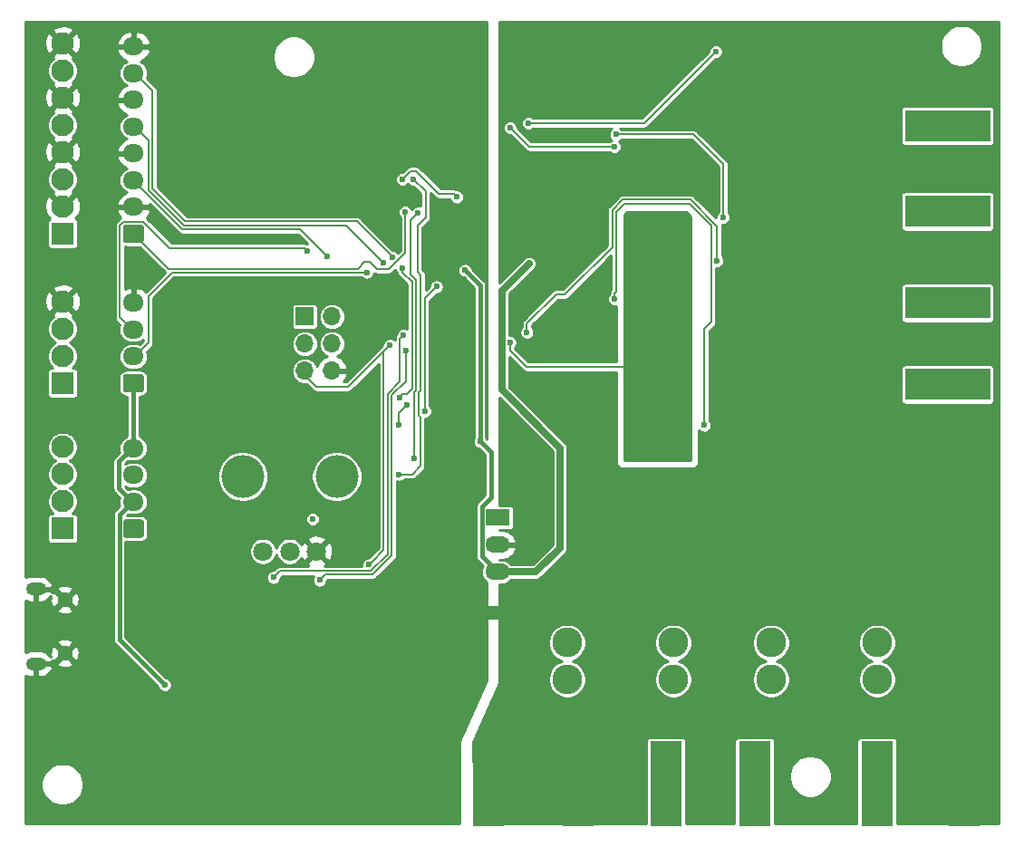
<source format=gbr>
G04 #@! TF.GenerationSoftware,KiCad,Pcbnew,(5.1.0)-1*
G04 #@! TF.CreationDate,2019-05-27T17:01:27-04:00*
G04 #@! TF.ProjectId,Bumblebee-dual-motor-driver,42756d62-6c65-4626-9565-2d6475616c2d,rev?*
G04 #@! TF.SameCoordinates,Original*
G04 #@! TF.FileFunction,Copper,L2,Bot*
G04 #@! TF.FilePolarity,Positive*
%FSLAX46Y46*%
G04 Gerber Fmt 4.6, Leading zero omitted, Abs format (unit mm)*
G04 Created by KiCad (PCBNEW (5.1.0)-1) date 2019-05-27 17:01:27*
%MOMM*%
%LPD*%
G04 APERTURE LIST*
%ADD10C,1.800000*%
%ADD11R,8.000000X3.000000*%
%ADD12O,1.950000X1.700000*%
%ADD13C,0.100000*%
%ADD14C,1.700000*%
%ADD15R,3.000000X8.000000*%
%ADD16O,2.300000X1.500000*%
%ADD17R,2.300000X1.500000*%
%ADD18O,1.700000X1.700000*%
%ADD19R,1.700000X1.700000*%
%ADD20C,2.780000*%
%ADD21R,2.100000X2.100000*%
%ADD22C,2.100000*%
%ADD23C,1.450000*%
%ADD24O,1.900000X1.200000*%
%ADD25C,4.000000*%
%ADD26C,0.600000*%
%ADD27C,0.635000*%
%ADD28C,0.381000*%
%ADD29C,1.270000*%
%ADD30C,0.203200*%
%ADD31C,0.254000*%
G04 APERTURE END LIST*
D10*
X163449000Y-88344000D03*
X168529000Y-88344000D03*
D11*
X165989000Y-88344000D03*
D10*
X163449000Y-104902000D03*
X168529000Y-104902000D03*
D11*
X165989000Y-104902000D03*
D10*
X163449000Y-112522000D03*
X168529000Y-112522000D03*
D11*
X165989000Y-112522000D03*
D12*
X89916000Y-104895000D03*
X89916000Y-107395000D03*
X89916000Y-109895000D03*
D13*
G36*
X90665504Y-111546204D02*
G01*
X90689773Y-111549804D01*
X90713571Y-111555765D01*
X90736671Y-111564030D01*
X90758849Y-111574520D01*
X90779893Y-111587133D01*
X90799598Y-111601747D01*
X90817777Y-111618223D01*
X90834253Y-111636402D01*
X90848867Y-111656107D01*
X90861480Y-111677151D01*
X90871970Y-111699329D01*
X90880235Y-111722429D01*
X90886196Y-111746227D01*
X90889796Y-111770496D01*
X90891000Y-111795000D01*
X90891000Y-112995000D01*
X90889796Y-113019504D01*
X90886196Y-113043773D01*
X90880235Y-113067571D01*
X90871970Y-113090671D01*
X90861480Y-113112849D01*
X90848867Y-113133893D01*
X90834253Y-113153598D01*
X90817777Y-113171777D01*
X90799598Y-113188253D01*
X90779893Y-113202867D01*
X90758849Y-113215480D01*
X90736671Y-113225970D01*
X90713571Y-113234235D01*
X90689773Y-113240196D01*
X90665504Y-113243796D01*
X90641000Y-113245000D01*
X89191000Y-113245000D01*
X89166496Y-113243796D01*
X89142227Y-113240196D01*
X89118429Y-113234235D01*
X89095329Y-113225970D01*
X89073151Y-113215480D01*
X89052107Y-113202867D01*
X89032402Y-113188253D01*
X89014223Y-113171777D01*
X88997747Y-113153598D01*
X88983133Y-113133893D01*
X88970520Y-113112849D01*
X88960030Y-113090671D01*
X88951765Y-113067571D01*
X88945804Y-113043773D01*
X88942204Y-113019504D01*
X88941000Y-112995000D01*
X88941000Y-111795000D01*
X88942204Y-111770496D01*
X88945804Y-111746227D01*
X88951765Y-111722429D01*
X88960030Y-111699329D01*
X88970520Y-111677151D01*
X88983133Y-111656107D01*
X88997747Y-111636402D01*
X89014223Y-111618223D01*
X89032402Y-111601747D01*
X89052107Y-111587133D01*
X89073151Y-111574520D01*
X89095329Y-111564030D01*
X89118429Y-111555765D01*
X89142227Y-111549804D01*
X89166496Y-111546204D01*
X89191000Y-111545000D01*
X90641000Y-111545000D01*
X90665504Y-111546204D01*
X90665504Y-111546204D01*
G37*
D14*
X89916000Y-112395000D03*
D12*
X89916000Y-80925000D03*
X89916000Y-83425000D03*
X89916000Y-85925000D03*
X89916000Y-88425000D03*
X89916000Y-90925000D03*
X89916000Y-93425000D03*
X89916000Y-95925000D03*
D13*
G36*
X90665504Y-97576204D02*
G01*
X90689773Y-97579804D01*
X90713571Y-97585765D01*
X90736671Y-97594030D01*
X90758849Y-97604520D01*
X90779893Y-97617133D01*
X90799598Y-97631747D01*
X90817777Y-97648223D01*
X90834253Y-97666402D01*
X90848867Y-97686107D01*
X90861480Y-97707151D01*
X90871970Y-97729329D01*
X90880235Y-97752429D01*
X90886196Y-97776227D01*
X90889796Y-97800496D01*
X90891000Y-97825000D01*
X90891000Y-99025000D01*
X90889796Y-99049504D01*
X90886196Y-99073773D01*
X90880235Y-99097571D01*
X90871970Y-99120671D01*
X90861480Y-99142849D01*
X90848867Y-99163893D01*
X90834253Y-99183598D01*
X90817777Y-99201777D01*
X90799598Y-99218253D01*
X90779893Y-99232867D01*
X90758849Y-99245480D01*
X90736671Y-99255970D01*
X90713571Y-99264235D01*
X90689773Y-99270196D01*
X90665504Y-99273796D01*
X90641000Y-99275000D01*
X89191000Y-99275000D01*
X89166496Y-99273796D01*
X89142227Y-99270196D01*
X89118429Y-99264235D01*
X89095329Y-99255970D01*
X89073151Y-99245480D01*
X89052107Y-99232867D01*
X89032402Y-99218253D01*
X89014223Y-99201777D01*
X88997747Y-99183598D01*
X88983133Y-99163893D01*
X88970520Y-99142849D01*
X88960030Y-99120671D01*
X88951765Y-99097571D01*
X88945804Y-99073773D01*
X88942204Y-99049504D01*
X88941000Y-99025000D01*
X88941000Y-97825000D01*
X88942204Y-97800496D01*
X88945804Y-97776227D01*
X88951765Y-97752429D01*
X88960030Y-97729329D01*
X88970520Y-97707151D01*
X88983133Y-97686107D01*
X88997747Y-97666402D01*
X89014223Y-97648223D01*
X89032402Y-97631747D01*
X89052107Y-97617133D01*
X89073151Y-97604520D01*
X89095329Y-97594030D01*
X89118429Y-97585765D01*
X89142227Y-97579804D01*
X89166496Y-97576204D01*
X89191000Y-97575000D01*
X90641000Y-97575000D01*
X90665504Y-97576204D01*
X90665504Y-97576204D01*
G37*
D14*
X89916000Y-98425000D03*
D10*
X147955000Y-152400000D03*
X147955000Y-147320000D03*
D15*
X147955000Y-149860000D03*
D10*
X139700000Y-152400000D03*
X139700000Y-147320000D03*
D15*
X139700000Y-149860000D03*
D10*
X123063000Y-152400000D03*
X123063000Y-147320000D03*
D15*
X123063000Y-149860000D03*
D10*
X131445000Y-152400000D03*
X131445000Y-147320000D03*
D15*
X131445000Y-149860000D03*
D10*
X163449000Y-96344000D03*
X168529000Y-96344000D03*
D11*
X165989000Y-96344000D03*
D10*
X159385000Y-147320000D03*
X159385000Y-152400000D03*
D15*
X159385000Y-149860000D03*
D10*
X167513000Y-147320000D03*
X167513000Y-152400000D03*
D15*
X167513000Y-149860000D03*
D16*
X123952000Y-130048000D03*
X123952000Y-127508000D03*
D17*
X123952000Y-124968000D03*
D12*
X89916000Y-118484000D03*
X89916000Y-120984000D03*
X89916000Y-123484000D03*
D13*
G36*
X90665504Y-125135204D02*
G01*
X90689773Y-125138804D01*
X90713571Y-125144765D01*
X90736671Y-125153030D01*
X90758849Y-125163520D01*
X90779893Y-125176133D01*
X90799598Y-125190747D01*
X90817777Y-125207223D01*
X90834253Y-125225402D01*
X90848867Y-125245107D01*
X90861480Y-125266151D01*
X90871970Y-125288329D01*
X90880235Y-125311429D01*
X90886196Y-125335227D01*
X90889796Y-125359496D01*
X90891000Y-125384000D01*
X90891000Y-126584000D01*
X90889796Y-126608504D01*
X90886196Y-126632773D01*
X90880235Y-126656571D01*
X90871970Y-126679671D01*
X90861480Y-126701849D01*
X90848867Y-126722893D01*
X90834253Y-126742598D01*
X90817777Y-126760777D01*
X90799598Y-126777253D01*
X90779893Y-126791867D01*
X90758849Y-126804480D01*
X90736671Y-126814970D01*
X90713571Y-126823235D01*
X90689773Y-126829196D01*
X90665504Y-126832796D01*
X90641000Y-126834000D01*
X89191000Y-126834000D01*
X89166496Y-126832796D01*
X89142227Y-126829196D01*
X89118429Y-126823235D01*
X89095329Y-126814970D01*
X89073151Y-126804480D01*
X89052107Y-126791867D01*
X89032402Y-126777253D01*
X89014223Y-126760777D01*
X88997747Y-126742598D01*
X88983133Y-126722893D01*
X88970520Y-126701849D01*
X88960030Y-126679671D01*
X88951765Y-126656571D01*
X88945804Y-126632773D01*
X88942204Y-126608504D01*
X88941000Y-126584000D01*
X88941000Y-125384000D01*
X88942204Y-125359496D01*
X88945804Y-125335227D01*
X88951765Y-125311429D01*
X88960030Y-125288329D01*
X88970520Y-125266151D01*
X88983133Y-125245107D01*
X88997747Y-125225402D01*
X89014223Y-125207223D01*
X89032402Y-125190747D01*
X89052107Y-125176133D01*
X89073151Y-125163520D01*
X89095329Y-125153030D01*
X89118429Y-125144765D01*
X89142227Y-125138804D01*
X89166496Y-125135204D01*
X89191000Y-125134000D01*
X90641000Y-125134000D01*
X90665504Y-125135204D01*
X90665504Y-125135204D01*
G37*
D14*
X89916000Y-125984000D03*
D18*
X108458000Y-111252000D03*
X105918000Y-111252000D03*
X108458000Y-108712000D03*
X105918000Y-108712000D03*
X108458000Y-106172000D03*
D19*
X105918000Y-106172000D03*
D20*
X130429000Y-136652000D03*
X130429000Y-140052000D03*
X140349000Y-136652000D03*
X140349000Y-140052000D03*
X149479000Y-136652000D03*
X149479000Y-140052000D03*
X159399000Y-136652000D03*
X159399000Y-140052000D03*
D21*
X83312000Y-98425000D03*
D22*
X83312000Y-95885000D03*
X83312000Y-93345000D03*
X83312000Y-90805000D03*
X83312000Y-88265000D03*
X83312000Y-85725000D03*
X83312000Y-83185000D03*
X83312000Y-80645000D03*
D21*
X83312000Y-112395000D03*
D22*
X83312000Y-109855000D03*
X83312000Y-107315000D03*
X83312000Y-104775000D03*
X83312000Y-118364000D03*
X83312000Y-120904000D03*
X83312000Y-123444000D03*
D21*
X83312000Y-125984000D03*
D23*
X83504500Y-132628000D03*
X83504500Y-137628000D03*
D24*
X80804500Y-131628000D03*
X80804500Y-138628000D03*
D10*
X102010200Y-128117600D03*
X104510200Y-128117600D03*
X107010200Y-128117600D03*
D25*
X100110200Y-121117600D03*
X108910200Y-121117600D03*
D26*
X106680000Y-125095000D03*
X126873000Y-101219000D03*
X129794000Y-120650000D03*
X122301000Y-117856000D03*
X120904000Y-101854000D03*
X92837000Y-140589000D03*
X132207000Y-113538000D03*
X130429000Y-112776000D03*
X160274000Y-107569000D03*
X160274000Y-99568000D03*
X158750000Y-108077000D03*
X158750000Y-101600000D03*
X125222000Y-112776000D03*
X160274000Y-101981000D03*
X158750000Y-100076000D03*
X132207000Y-112014000D03*
X160274000Y-109982000D03*
X127127000Y-117475000D03*
X158750000Y-109601000D03*
X131064000Y-117475000D03*
X160274000Y-108712000D03*
X160274000Y-100711000D03*
X128397000Y-112014000D03*
X128397000Y-113538000D03*
X133641113Y-108482883D03*
X130429000Y-93218000D03*
X128397000Y-92456000D03*
X128397000Y-93980000D03*
X132207000Y-92456000D03*
X132207000Y-93980000D03*
X158750000Y-80518000D03*
X160274000Y-80010000D03*
X160274000Y-82423000D03*
X160274000Y-81153000D03*
X160274000Y-88011000D03*
X160274000Y-90424000D03*
X158750000Y-88519000D03*
X158750000Y-90043000D03*
X160274000Y-89154000D03*
X158750000Y-82042000D03*
X125222000Y-93218000D03*
X133641113Y-88924883D03*
X127127000Y-97917000D03*
X131064000Y-97917000D03*
X163195000Y-126746000D03*
X163195000Y-128270000D03*
X163195000Y-129794000D03*
X163195000Y-131318000D03*
X159131000Y-131318000D03*
X159131000Y-129794000D03*
X159131000Y-128270000D03*
X159131000Y-126746000D03*
X149987000Y-126746000D03*
X149987000Y-128143000D03*
X149987000Y-129667000D03*
X149987000Y-131064000D03*
X146939000Y-126746000D03*
X146939000Y-128143000D03*
X146939000Y-131064000D03*
X146939000Y-129667000D03*
X138303000Y-128778000D03*
X138303000Y-130175000D03*
X138303000Y-131572000D03*
X138303000Y-133096000D03*
X135255000Y-128778000D03*
X135255000Y-130175000D03*
X135255000Y-131699000D03*
X135255000Y-133096000D03*
X124460000Y-133858000D03*
X125730000Y-121666000D03*
X112395000Y-114935000D03*
X157480000Y-81280000D03*
X156845000Y-89281000D03*
X157353000Y-100965000D03*
X156718000Y-108839000D03*
X105664000Y-99060000D03*
X93599000Y-136398000D03*
X96647000Y-139565090D03*
X93686655Y-139565090D03*
X120523000Y-120523000D03*
X113792000Y-107569000D03*
X120269000Y-104521000D03*
X120777000Y-109601000D03*
X110744000Y-82677000D03*
X116205000Y-82677000D03*
X122428000Y-79121000D03*
X122555000Y-87630000D03*
X122301000Y-95504000D03*
X122555000Y-101727000D03*
X122301000Y-122047000D03*
X122301000Y-131191000D03*
X122428000Y-139700000D03*
X119761000Y-145415000D03*
X119507000Y-152654000D03*
X112014000Y-152654000D03*
X104521000Y-152781000D03*
X96901000Y-152781000D03*
X89535000Y-152781000D03*
X82550000Y-152781000D03*
X80772000Y-147447000D03*
X80645000Y-140970000D03*
X94742000Y-114300000D03*
X102870000Y-108585000D03*
X96393000Y-105156000D03*
X100584000Y-99060000D03*
X93726000Y-98679000D03*
X93726000Y-92329000D03*
X103251000Y-89408000D03*
X97409000Y-83566000D03*
X99695000Y-123571000D03*
X94996000Y-118745000D03*
X87884000Y-129286000D03*
X80645000Y-127508000D03*
X102616000Y-140462000D03*
X114808000Y-135255000D03*
X96393000Y-118745000D03*
X170180000Y-144780000D03*
X170180000Y-139700000D03*
X170180000Y-134620000D03*
X170180000Y-129540000D03*
X170180000Y-124460000D03*
X170180000Y-119380000D03*
X170180000Y-115570000D03*
X167640000Y-121920000D03*
X167640000Y-116840000D03*
X167640000Y-127000000D03*
X167640000Y-132080000D03*
X167640000Y-137160000D03*
X167640000Y-142240000D03*
X165100000Y-144780000D03*
X165100000Y-139700000D03*
X165100000Y-134620000D03*
X165100000Y-129540000D03*
X165100000Y-124460000D03*
X165100000Y-119380000D03*
X130048000Y-104775000D03*
X130683000Y-84836000D03*
X113890564Y-108827564D03*
X111932194Y-129351408D03*
X125095000Y-108585000D03*
X134874000Y-90297000D03*
X125095000Y-88519000D03*
X136271000Y-99568000D03*
X138811000Y-99568000D03*
X141351000Y-99568000D03*
X138811000Y-97028000D03*
X140208000Y-98298000D03*
X137541000Y-98298000D03*
X141340255Y-97038745D03*
X136135801Y-97019801D03*
X136398000Y-108712000D03*
X137668000Y-108712000D03*
X138938000Y-108712000D03*
X140081000Y-108712000D03*
X141351000Y-108712000D03*
X136144000Y-116332000D03*
X138938000Y-116332000D03*
X141351000Y-116332000D03*
X136144000Y-118999000D03*
X138938000Y-118999000D03*
X141478000Y-118999000D03*
X140208000Y-117602000D03*
X137414000Y-117602000D03*
X120142000Y-94996000D03*
X115062000Y-93345000D03*
X111718149Y-102044340D03*
X106172000Y-100076000D03*
X115316000Y-96393000D03*
X108051800Y-100584000D03*
X113284000Y-101172990D03*
X114120131Y-100615380D03*
X115148001Y-107909001D03*
X102997000Y-130556000D03*
X115362010Y-109347000D03*
X107315000Y-130810000D03*
X114736601Y-120914875D03*
X116078000Y-93345000D03*
X114752000Y-113721000D03*
X115051999Y-101610001D03*
X116158990Y-119448355D03*
X116524030Y-96473990D03*
X117140010Y-115017432D03*
X118237006Y-103378000D03*
X115443000Y-114427000D03*
X114681000Y-116332000D03*
X145034000Y-96901000D03*
X135001000Y-89154000D03*
X144316200Y-81407000D03*
X126792010Y-88095726D03*
X126680284Y-107653726D03*
X144445010Y-100965000D03*
X134874000Y-104521000D03*
X143256000Y-116332000D03*
D27*
X124325099Y-113018553D02*
X124325099Y-103766901D01*
X129794000Y-127781000D02*
X129794000Y-120650000D01*
X129794000Y-118487454D02*
X124325099Y-113018553D01*
X124325099Y-103766901D02*
X126873000Y-101219000D01*
X129794000Y-120650000D02*
X129794000Y-118487454D01*
D28*
X123317000Y-118872000D02*
X122301000Y-117856000D01*
X122301000Y-117856000D02*
X122301000Y-103251000D01*
X122301000Y-103251000D02*
X120904000Y-101854000D01*
X89916000Y-118357000D02*
X90043000Y-118484000D01*
X89916000Y-112395000D02*
X89916000Y-118357000D01*
X89918000Y-123484000D02*
X90043000Y-123484000D01*
X90043000Y-118484000D02*
X89918000Y-118484000D01*
X88725090Y-136477090D02*
X92837000Y-140589000D01*
X88560000Y-122253000D02*
X89791000Y-123484000D01*
X88560000Y-119715000D02*
X88560000Y-122253000D01*
X89791000Y-118484000D02*
X88560000Y-119715000D01*
X89916000Y-118484000D02*
X89791000Y-118484000D01*
X88598090Y-136350090D02*
X88725090Y-136477090D01*
X88598090Y-124676910D02*
X88598090Y-136350090D01*
X89791000Y-123484000D02*
X88598090Y-124676910D01*
X89916000Y-123484000D02*
X89791000Y-123484000D01*
X122459099Y-128555099D02*
X123952000Y-130048000D01*
X122459099Y-123943679D02*
X122459099Y-128555099D01*
X123317000Y-123085778D02*
X122459099Y-123943679D01*
X123317000Y-118872000D02*
X123317000Y-123085778D01*
D27*
X127527000Y-130048000D02*
X123952000Y-130048000D01*
X129794000Y-127781000D02*
X127527000Y-130048000D01*
X124460000Y-133858000D02*
X124035736Y-133858000D01*
D29*
X124035736Y-133858000D02*
X122301000Y-133858000D01*
D30*
X112232193Y-129051409D02*
X111932194Y-129351408D01*
X113284000Y-127999602D02*
X112232193Y-129051409D01*
X113284000Y-109434128D02*
X113284000Y-127999602D01*
X113890564Y-108827564D02*
X113284000Y-109434128D01*
X106767999Y-112482999D02*
X105918000Y-111633000D01*
X107022001Y-112737001D02*
X106767999Y-112482999D01*
X109981127Y-112737001D02*
X107022001Y-112737001D01*
X113890564Y-108827564D02*
X109981127Y-112737001D01*
X134874000Y-90297000D02*
X126873000Y-90297000D01*
X126873000Y-90297000D02*
X125095000Y-88519000D01*
X125095000Y-109347000D02*
X125095000Y-108585000D01*
X136017000Y-110871000D02*
X126619000Y-110871000D01*
X126619000Y-110871000D02*
X125095000Y-109347000D01*
X137668000Y-109220000D02*
X136017000Y-110871000D01*
X137668000Y-108712000D02*
X137668000Y-109220000D01*
X119842001Y-94696001D02*
X118445001Y-94696001D01*
X120142000Y-94996000D02*
X119842001Y-94696001D01*
X118445001Y-94696001D02*
X116332000Y-92583000D01*
X116332000Y-92583000D02*
X115824000Y-92583000D01*
X115824000Y-92583000D02*
X115062000Y-93345000D01*
X90041000Y-109895000D02*
X89916000Y-109895000D01*
X111718149Y-102044340D02*
X93535660Y-102044340D01*
X91313000Y-104267000D02*
X91313000Y-108623000D01*
X93535660Y-102044340D02*
X91313000Y-104267000D01*
X91313000Y-108623000D02*
X90041000Y-109895000D01*
X88982230Y-97320990D02*
X88646000Y-97657220D01*
X90849770Y-97320990D02*
X88982230Y-97320990D01*
X93304781Y-99776001D02*
X90849770Y-97320990D01*
X106172000Y-100076000D02*
X105872001Y-99776001D01*
X105872001Y-99776001D02*
X93304781Y-99776001D01*
X89791000Y-107395000D02*
X89916000Y-107395000D01*
X88646000Y-97657220D02*
X88646000Y-106250000D01*
X88646000Y-106250000D02*
X89791000Y-107395000D01*
X113792000Y-101727000D02*
X115316000Y-100203000D01*
X89916000Y-98425000D02*
X93179729Y-101688729D01*
X111506000Y-101092000D02*
X112014000Y-101092000D01*
X115316000Y-100203000D02*
X115316000Y-96817264D01*
X115316000Y-96817264D02*
X115316000Y-96393000D01*
X112649000Y-101727000D02*
X113792000Y-101727000D01*
X112014000Y-101092000D02*
X112649000Y-101727000D01*
X110909271Y-101688729D02*
X111506000Y-101092000D01*
X93179729Y-101688729D02*
X110909271Y-101688729D01*
X89916000Y-93425000D02*
X89916000Y-93461818D01*
X105486411Y-98018611D02*
X107751801Y-100284001D01*
X94472793Y-98018611D02*
X105486411Y-98018611D01*
X89916000Y-93461818D02*
X94472793Y-98018611D01*
X107751801Y-100284001D02*
X108051800Y-100584000D01*
X94620091Y-97663000D02*
X109774010Y-97663000D01*
X90041000Y-88425000D02*
X91338389Y-89722389D01*
X91338389Y-89722389D02*
X91338389Y-94381298D01*
X91338389Y-94381298D02*
X94620091Y-97663000D01*
X112984001Y-100872991D02*
X113284000Y-101172990D01*
X89916000Y-88425000D02*
X90041000Y-88425000D01*
X109774010Y-97663000D02*
X112984001Y-100872991D01*
X89916000Y-83425000D02*
X90041000Y-83425000D01*
X110786751Y-97282000D02*
X113820132Y-100315381D01*
X113820132Y-100315381D02*
X114120131Y-100615380D01*
X94742000Y-97282000D02*
X110786751Y-97282000D01*
X91694000Y-94234000D02*
X94742000Y-97282000D01*
X91694000Y-85078000D02*
X91694000Y-94234000D01*
X90041000Y-83425000D02*
X91694000Y-85078000D01*
X114808000Y-108249002D02*
X114808000Y-112268000D01*
X113665000Y-113411000D02*
X113665000Y-128402092D01*
X112120703Y-129946389D02*
X103606611Y-129946389D01*
X103296999Y-130256001D02*
X102997000Y-130556000D01*
X113665000Y-128402092D02*
X112120703Y-129946389D01*
X103606611Y-129946389D02*
X103296999Y-130256001D01*
X114808000Y-112268000D02*
X113665000Y-113411000D01*
X115148001Y-107909001D02*
X114808000Y-108249002D01*
X114046000Y-113532908D02*
X115362010Y-112216898D01*
X115362010Y-109771264D02*
X115362010Y-109347000D01*
X115362010Y-112216898D02*
X115362010Y-109771264D01*
X114046000Y-113532908D02*
X114046000Y-128524000D01*
X114046000Y-128524000D02*
X112268000Y-130302000D01*
X112268000Y-130302000D02*
X107823000Y-130302000D01*
X107823000Y-130302000D02*
X107315000Y-130810000D01*
X114736601Y-120914875D02*
X115940125Y-120914875D01*
X116758999Y-113100819D02*
X116758999Y-102280999D01*
X116586000Y-113273818D02*
X116758999Y-113100819D01*
X116586000Y-115443000D02*
X116586000Y-113273818D01*
X115940125Y-120914875D02*
X116713000Y-120142000D01*
X116758999Y-102280999D02*
X116459000Y-101981000D01*
X116713000Y-115570000D02*
X116586000Y-115443000D01*
X116713000Y-120142000D02*
X116713000Y-115570000D01*
X116459000Y-101981000D02*
X116459000Y-97663000D01*
X116459000Y-97663000D02*
X117221000Y-96901000D01*
X117221000Y-94488000D02*
X116078000Y-93345000D01*
X117221000Y-96901000D02*
X117221000Y-94488000D01*
X114752000Y-113721000D02*
X115051999Y-113421001D01*
X115051999Y-113421001D02*
X115432999Y-113421001D01*
X115432999Y-113421001D02*
X115951000Y-112903000D01*
X115951000Y-112903000D02*
X115951000Y-102870000D01*
X115051999Y-102034265D02*
X115051999Y-101610001D01*
X115951000Y-102870000D02*
X115887734Y-102870000D01*
X115887734Y-102870000D02*
X115051999Y-102034265D01*
X116158990Y-119448355D02*
X116158990Y-119024091D01*
X116103389Y-118968490D02*
X116103389Y-114279702D01*
X116158990Y-119024091D02*
X116103389Y-118968490D01*
X116103389Y-114279702D02*
X116158990Y-114224101D01*
X115824000Y-102240092D02*
X115824000Y-97174020D01*
X116306611Y-102722702D02*
X115824000Y-102240092D01*
X115824000Y-97174020D02*
X116224031Y-96773989D01*
X116224031Y-96773989D02*
X116524030Y-96473990D01*
X116306611Y-113050298D02*
X116306611Y-102722702D01*
X116103389Y-113253520D02*
X116306611Y-113050298D01*
X116103389Y-114279702D02*
X116103389Y-113253520D01*
X117937001Y-103677999D02*
X117140010Y-104474990D01*
X117937007Y-103677999D02*
X117937001Y-103677999D01*
X118237006Y-103378000D02*
X117937007Y-103677999D01*
X117140010Y-115017432D02*
X117140010Y-104474990D01*
X114681000Y-115189000D02*
X115443000Y-114427000D01*
X114681000Y-116332000D02*
X114681000Y-115189000D01*
X145034000Y-91948000D02*
X145034000Y-96901000D01*
X135001000Y-89154000D02*
X142240000Y-89154000D01*
X142240000Y-89154000D02*
X145034000Y-91948000D01*
X127216274Y-88095726D02*
X126792010Y-88095726D01*
X137627474Y-88095726D02*
X127216274Y-88095726D01*
X144316200Y-81407000D02*
X137627474Y-88095726D01*
X135636000Y-95250000D02*
X141986000Y-95250000D01*
X144445010Y-97709010D02*
X144445010Y-100540736D01*
X126680284Y-107653726D02*
X126680284Y-106814794D01*
X141986000Y-95250000D02*
X144445010Y-97709010D01*
X130240011Y-104093999D02*
X134645389Y-99688621D01*
X144445010Y-100540736D02*
X144445010Y-100965000D01*
X134645389Y-99688621D02*
X134645389Y-96240611D01*
X129401079Y-104093999D02*
X130240011Y-104093999D01*
X126680284Y-106814794D02*
X129401079Y-104093999D01*
X134645389Y-96240611D02*
X135636000Y-95250000D01*
X143891000Y-97657908D02*
X141864092Y-95631000D01*
X135763000Y-95631000D02*
X135001000Y-96393000D01*
X141864092Y-95631000D02*
X135763000Y-95631000D01*
X143891000Y-106680000D02*
X143891000Y-97657908D01*
X143256000Y-107315000D02*
X143891000Y-106680000D01*
X143256000Y-116332000D02*
X143256000Y-107315000D01*
X135001000Y-96393000D02*
X135001000Y-103886000D01*
X134874000Y-104013000D02*
X135001000Y-103886000D01*
X134874000Y-104521000D02*
X134874000Y-104013000D01*
D31*
G36*
X170715001Y-153570000D02*
G01*
X161267843Y-153570000D01*
X161267843Y-145860000D01*
X161260487Y-145785311D01*
X161238701Y-145713492D01*
X161203322Y-145647304D01*
X161155711Y-145589289D01*
X161097696Y-145541678D01*
X161031508Y-145506299D01*
X160959689Y-145484513D01*
X160885000Y-145477157D01*
X157885000Y-145477157D01*
X157810311Y-145484513D01*
X157738492Y-145506299D01*
X157672304Y-145541678D01*
X157614289Y-145589289D01*
X157566678Y-145647304D01*
X157531299Y-145713492D01*
X157509513Y-145785311D01*
X157502157Y-145860000D01*
X157502157Y-153570000D01*
X149837843Y-153570000D01*
X149837843Y-148966389D01*
X151181000Y-148966389D01*
X151181000Y-149356611D01*
X151257129Y-149739336D01*
X151406461Y-150099855D01*
X151623257Y-150424314D01*
X151899186Y-150700243D01*
X152223645Y-150917039D01*
X152584164Y-151066371D01*
X152966889Y-151142500D01*
X153357111Y-151142500D01*
X153739836Y-151066371D01*
X154100355Y-150917039D01*
X154424814Y-150700243D01*
X154700743Y-150424314D01*
X154917539Y-150099855D01*
X155066871Y-149739336D01*
X155143000Y-149356611D01*
X155143000Y-148966389D01*
X155066871Y-148583664D01*
X154917539Y-148223145D01*
X154700743Y-147898686D01*
X154424814Y-147622757D01*
X154100355Y-147405961D01*
X153739836Y-147256629D01*
X153357111Y-147180500D01*
X152966889Y-147180500D01*
X152584164Y-147256629D01*
X152223645Y-147405961D01*
X151899186Y-147622757D01*
X151623257Y-147898686D01*
X151406461Y-148223145D01*
X151257129Y-148583664D01*
X151181000Y-148966389D01*
X149837843Y-148966389D01*
X149837843Y-145860000D01*
X149830487Y-145785311D01*
X149808701Y-145713492D01*
X149773322Y-145647304D01*
X149725711Y-145589289D01*
X149667696Y-145541678D01*
X149601508Y-145506299D01*
X149529689Y-145484513D01*
X149455000Y-145477157D01*
X146455000Y-145477157D01*
X146380311Y-145484513D01*
X146308492Y-145506299D01*
X146242304Y-145541678D01*
X146184289Y-145589289D01*
X146136678Y-145647304D01*
X146101299Y-145713492D01*
X146079513Y-145785311D01*
X146072157Y-145860000D01*
X146072157Y-153570000D01*
X141582843Y-153570000D01*
X141582843Y-145860000D01*
X141575487Y-145785311D01*
X141553701Y-145713492D01*
X141518322Y-145647304D01*
X141470711Y-145589289D01*
X141412696Y-145541678D01*
X141346508Y-145506299D01*
X141274689Y-145484513D01*
X141200000Y-145477157D01*
X138200000Y-145477157D01*
X138125311Y-145484513D01*
X138053492Y-145506299D01*
X137987304Y-145541678D01*
X137929289Y-145589289D01*
X137881678Y-145647304D01*
X137846299Y-145713492D01*
X137824513Y-145785311D01*
X137817157Y-145860000D01*
X137817157Y-153570000D01*
X121787397Y-153570000D01*
X121666417Y-145948282D01*
X124068594Y-140385347D01*
X124076176Y-140361634D01*
X124079000Y-140335000D01*
X124079000Y-136477572D01*
X128658000Y-136477572D01*
X128658000Y-136826428D01*
X128726059Y-137168582D01*
X128859560Y-137490883D01*
X129053375Y-137780947D01*
X129300053Y-138027625D01*
X129590117Y-138221440D01*
X129905318Y-138352000D01*
X129590117Y-138482560D01*
X129300053Y-138676375D01*
X129053375Y-138923053D01*
X128859560Y-139213117D01*
X128726059Y-139535418D01*
X128658000Y-139877572D01*
X128658000Y-140226428D01*
X128726059Y-140568582D01*
X128859560Y-140890883D01*
X129053375Y-141180947D01*
X129300053Y-141427625D01*
X129590117Y-141621440D01*
X129912418Y-141754941D01*
X130254572Y-141823000D01*
X130603428Y-141823000D01*
X130945582Y-141754941D01*
X131267883Y-141621440D01*
X131557947Y-141427625D01*
X131804625Y-141180947D01*
X131998440Y-140890883D01*
X132131941Y-140568582D01*
X132200000Y-140226428D01*
X132200000Y-139877572D01*
X132131941Y-139535418D01*
X131998440Y-139213117D01*
X131804625Y-138923053D01*
X131557947Y-138676375D01*
X131267883Y-138482560D01*
X130952682Y-138352000D01*
X131267883Y-138221440D01*
X131557947Y-138027625D01*
X131804625Y-137780947D01*
X131998440Y-137490883D01*
X132131941Y-137168582D01*
X132200000Y-136826428D01*
X132200000Y-136477572D01*
X138578000Y-136477572D01*
X138578000Y-136826428D01*
X138646059Y-137168582D01*
X138779560Y-137490883D01*
X138973375Y-137780947D01*
X139220053Y-138027625D01*
X139510117Y-138221440D01*
X139825318Y-138352000D01*
X139510117Y-138482560D01*
X139220053Y-138676375D01*
X138973375Y-138923053D01*
X138779560Y-139213117D01*
X138646059Y-139535418D01*
X138578000Y-139877572D01*
X138578000Y-140226428D01*
X138646059Y-140568582D01*
X138779560Y-140890883D01*
X138973375Y-141180947D01*
X139220053Y-141427625D01*
X139510117Y-141621440D01*
X139832418Y-141754941D01*
X140174572Y-141823000D01*
X140523428Y-141823000D01*
X140865582Y-141754941D01*
X141187883Y-141621440D01*
X141477947Y-141427625D01*
X141724625Y-141180947D01*
X141918440Y-140890883D01*
X142051941Y-140568582D01*
X142120000Y-140226428D01*
X142120000Y-139877572D01*
X142051941Y-139535418D01*
X141918440Y-139213117D01*
X141724625Y-138923053D01*
X141477947Y-138676375D01*
X141187883Y-138482560D01*
X140872682Y-138352000D01*
X141187883Y-138221440D01*
X141477947Y-138027625D01*
X141724625Y-137780947D01*
X141918440Y-137490883D01*
X142051941Y-137168582D01*
X142120000Y-136826428D01*
X142120000Y-136477572D01*
X147708000Y-136477572D01*
X147708000Y-136826428D01*
X147776059Y-137168582D01*
X147909560Y-137490883D01*
X148103375Y-137780947D01*
X148350053Y-138027625D01*
X148640117Y-138221440D01*
X148955318Y-138352000D01*
X148640117Y-138482560D01*
X148350053Y-138676375D01*
X148103375Y-138923053D01*
X147909560Y-139213117D01*
X147776059Y-139535418D01*
X147708000Y-139877572D01*
X147708000Y-140226428D01*
X147776059Y-140568582D01*
X147909560Y-140890883D01*
X148103375Y-141180947D01*
X148350053Y-141427625D01*
X148640117Y-141621440D01*
X148962418Y-141754941D01*
X149304572Y-141823000D01*
X149653428Y-141823000D01*
X149995582Y-141754941D01*
X150317883Y-141621440D01*
X150607947Y-141427625D01*
X150854625Y-141180947D01*
X151048440Y-140890883D01*
X151181941Y-140568582D01*
X151250000Y-140226428D01*
X151250000Y-139877572D01*
X151181941Y-139535418D01*
X151048440Y-139213117D01*
X150854625Y-138923053D01*
X150607947Y-138676375D01*
X150317883Y-138482560D01*
X150002682Y-138352000D01*
X150317883Y-138221440D01*
X150607947Y-138027625D01*
X150854625Y-137780947D01*
X151048440Y-137490883D01*
X151181941Y-137168582D01*
X151250000Y-136826428D01*
X151250000Y-136477572D01*
X157628000Y-136477572D01*
X157628000Y-136826428D01*
X157696059Y-137168582D01*
X157829560Y-137490883D01*
X158023375Y-137780947D01*
X158270053Y-138027625D01*
X158560117Y-138221440D01*
X158875318Y-138352000D01*
X158560117Y-138482560D01*
X158270053Y-138676375D01*
X158023375Y-138923053D01*
X157829560Y-139213117D01*
X157696059Y-139535418D01*
X157628000Y-139877572D01*
X157628000Y-140226428D01*
X157696059Y-140568582D01*
X157829560Y-140890883D01*
X158023375Y-141180947D01*
X158270053Y-141427625D01*
X158560117Y-141621440D01*
X158882418Y-141754941D01*
X159224572Y-141823000D01*
X159573428Y-141823000D01*
X159915582Y-141754941D01*
X160237883Y-141621440D01*
X160527947Y-141427625D01*
X160774625Y-141180947D01*
X160968440Y-140890883D01*
X161101941Y-140568582D01*
X161170000Y-140226428D01*
X161170000Y-139877572D01*
X161101941Y-139535418D01*
X160968440Y-139213117D01*
X160774625Y-138923053D01*
X160527947Y-138676375D01*
X160237883Y-138482560D01*
X159922682Y-138352000D01*
X160237883Y-138221440D01*
X160527947Y-138027625D01*
X160774625Y-137780947D01*
X160968440Y-137490883D01*
X161101941Y-137168582D01*
X161170000Y-136826428D01*
X161170000Y-136477572D01*
X161101941Y-136135418D01*
X160968440Y-135813117D01*
X160774625Y-135523053D01*
X160527947Y-135276375D01*
X160237883Y-135082560D01*
X159915582Y-134949059D01*
X159573428Y-134881000D01*
X159224572Y-134881000D01*
X158882418Y-134949059D01*
X158560117Y-135082560D01*
X158270053Y-135276375D01*
X158023375Y-135523053D01*
X157829560Y-135813117D01*
X157696059Y-136135418D01*
X157628000Y-136477572D01*
X151250000Y-136477572D01*
X151181941Y-136135418D01*
X151048440Y-135813117D01*
X150854625Y-135523053D01*
X150607947Y-135276375D01*
X150317883Y-135082560D01*
X149995582Y-134949059D01*
X149653428Y-134881000D01*
X149304572Y-134881000D01*
X148962418Y-134949059D01*
X148640117Y-135082560D01*
X148350053Y-135276375D01*
X148103375Y-135523053D01*
X147909560Y-135813117D01*
X147776059Y-136135418D01*
X147708000Y-136477572D01*
X142120000Y-136477572D01*
X142051941Y-136135418D01*
X141918440Y-135813117D01*
X141724625Y-135523053D01*
X141477947Y-135276375D01*
X141187883Y-135082560D01*
X140865582Y-134949059D01*
X140523428Y-134881000D01*
X140174572Y-134881000D01*
X139832418Y-134949059D01*
X139510117Y-135082560D01*
X139220053Y-135276375D01*
X138973375Y-135523053D01*
X138779560Y-135813117D01*
X138646059Y-136135418D01*
X138578000Y-136477572D01*
X132200000Y-136477572D01*
X132131941Y-136135418D01*
X131998440Y-135813117D01*
X131804625Y-135523053D01*
X131557947Y-135276375D01*
X131267883Y-135082560D01*
X130945582Y-134949059D01*
X130603428Y-134881000D01*
X130254572Y-134881000D01*
X129912418Y-134949059D01*
X129590117Y-135082560D01*
X129300053Y-135276375D01*
X129053375Y-135523053D01*
X128859560Y-135813117D01*
X128726059Y-136135418D01*
X128658000Y-136477572D01*
X124079000Y-136477572D01*
X124079000Y-131179000D01*
X124407558Y-131179000D01*
X124573715Y-131162635D01*
X124786909Y-131097963D01*
X124983390Y-130992942D01*
X125155607Y-130851607D01*
X125241866Y-130746500D01*
X127492702Y-130746500D01*
X127527000Y-130749878D01*
X127561298Y-130746500D01*
X127561309Y-130746500D01*
X127663930Y-130736393D01*
X127795597Y-130696452D01*
X127916943Y-130631591D01*
X128023303Y-130544303D01*
X128045175Y-130517652D01*
X130263667Y-128299162D01*
X130290302Y-128277303D01*
X130312162Y-128250667D01*
X130312174Y-128250655D01*
X130377591Y-128170944D01*
X130442451Y-128049599D01*
X130442452Y-128049596D01*
X130482393Y-127917930D01*
X130492500Y-127815309D01*
X130492500Y-127815299D01*
X130495878Y-127781001D01*
X130492500Y-127746703D01*
X130492500Y-118521752D01*
X130495878Y-118487454D01*
X130492500Y-118453156D01*
X130492500Y-118453145D01*
X130482393Y-118350524D01*
X130442452Y-118218857D01*
X130419034Y-118175045D01*
X130377591Y-118097510D01*
X130312174Y-118017800D01*
X130312171Y-118017797D01*
X130290303Y-117991151D01*
X130263657Y-117969283D01*
X125023599Y-112729226D01*
X125023599Y-109958098D01*
X126260983Y-111195482D01*
X126276099Y-111213901D01*
X126349585Y-111274209D01*
X126433423Y-111319022D01*
X126524394Y-111346617D01*
X126595293Y-111353600D01*
X126595302Y-111353600D01*
X126618999Y-111355934D01*
X126642696Y-111353600D01*
X135001000Y-111353600D01*
X135001000Y-119761000D01*
X135013201Y-119884882D01*
X135049336Y-120004004D01*
X135108017Y-120113787D01*
X135186987Y-120210013D01*
X135283213Y-120288983D01*
X135392996Y-120347664D01*
X135512118Y-120383799D01*
X135636000Y-120396000D01*
X142113000Y-120396000D01*
X142236882Y-120383799D01*
X142356004Y-120347664D01*
X142465787Y-120288983D01*
X142562013Y-120210013D01*
X142640983Y-120113787D01*
X142699664Y-120004004D01*
X142735799Y-119884882D01*
X142748000Y-119761000D01*
X142748000Y-116787079D01*
X142821888Y-116860967D01*
X142933426Y-116935494D01*
X143057360Y-116986829D01*
X143188927Y-117013000D01*
X143323073Y-117013000D01*
X143454640Y-116986829D01*
X143578574Y-116935494D01*
X143690112Y-116860967D01*
X143784967Y-116766112D01*
X143859494Y-116654574D01*
X143910829Y-116530640D01*
X143937000Y-116399073D01*
X143937000Y-116264927D01*
X143910829Y-116133360D01*
X143859494Y-116009426D01*
X143784967Y-115897888D01*
X143738600Y-115851521D01*
X143738600Y-111022000D01*
X161606157Y-111022000D01*
X161606157Y-114022000D01*
X161613513Y-114096689D01*
X161635299Y-114168508D01*
X161670678Y-114234696D01*
X161718289Y-114292711D01*
X161776304Y-114340322D01*
X161842492Y-114375701D01*
X161914311Y-114397487D01*
X161989000Y-114404843D01*
X169989000Y-114404843D01*
X170063689Y-114397487D01*
X170135508Y-114375701D01*
X170201696Y-114340322D01*
X170259711Y-114292711D01*
X170307322Y-114234696D01*
X170342701Y-114168508D01*
X170364487Y-114096689D01*
X170371843Y-114022000D01*
X170371843Y-111022000D01*
X170364487Y-110947311D01*
X170342701Y-110875492D01*
X170307322Y-110809304D01*
X170259711Y-110751289D01*
X170201696Y-110703678D01*
X170135508Y-110668299D01*
X170063689Y-110646513D01*
X169989000Y-110639157D01*
X161989000Y-110639157D01*
X161914311Y-110646513D01*
X161842492Y-110668299D01*
X161776304Y-110703678D01*
X161718289Y-110751289D01*
X161670678Y-110809304D01*
X161635299Y-110875492D01*
X161613513Y-110947311D01*
X161606157Y-111022000D01*
X143738600Y-111022000D01*
X143738600Y-107514899D01*
X144215487Y-107038013D01*
X144233901Y-107022901D01*
X144253601Y-106998897D01*
X144294208Y-106949416D01*
X144314320Y-106911791D01*
X144339022Y-106865577D01*
X144349794Y-106830065D01*
X144366617Y-106774607D01*
X144375935Y-106680000D01*
X144373600Y-106656293D01*
X144373600Y-103402000D01*
X161606157Y-103402000D01*
X161606157Y-106402000D01*
X161613513Y-106476689D01*
X161635299Y-106548508D01*
X161670678Y-106614696D01*
X161718289Y-106672711D01*
X161776304Y-106720322D01*
X161842492Y-106755701D01*
X161914311Y-106777487D01*
X161989000Y-106784843D01*
X169989000Y-106784843D01*
X170063689Y-106777487D01*
X170135508Y-106755701D01*
X170201696Y-106720322D01*
X170259711Y-106672711D01*
X170307322Y-106614696D01*
X170342701Y-106548508D01*
X170364487Y-106476689D01*
X170371843Y-106402000D01*
X170371843Y-103402000D01*
X170364487Y-103327311D01*
X170342701Y-103255492D01*
X170307322Y-103189304D01*
X170259711Y-103131289D01*
X170201696Y-103083678D01*
X170135508Y-103048299D01*
X170063689Y-103026513D01*
X169989000Y-103019157D01*
X161989000Y-103019157D01*
X161914311Y-103026513D01*
X161842492Y-103048299D01*
X161776304Y-103083678D01*
X161718289Y-103131289D01*
X161670678Y-103189304D01*
X161635299Y-103255492D01*
X161613513Y-103327311D01*
X161606157Y-103402000D01*
X144373600Y-103402000D01*
X144373600Y-101645137D01*
X144377937Y-101646000D01*
X144512083Y-101646000D01*
X144643650Y-101619829D01*
X144767584Y-101568494D01*
X144879122Y-101493967D01*
X144973977Y-101399112D01*
X145048504Y-101287574D01*
X145099839Y-101163640D01*
X145126010Y-101032073D01*
X145126010Y-100897927D01*
X145099839Y-100766360D01*
X145048504Y-100642426D01*
X144973977Y-100530888D01*
X144927610Y-100484521D01*
X144927610Y-97732714D01*
X144929945Y-97709009D01*
X144926559Y-97674630D01*
X144920627Y-97614404D01*
X144907193Y-97570118D01*
X144966927Y-97582000D01*
X145101073Y-97582000D01*
X145232640Y-97555829D01*
X145356574Y-97504494D01*
X145468112Y-97429967D01*
X145562967Y-97335112D01*
X145637494Y-97223574D01*
X145688829Y-97099640D01*
X145715000Y-96968073D01*
X145715000Y-96833927D01*
X145688829Y-96702360D01*
X145637494Y-96578426D01*
X145562967Y-96466888D01*
X145516600Y-96420521D01*
X145516600Y-94844000D01*
X161606157Y-94844000D01*
X161606157Y-97844000D01*
X161613513Y-97918689D01*
X161635299Y-97990508D01*
X161670678Y-98056696D01*
X161718289Y-98114711D01*
X161776304Y-98162322D01*
X161842492Y-98197701D01*
X161914311Y-98219487D01*
X161989000Y-98226843D01*
X169989000Y-98226843D01*
X170063689Y-98219487D01*
X170135508Y-98197701D01*
X170201696Y-98162322D01*
X170259711Y-98114711D01*
X170307322Y-98056696D01*
X170342701Y-97990508D01*
X170364487Y-97918689D01*
X170371843Y-97844000D01*
X170371843Y-94844000D01*
X170364487Y-94769311D01*
X170342701Y-94697492D01*
X170307322Y-94631304D01*
X170259711Y-94573289D01*
X170201696Y-94525678D01*
X170135508Y-94490299D01*
X170063689Y-94468513D01*
X169989000Y-94461157D01*
X161989000Y-94461157D01*
X161914311Y-94468513D01*
X161842492Y-94490299D01*
X161776304Y-94525678D01*
X161718289Y-94573289D01*
X161670678Y-94631304D01*
X161635299Y-94697492D01*
X161613513Y-94769311D01*
X161606157Y-94844000D01*
X145516600Y-94844000D01*
X145516600Y-91971707D01*
X145518935Y-91948000D01*
X145509617Y-91853393D01*
X145482022Y-91762423D01*
X145437208Y-91678584D01*
X145392013Y-91623513D01*
X145392012Y-91623512D01*
X145376901Y-91605099D01*
X145358488Y-91589988D01*
X142598017Y-88829518D01*
X142582901Y-88811099D01*
X142509415Y-88750791D01*
X142425577Y-88705978D01*
X142334606Y-88678383D01*
X142263707Y-88671400D01*
X142263705Y-88671400D01*
X142240000Y-88669065D01*
X142216295Y-88671400D01*
X135481479Y-88671400D01*
X135435112Y-88625033D01*
X135365210Y-88578326D01*
X137603769Y-88578326D01*
X137627474Y-88580661D01*
X137651179Y-88578326D01*
X137651181Y-88578326D01*
X137722080Y-88571343D01*
X137813051Y-88543748D01*
X137896889Y-88498935D01*
X137970375Y-88438627D01*
X137985491Y-88420208D01*
X139561699Y-86844000D01*
X161606157Y-86844000D01*
X161606157Y-89844000D01*
X161613513Y-89918689D01*
X161635299Y-89990508D01*
X161670678Y-90056696D01*
X161718289Y-90114711D01*
X161776304Y-90162322D01*
X161842492Y-90197701D01*
X161914311Y-90219487D01*
X161989000Y-90226843D01*
X169989000Y-90226843D01*
X170063689Y-90219487D01*
X170135508Y-90197701D01*
X170201696Y-90162322D01*
X170259711Y-90114711D01*
X170307322Y-90056696D01*
X170342701Y-89990508D01*
X170364487Y-89918689D01*
X170371843Y-89844000D01*
X170371843Y-86844000D01*
X170364487Y-86769311D01*
X170342701Y-86697492D01*
X170307322Y-86631304D01*
X170259711Y-86573289D01*
X170201696Y-86525678D01*
X170135508Y-86490299D01*
X170063689Y-86468513D01*
X169989000Y-86461157D01*
X161989000Y-86461157D01*
X161914311Y-86468513D01*
X161842492Y-86490299D01*
X161776304Y-86525678D01*
X161718289Y-86573289D01*
X161670678Y-86631304D01*
X161635299Y-86697492D01*
X161613513Y-86769311D01*
X161606157Y-86844000D01*
X139561699Y-86844000D01*
X144317700Y-82088000D01*
X144383273Y-82088000D01*
X144514840Y-82061829D01*
X144638774Y-82010494D01*
X144750312Y-81935967D01*
X144845167Y-81841112D01*
X144919694Y-81729574D01*
X144971029Y-81605640D01*
X144997200Y-81474073D01*
X144997200Y-81339927D01*
X144971029Y-81208360D01*
X144919694Y-81084426D01*
X144845167Y-80972888D01*
X144750312Y-80878033D01*
X144638774Y-80803506D01*
X144514840Y-80752171D01*
X144383273Y-80726000D01*
X144249127Y-80726000D01*
X144117560Y-80752171D01*
X143993626Y-80803506D01*
X143882088Y-80878033D01*
X143787233Y-80972888D01*
X143712706Y-81084426D01*
X143661371Y-81208360D01*
X143635200Y-81339927D01*
X143635200Y-81405500D01*
X137427575Y-87613126D01*
X127272489Y-87613126D01*
X127226122Y-87566759D01*
X127114584Y-87492232D01*
X126990650Y-87440897D01*
X126859083Y-87414726D01*
X126724937Y-87414726D01*
X126593370Y-87440897D01*
X126469436Y-87492232D01*
X126357898Y-87566759D01*
X126263043Y-87661614D01*
X126188516Y-87773152D01*
X126137181Y-87897086D01*
X126111010Y-88028653D01*
X126111010Y-88162799D01*
X126137181Y-88294366D01*
X126188516Y-88418300D01*
X126263043Y-88529838D01*
X126357898Y-88624693D01*
X126469436Y-88699220D01*
X126593370Y-88750555D01*
X126724937Y-88776726D01*
X126859083Y-88776726D01*
X126990650Y-88750555D01*
X127114584Y-88699220D01*
X127226122Y-88624693D01*
X127272489Y-88578326D01*
X134636790Y-88578326D01*
X134566888Y-88625033D01*
X134472033Y-88719888D01*
X134397506Y-88831426D01*
X134346171Y-88955360D01*
X134320000Y-89086927D01*
X134320000Y-89221073D01*
X134346171Y-89352640D01*
X134397506Y-89476574D01*
X134472033Y-89588112D01*
X134566888Y-89682967D01*
X134570708Y-89685519D01*
X134551426Y-89693506D01*
X134439888Y-89768033D01*
X134393521Y-89814400D01*
X127072900Y-89814400D01*
X125776000Y-88517501D01*
X125776000Y-88451927D01*
X125749829Y-88320360D01*
X125698494Y-88196426D01*
X125623967Y-88084888D01*
X125529112Y-87990033D01*
X125417574Y-87915506D01*
X125293640Y-87864171D01*
X125162073Y-87838000D01*
X125027927Y-87838000D01*
X124896360Y-87864171D01*
X124772426Y-87915506D01*
X124660888Y-87990033D01*
X124566033Y-88084888D01*
X124491506Y-88196426D01*
X124440171Y-88320360D01*
X124414000Y-88451927D01*
X124414000Y-88586073D01*
X124440171Y-88717640D01*
X124491506Y-88841574D01*
X124566033Y-88953112D01*
X124660888Y-89047967D01*
X124772426Y-89122494D01*
X124896360Y-89173829D01*
X125027927Y-89200000D01*
X125093501Y-89200000D01*
X126514988Y-90621488D01*
X126530099Y-90639901D01*
X126603585Y-90700209D01*
X126661400Y-90731112D01*
X126687423Y-90745022D01*
X126778393Y-90772617D01*
X126873000Y-90781935D01*
X126896707Y-90779600D01*
X134393521Y-90779600D01*
X134439888Y-90825967D01*
X134551426Y-90900494D01*
X134675360Y-90951829D01*
X134806927Y-90978000D01*
X134941073Y-90978000D01*
X135072640Y-90951829D01*
X135196574Y-90900494D01*
X135308112Y-90825967D01*
X135402967Y-90731112D01*
X135477494Y-90619574D01*
X135528829Y-90495640D01*
X135555000Y-90364073D01*
X135555000Y-90229927D01*
X135528829Y-90098360D01*
X135477494Y-89974426D01*
X135402967Y-89862888D01*
X135308112Y-89768033D01*
X135304292Y-89765481D01*
X135323574Y-89757494D01*
X135435112Y-89682967D01*
X135481479Y-89636600D01*
X142040101Y-89636600D01*
X144551400Y-92147900D01*
X144551401Y-96420520D01*
X144505033Y-96466888D01*
X144430506Y-96578426D01*
X144379171Y-96702360D01*
X144353000Y-96833927D01*
X144353000Y-96934501D01*
X142344017Y-94925518D01*
X142328901Y-94907099D01*
X142255415Y-94846791D01*
X142171577Y-94801978D01*
X142080606Y-94774383D01*
X142009707Y-94767400D01*
X142009705Y-94767400D01*
X141986000Y-94765065D01*
X141962295Y-94767400D01*
X135659707Y-94767400D01*
X135636000Y-94765065D01*
X135541393Y-94774383D01*
X135450423Y-94801978D01*
X135366585Y-94846791D01*
X135293099Y-94907099D01*
X135277988Y-94925513D01*
X134320902Y-95882599D01*
X134302489Y-95897710D01*
X134287378Y-95916123D01*
X134287376Y-95916125D01*
X134242181Y-95971196D01*
X134197367Y-96055035D01*
X134169773Y-96146005D01*
X134160454Y-96240611D01*
X134162790Y-96264326D01*
X134162789Y-99488722D01*
X130040112Y-103611399D01*
X129424783Y-103611399D01*
X129401078Y-103609064D01*
X129377373Y-103611399D01*
X129377372Y-103611399D01*
X129306473Y-103618382D01*
X129215502Y-103645977D01*
X129131664Y-103690790D01*
X129058178Y-103751098D01*
X129043062Y-103769517D01*
X126355797Y-106456782D01*
X126337384Y-106471893D01*
X126322273Y-106490306D01*
X126322271Y-106490308D01*
X126277076Y-106545379D01*
X126232262Y-106629218D01*
X126204668Y-106720188D01*
X126195349Y-106814794D01*
X126197685Y-106838508D01*
X126197685Y-107173246D01*
X126151317Y-107219614D01*
X126076790Y-107331152D01*
X126025455Y-107455086D01*
X125999284Y-107586653D01*
X125999284Y-107720799D01*
X126025455Y-107852366D01*
X126076790Y-107976300D01*
X126151317Y-108087838D01*
X126246172Y-108182693D01*
X126357710Y-108257220D01*
X126481644Y-108308555D01*
X126613211Y-108334726D01*
X126747357Y-108334726D01*
X126878924Y-108308555D01*
X127002858Y-108257220D01*
X127114396Y-108182693D01*
X127209251Y-108087838D01*
X127283778Y-107976300D01*
X127335113Y-107852366D01*
X127361284Y-107720799D01*
X127361284Y-107586653D01*
X127335113Y-107455086D01*
X127283778Y-107331152D01*
X127209251Y-107219614D01*
X127162884Y-107173247D01*
X127162884Y-107014693D01*
X129600978Y-104576599D01*
X130216306Y-104576599D01*
X130240011Y-104578934D01*
X130263716Y-104576599D01*
X130263718Y-104576599D01*
X130334617Y-104569616D01*
X130425588Y-104542021D01*
X130509426Y-104497208D01*
X130582912Y-104436900D01*
X130598028Y-104418481D01*
X134518401Y-100498108D01*
X134518401Y-103685573D01*
X134515989Y-103688512D01*
X134515987Y-103688514D01*
X134470792Y-103743585D01*
X134425978Y-103827424D01*
X134398384Y-103918394D01*
X134389065Y-104013000D01*
X134391401Y-104036714D01*
X134391401Y-104040520D01*
X134345033Y-104086888D01*
X134270506Y-104198426D01*
X134219171Y-104322360D01*
X134193000Y-104453927D01*
X134193000Y-104588073D01*
X134219171Y-104719640D01*
X134270506Y-104843574D01*
X134345033Y-104955112D01*
X134439888Y-105049967D01*
X134551426Y-105124494D01*
X134675360Y-105175829D01*
X134806927Y-105202000D01*
X134941073Y-105202000D01*
X135001000Y-105190079D01*
X135001000Y-110388400D01*
X126818899Y-110388400D01*
X125577600Y-109147101D01*
X125577600Y-109065479D01*
X125623967Y-109019112D01*
X125698494Y-108907574D01*
X125749829Y-108783640D01*
X125776000Y-108652073D01*
X125776000Y-108517927D01*
X125749829Y-108386360D01*
X125698494Y-108262426D01*
X125623967Y-108150888D01*
X125529112Y-108056033D01*
X125417574Y-107981506D01*
X125293640Y-107930171D01*
X125162073Y-107904000D01*
X125027927Y-107904000D01*
X125023599Y-107904861D01*
X125023599Y-104056228D01*
X127391174Y-101688655D01*
X127456591Y-101608944D01*
X127521451Y-101487599D01*
X127561392Y-101355930D01*
X127574878Y-101219001D01*
X127561392Y-101082071D01*
X127521451Y-100950403D01*
X127456591Y-100829057D01*
X127369303Y-100722697D01*
X127262943Y-100635409D01*
X127141597Y-100570549D01*
X127009929Y-100530608D01*
X126872999Y-100517122D01*
X126736070Y-100530608D01*
X126604401Y-100570549D01*
X126483056Y-100635409D01*
X126403345Y-100700826D01*
X124079000Y-103025173D01*
X124079000Y-80703889D01*
X165294000Y-80703889D01*
X165294000Y-81094111D01*
X165370129Y-81476836D01*
X165519461Y-81837355D01*
X165736257Y-82161814D01*
X166012186Y-82437743D01*
X166336645Y-82654539D01*
X166697164Y-82803871D01*
X167079889Y-82880000D01*
X167470111Y-82880000D01*
X167852836Y-82803871D01*
X168213355Y-82654539D01*
X168537814Y-82437743D01*
X168813743Y-82161814D01*
X169030539Y-81837355D01*
X169179871Y-81476836D01*
X169256000Y-81094111D01*
X169256000Y-80703889D01*
X169179871Y-80321164D01*
X169030539Y-79960645D01*
X168813743Y-79636186D01*
X168537814Y-79360257D01*
X168213355Y-79143461D01*
X167852836Y-78994129D01*
X167470111Y-78918000D01*
X167079889Y-78918000D01*
X166697164Y-78994129D01*
X166336645Y-79143461D01*
X166012186Y-79360257D01*
X165736257Y-79636186D01*
X165519461Y-79960645D01*
X165370129Y-80321164D01*
X165294000Y-80703889D01*
X124079000Y-80703889D01*
X124079000Y-78586000D01*
X170715000Y-78586000D01*
X170715001Y-153570000D01*
X170715001Y-153570000D01*
G37*
X170715001Y-153570000D02*
X161267843Y-153570000D01*
X161267843Y-145860000D01*
X161260487Y-145785311D01*
X161238701Y-145713492D01*
X161203322Y-145647304D01*
X161155711Y-145589289D01*
X161097696Y-145541678D01*
X161031508Y-145506299D01*
X160959689Y-145484513D01*
X160885000Y-145477157D01*
X157885000Y-145477157D01*
X157810311Y-145484513D01*
X157738492Y-145506299D01*
X157672304Y-145541678D01*
X157614289Y-145589289D01*
X157566678Y-145647304D01*
X157531299Y-145713492D01*
X157509513Y-145785311D01*
X157502157Y-145860000D01*
X157502157Y-153570000D01*
X149837843Y-153570000D01*
X149837843Y-148966389D01*
X151181000Y-148966389D01*
X151181000Y-149356611D01*
X151257129Y-149739336D01*
X151406461Y-150099855D01*
X151623257Y-150424314D01*
X151899186Y-150700243D01*
X152223645Y-150917039D01*
X152584164Y-151066371D01*
X152966889Y-151142500D01*
X153357111Y-151142500D01*
X153739836Y-151066371D01*
X154100355Y-150917039D01*
X154424814Y-150700243D01*
X154700743Y-150424314D01*
X154917539Y-150099855D01*
X155066871Y-149739336D01*
X155143000Y-149356611D01*
X155143000Y-148966389D01*
X155066871Y-148583664D01*
X154917539Y-148223145D01*
X154700743Y-147898686D01*
X154424814Y-147622757D01*
X154100355Y-147405961D01*
X153739836Y-147256629D01*
X153357111Y-147180500D01*
X152966889Y-147180500D01*
X152584164Y-147256629D01*
X152223645Y-147405961D01*
X151899186Y-147622757D01*
X151623257Y-147898686D01*
X151406461Y-148223145D01*
X151257129Y-148583664D01*
X151181000Y-148966389D01*
X149837843Y-148966389D01*
X149837843Y-145860000D01*
X149830487Y-145785311D01*
X149808701Y-145713492D01*
X149773322Y-145647304D01*
X149725711Y-145589289D01*
X149667696Y-145541678D01*
X149601508Y-145506299D01*
X149529689Y-145484513D01*
X149455000Y-145477157D01*
X146455000Y-145477157D01*
X146380311Y-145484513D01*
X146308492Y-145506299D01*
X146242304Y-145541678D01*
X146184289Y-145589289D01*
X146136678Y-145647304D01*
X146101299Y-145713492D01*
X146079513Y-145785311D01*
X146072157Y-145860000D01*
X146072157Y-153570000D01*
X141582843Y-153570000D01*
X141582843Y-145860000D01*
X141575487Y-145785311D01*
X141553701Y-145713492D01*
X141518322Y-145647304D01*
X141470711Y-145589289D01*
X141412696Y-145541678D01*
X141346508Y-145506299D01*
X141274689Y-145484513D01*
X141200000Y-145477157D01*
X138200000Y-145477157D01*
X138125311Y-145484513D01*
X138053492Y-145506299D01*
X137987304Y-145541678D01*
X137929289Y-145589289D01*
X137881678Y-145647304D01*
X137846299Y-145713492D01*
X137824513Y-145785311D01*
X137817157Y-145860000D01*
X137817157Y-153570000D01*
X121787397Y-153570000D01*
X121666417Y-145948282D01*
X124068594Y-140385347D01*
X124076176Y-140361634D01*
X124079000Y-140335000D01*
X124079000Y-136477572D01*
X128658000Y-136477572D01*
X128658000Y-136826428D01*
X128726059Y-137168582D01*
X128859560Y-137490883D01*
X129053375Y-137780947D01*
X129300053Y-138027625D01*
X129590117Y-138221440D01*
X129905318Y-138352000D01*
X129590117Y-138482560D01*
X129300053Y-138676375D01*
X129053375Y-138923053D01*
X128859560Y-139213117D01*
X128726059Y-139535418D01*
X128658000Y-139877572D01*
X128658000Y-140226428D01*
X128726059Y-140568582D01*
X128859560Y-140890883D01*
X129053375Y-141180947D01*
X129300053Y-141427625D01*
X129590117Y-141621440D01*
X129912418Y-141754941D01*
X130254572Y-141823000D01*
X130603428Y-141823000D01*
X130945582Y-141754941D01*
X131267883Y-141621440D01*
X131557947Y-141427625D01*
X131804625Y-141180947D01*
X131998440Y-140890883D01*
X132131941Y-140568582D01*
X132200000Y-140226428D01*
X132200000Y-139877572D01*
X132131941Y-139535418D01*
X131998440Y-139213117D01*
X131804625Y-138923053D01*
X131557947Y-138676375D01*
X131267883Y-138482560D01*
X130952682Y-138352000D01*
X131267883Y-138221440D01*
X131557947Y-138027625D01*
X131804625Y-137780947D01*
X131998440Y-137490883D01*
X132131941Y-137168582D01*
X132200000Y-136826428D01*
X132200000Y-136477572D01*
X138578000Y-136477572D01*
X138578000Y-136826428D01*
X138646059Y-137168582D01*
X138779560Y-137490883D01*
X138973375Y-137780947D01*
X139220053Y-138027625D01*
X139510117Y-138221440D01*
X139825318Y-138352000D01*
X139510117Y-138482560D01*
X139220053Y-138676375D01*
X138973375Y-138923053D01*
X138779560Y-139213117D01*
X138646059Y-139535418D01*
X138578000Y-139877572D01*
X138578000Y-140226428D01*
X138646059Y-140568582D01*
X138779560Y-140890883D01*
X138973375Y-141180947D01*
X139220053Y-141427625D01*
X139510117Y-141621440D01*
X139832418Y-141754941D01*
X140174572Y-141823000D01*
X140523428Y-141823000D01*
X140865582Y-141754941D01*
X141187883Y-141621440D01*
X141477947Y-141427625D01*
X141724625Y-141180947D01*
X141918440Y-140890883D01*
X142051941Y-140568582D01*
X142120000Y-140226428D01*
X142120000Y-139877572D01*
X142051941Y-139535418D01*
X141918440Y-139213117D01*
X141724625Y-138923053D01*
X141477947Y-138676375D01*
X141187883Y-138482560D01*
X140872682Y-138352000D01*
X141187883Y-138221440D01*
X141477947Y-138027625D01*
X141724625Y-137780947D01*
X141918440Y-137490883D01*
X142051941Y-137168582D01*
X142120000Y-136826428D01*
X142120000Y-136477572D01*
X147708000Y-136477572D01*
X147708000Y-136826428D01*
X147776059Y-137168582D01*
X147909560Y-137490883D01*
X148103375Y-137780947D01*
X148350053Y-138027625D01*
X148640117Y-138221440D01*
X148955318Y-138352000D01*
X148640117Y-138482560D01*
X148350053Y-138676375D01*
X148103375Y-138923053D01*
X147909560Y-139213117D01*
X147776059Y-139535418D01*
X147708000Y-139877572D01*
X147708000Y-140226428D01*
X147776059Y-140568582D01*
X147909560Y-140890883D01*
X148103375Y-141180947D01*
X148350053Y-141427625D01*
X148640117Y-141621440D01*
X148962418Y-141754941D01*
X149304572Y-141823000D01*
X149653428Y-141823000D01*
X149995582Y-141754941D01*
X150317883Y-141621440D01*
X150607947Y-141427625D01*
X150854625Y-141180947D01*
X151048440Y-140890883D01*
X151181941Y-140568582D01*
X151250000Y-140226428D01*
X151250000Y-139877572D01*
X151181941Y-139535418D01*
X151048440Y-139213117D01*
X150854625Y-138923053D01*
X150607947Y-138676375D01*
X150317883Y-138482560D01*
X150002682Y-138352000D01*
X150317883Y-138221440D01*
X150607947Y-138027625D01*
X150854625Y-137780947D01*
X151048440Y-137490883D01*
X151181941Y-137168582D01*
X151250000Y-136826428D01*
X151250000Y-136477572D01*
X157628000Y-136477572D01*
X157628000Y-136826428D01*
X157696059Y-137168582D01*
X157829560Y-137490883D01*
X158023375Y-137780947D01*
X158270053Y-138027625D01*
X158560117Y-138221440D01*
X158875318Y-138352000D01*
X158560117Y-138482560D01*
X158270053Y-138676375D01*
X158023375Y-138923053D01*
X157829560Y-139213117D01*
X157696059Y-139535418D01*
X157628000Y-139877572D01*
X157628000Y-140226428D01*
X157696059Y-140568582D01*
X157829560Y-140890883D01*
X158023375Y-141180947D01*
X158270053Y-141427625D01*
X158560117Y-141621440D01*
X158882418Y-141754941D01*
X159224572Y-141823000D01*
X159573428Y-141823000D01*
X159915582Y-141754941D01*
X160237883Y-141621440D01*
X160527947Y-141427625D01*
X160774625Y-141180947D01*
X160968440Y-140890883D01*
X161101941Y-140568582D01*
X161170000Y-140226428D01*
X161170000Y-139877572D01*
X161101941Y-139535418D01*
X160968440Y-139213117D01*
X160774625Y-138923053D01*
X160527947Y-138676375D01*
X160237883Y-138482560D01*
X159922682Y-138352000D01*
X160237883Y-138221440D01*
X160527947Y-138027625D01*
X160774625Y-137780947D01*
X160968440Y-137490883D01*
X161101941Y-137168582D01*
X161170000Y-136826428D01*
X161170000Y-136477572D01*
X161101941Y-136135418D01*
X160968440Y-135813117D01*
X160774625Y-135523053D01*
X160527947Y-135276375D01*
X160237883Y-135082560D01*
X159915582Y-134949059D01*
X159573428Y-134881000D01*
X159224572Y-134881000D01*
X158882418Y-134949059D01*
X158560117Y-135082560D01*
X158270053Y-135276375D01*
X158023375Y-135523053D01*
X157829560Y-135813117D01*
X157696059Y-136135418D01*
X157628000Y-136477572D01*
X151250000Y-136477572D01*
X151181941Y-136135418D01*
X151048440Y-135813117D01*
X150854625Y-135523053D01*
X150607947Y-135276375D01*
X150317883Y-135082560D01*
X149995582Y-134949059D01*
X149653428Y-134881000D01*
X149304572Y-134881000D01*
X148962418Y-134949059D01*
X148640117Y-135082560D01*
X148350053Y-135276375D01*
X148103375Y-135523053D01*
X147909560Y-135813117D01*
X147776059Y-136135418D01*
X147708000Y-136477572D01*
X142120000Y-136477572D01*
X142051941Y-136135418D01*
X141918440Y-135813117D01*
X141724625Y-135523053D01*
X141477947Y-135276375D01*
X141187883Y-135082560D01*
X140865582Y-134949059D01*
X140523428Y-134881000D01*
X140174572Y-134881000D01*
X139832418Y-134949059D01*
X139510117Y-135082560D01*
X139220053Y-135276375D01*
X138973375Y-135523053D01*
X138779560Y-135813117D01*
X138646059Y-136135418D01*
X138578000Y-136477572D01*
X132200000Y-136477572D01*
X132131941Y-136135418D01*
X131998440Y-135813117D01*
X131804625Y-135523053D01*
X131557947Y-135276375D01*
X131267883Y-135082560D01*
X130945582Y-134949059D01*
X130603428Y-134881000D01*
X130254572Y-134881000D01*
X129912418Y-134949059D01*
X129590117Y-135082560D01*
X129300053Y-135276375D01*
X129053375Y-135523053D01*
X128859560Y-135813117D01*
X128726059Y-136135418D01*
X128658000Y-136477572D01*
X124079000Y-136477572D01*
X124079000Y-131179000D01*
X124407558Y-131179000D01*
X124573715Y-131162635D01*
X124786909Y-131097963D01*
X124983390Y-130992942D01*
X125155607Y-130851607D01*
X125241866Y-130746500D01*
X127492702Y-130746500D01*
X127527000Y-130749878D01*
X127561298Y-130746500D01*
X127561309Y-130746500D01*
X127663930Y-130736393D01*
X127795597Y-130696452D01*
X127916943Y-130631591D01*
X128023303Y-130544303D01*
X128045175Y-130517652D01*
X130263667Y-128299162D01*
X130290302Y-128277303D01*
X130312162Y-128250667D01*
X130312174Y-128250655D01*
X130377591Y-128170944D01*
X130442451Y-128049599D01*
X130442452Y-128049596D01*
X130482393Y-127917930D01*
X130492500Y-127815309D01*
X130492500Y-127815299D01*
X130495878Y-127781001D01*
X130492500Y-127746703D01*
X130492500Y-118521752D01*
X130495878Y-118487454D01*
X130492500Y-118453156D01*
X130492500Y-118453145D01*
X130482393Y-118350524D01*
X130442452Y-118218857D01*
X130419034Y-118175045D01*
X130377591Y-118097510D01*
X130312174Y-118017800D01*
X130312171Y-118017797D01*
X130290303Y-117991151D01*
X130263657Y-117969283D01*
X125023599Y-112729226D01*
X125023599Y-109958098D01*
X126260983Y-111195482D01*
X126276099Y-111213901D01*
X126349585Y-111274209D01*
X126433423Y-111319022D01*
X126524394Y-111346617D01*
X126595293Y-111353600D01*
X126595302Y-111353600D01*
X126618999Y-111355934D01*
X126642696Y-111353600D01*
X135001000Y-111353600D01*
X135001000Y-119761000D01*
X135013201Y-119884882D01*
X135049336Y-120004004D01*
X135108017Y-120113787D01*
X135186987Y-120210013D01*
X135283213Y-120288983D01*
X135392996Y-120347664D01*
X135512118Y-120383799D01*
X135636000Y-120396000D01*
X142113000Y-120396000D01*
X142236882Y-120383799D01*
X142356004Y-120347664D01*
X142465787Y-120288983D01*
X142562013Y-120210013D01*
X142640983Y-120113787D01*
X142699664Y-120004004D01*
X142735799Y-119884882D01*
X142748000Y-119761000D01*
X142748000Y-116787079D01*
X142821888Y-116860967D01*
X142933426Y-116935494D01*
X143057360Y-116986829D01*
X143188927Y-117013000D01*
X143323073Y-117013000D01*
X143454640Y-116986829D01*
X143578574Y-116935494D01*
X143690112Y-116860967D01*
X143784967Y-116766112D01*
X143859494Y-116654574D01*
X143910829Y-116530640D01*
X143937000Y-116399073D01*
X143937000Y-116264927D01*
X143910829Y-116133360D01*
X143859494Y-116009426D01*
X143784967Y-115897888D01*
X143738600Y-115851521D01*
X143738600Y-111022000D01*
X161606157Y-111022000D01*
X161606157Y-114022000D01*
X161613513Y-114096689D01*
X161635299Y-114168508D01*
X161670678Y-114234696D01*
X161718289Y-114292711D01*
X161776304Y-114340322D01*
X161842492Y-114375701D01*
X161914311Y-114397487D01*
X161989000Y-114404843D01*
X169989000Y-114404843D01*
X170063689Y-114397487D01*
X170135508Y-114375701D01*
X170201696Y-114340322D01*
X170259711Y-114292711D01*
X170307322Y-114234696D01*
X170342701Y-114168508D01*
X170364487Y-114096689D01*
X170371843Y-114022000D01*
X170371843Y-111022000D01*
X170364487Y-110947311D01*
X170342701Y-110875492D01*
X170307322Y-110809304D01*
X170259711Y-110751289D01*
X170201696Y-110703678D01*
X170135508Y-110668299D01*
X170063689Y-110646513D01*
X169989000Y-110639157D01*
X161989000Y-110639157D01*
X161914311Y-110646513D01*
X161842492Y-110668299D01*
X161776304Y-110703678D01*
X161718289Y-110751289D01*
X161670678Y-110809304D01*
X161635299Y-110875492D01*
X161613513Y-110947311D01*
X161606157Y-111022000D01*
X143738600Y-111022000D01*
X143738600Y-107514899D01*
X144215487Y-107038013D01*
X144233901Y-107022901D01*
X144253601Y-106998897D01*
X144294208Y-106949416D01*
X144314320Y-106911791D01*
X144339022Y-106865577D01*
X144349794Y-106830065D01*
X144366617Y-106774607D01*
X144375935Y-106680000D01*
X144373600Y-106656293D01*
X144373600Y-103402000D01*
X161606157Y-103402000D01*
X161606157Y-106402000D01*
X161613513Y-106476689D01*
X161635299Y-106548508D01*
X161670678Y-106614696D01*
X161718289Y-106672711D01*
X161776304Y-106720322D01*
X161842492Y-106755701D01*
X161914311Y-106777487D01*
X161989000Y-106784843D01*
X169989000Y-106784843D01*
X170063689Y-106777487D01*
X170135508Y-106755701D01*
X170201696Y-106720322D01*
X170259711Y-106672711D01*
X170307322Y-106614696D01*
X170342701Y-106548508D01*
X170364487Y-106476689D01*
X170371843Y-106402000D01*
X170371843Y-103402000D01*
X170364487Y-103327311D01*
X170342701Y-103255492D01*
X170307322Y-103189304D01*
X170259711Y-103131289D01*
X170201696Y-103083678D01*
X170135508Y-103048299D01*
X170063689Y-103026513D01*
X169989000Y-103019157D01*
X161989000Y-103019157D01*
X161914311Y-103026513D01*
X161842492Y-103048299D01*
X161776304Y-103083678D01*
X161718289Y-103131289D01*
X161670678Y-103189304D01*
X161635299Y-103255492D01*
X161613513Y-103327311D01*
X161606157Y-103402000D01*
X144373600Y-103402000D01*
X144373600Y-101645137D01*
X144377937Y-101646000D01*
X144512083Y-101646000D01*
X144643650Y-101619829D01*
X144767584Y-101568494D01*
X144879122Y-101493967D01*
X144973977Y-101399112D01*
X145048504Y-101287574D01*
X145099839Y-101163640D01*
X145126010Y-101032073D01*
X145126010Y-100897927D01*
X145099839Y-100766360D01*
X145048504Y-100642426D01*
X144973977Y-100530888D01*
X144927610Y-100484521D01*
X144927610Y-97732714D01*
X144929945Y-97709009D01*
X144926559Y-97674630D01*
X144920627Y-97614404D01*
X144907193Y-97570118D01*
X144966927Y-97582000D01*
X145101073Y-97582000D01*
X145232640Y-97555829D01*
X145356574Y-97504494D01*
X145468112Y-97429967D01*
X145562967Y-97335112D01*
X145637494Y-97223574D01*
X145688829Y-97099640D01*
X145715000Y-96968073D01*
X145715000Y-96833927D01*
X145688829Y-96702360D01*
X145637494Y-96578426D01*
X145562967Y-96466888D01*
X145516600Y-96420521D01*
X145516600Y-94844000D01*
X161606157Y-94844000D01*
X161606157Y-97844000D01*
X161613513Y-97918689D01*
X161635299Y-97990508D01*
X161670678Y-98056696D01*
X161718289Y-98114711D01*
X161776304Y-98162322D01*
X161842492Y-98197701D01*
X161914311Y-98219487D01*
X161989000Y-98226843D01*
X169989000Y-98226843D01*
X170063689Y-98219487D01*
X170135508Y-98197701D01*
X170201696Y-98162322D01*
X170259711Y-98114711D01*
X170307322Y-98056696D01*
X170342701Y-97990508D01*
X170364487Y-97918689D01*
X170371843Y-97844000D01*
X170371843Y-94844000D01*
X170364487Y-94769311D01*
X170342701Y-94697492D01*
X170307322Y-94631304D01*
X170259711Y-94573289D01*
X170201696Y-94525678D01*
X170135508Y-94490299D01*
X170063689Y-94468513D01*
X169989000Y-94461157D01*
X161989000Y-94461157D01*
X161914311Y-94468513D01*
X161842492Y-94490299D01*
X161776304Y-94525678D01*
X161718289Y-94573289D01*
X161670678Y-94631304D01*
X161635299Y-94697492D01*
X161613513Y-94769311D01*
X161606157Y-94844000D01*
X145516600Y-94844000D01*
X145516600Y-91971707D01*
X145518935Y-91948000D01*
X145509617Y-91853393D01*
X145482022Y-91762423D01*
X145437208Y-91678584D01*
X145392013Y-91623513D01*
X145392012Y-91623512D01*
X145376901Y-91605099D01*
X145358488Y-91589988D01*
X142598017Y-88829518D01*
X142582901Y-88811099D01*
X142509415Y-88750791D01*
X142425577Y-88705978D01*
X142334606Y-88678383D01*
X142263707Y-88671400D01*
X142263705Y-88671400D01*
X142240000Y-88669065D01*
X142216295Y-88671400D01*
X135481479Y-88671400D01*
X135435112Y-88625033D01*
X135365210Y-88578326D01*
X137603769Y-88578326D01*
X137627474Y-88580661D01*
X137651179Y-88578326D01*
X137651181Y-88578326D01*
X137722080Y-88571343D01*
X137813051Y-88543748D01*
X137896889Y-88498935D01*
X137970375Y-88438627D01*
X137985491Y-88420208D01*
X139561699Y-86844000D01*
X161606157Y-86844000D01*
X161606157Y-89844000D01*
X161613513Y-89918689D01*
X161635299Y-89990508D01*
X161670678Y-90056696D01*
X161718289Y-90114711D01*
X161776304Y-90162322D01*
X161842492Y-90197701D01*
X161914311Y-90219487D01*
X161989000Y-90226843D01*
X169989000Y-90226843D01*
X170063689Y-90219487D01*
X170135508Y-90197701D01*
X170201696Y-90162322D01*
X170259711Y-90114711D01*
X170307322Y-90056696D01*
X170342701Y-89990508D01*
X170364487Y-89918689D01*
X170371843Y-89844000D01*
X170371843Y-86844000D01*
X170364487Y-86769311D01*
X170342701Y-86697492D01*
X170307322Y-86631304D01*
X170259711Y-86573289D01*
X170201696Y-86525678D01*
X170135508Y-86490299D01*
X170063689Y-86468513D01*
X169989000Y-86461157D01*
X161989000Y-86461157D01*
X161914311Y-86468513D01*
X161842492Y-86490299D01*
X161776304Y-86525678D01*
X161718289Y-86573289D01*
X161670678Y-86631304D01*
X161635299Y-86697492D01*
X161613513Y-86769311D01*
X161606157Y-86844000D01*
X139561699Y-86844000D01*
X144317700Y-82088000D01*
X144383273Y-82088000D01*
X144514840Y-82061829D01*
X144638774Y-82010494D01*
X144750312Y-81935967D01*
X144845167Y-81841112D01*
X144919694Y-81729574D01*
X144971029Y-81605640D01*
X144997200Y-81474073D01*
X144997200Y-81339927D01*
X144971029Y-81208360D01*
X144919694Y-81084426D01*
X144845167Y-80972888D01*
X144750312Y-80878033D01*
X144638774Y-80803506D01*
X144514840Y-80752171D01*
X144383273Y-80726000D01*
X144249127Y-80726000D01*
X144117560Y-80752171D01*
X143993626Y-80803506D01*
X143882088Y-80878033D01*
X143787233Y-80972888D01*
X143712706Y-81084426D01*
X143661371Y-81208360D01*
X143635200Y-81339927D01*
X143635200Y-81405500D01*
X137427575Y-87613126D01*
X127272489Y-87613126D01*
X127226122Y-87566759D01*
X127114584Y-87492232D01*
X126990650Y-87440897D01*
X126859083Y-87414726D01*
X126724937Y-87414726D01*
X126593370Y-87440897D01*
X126469436Y-87492232D01*
X126357898Y-87566759D01*
X126263043Y-87661614D01*
X126188516Y-87773152D01*
X126137181Y-87897086D01*
X126111010Y-88028653D01*
X126111010Y-88162799D01*
X126137181Y-88294366D01*
X126188516Y-88418300D01*
X126263043Y-88529838D01*
X126357898Y-88624693D01*
X126469436Y-88699220D01*
X126593370Y-88750555D01*
X126724937Y-88776726D01*
X126859083Y-88776726D01*
X126990650Y-88750555D01*
X127114584Y-88699220D01*
X127226122Y-88624693D01*
X127272489Y-88578326D01*
X134636790Y-88578326D01*
X134566888Y-88625033D01*
X134472033Y-88719888D01*
X134397506Y-88831426D01*
X134346171Y-88955360D01*
X134320000Y-89086927D01*
X134320000Y-89221073D01*
X134346171Y-89352640D01*
X134397506Y-89476574D01*
X134472033Y-89588112D01*
X134566888Y-89682967D01*
X134570708Y-89685519D01*
X134551426Y-89693506D01*
X134439888Y-89768033D01*
X134393521Y-89814400D01*
X127072900Y-89814400D01*
X125776000Y-88517501D01*
X125776000Y-88451927D01*
X125749829Y-88320360D01*
X125698494Y-88196426D01*
X125623967Y-88084888D01*
X125529112Y-87990033D01*
X125417574Y-87915506D01*
X125293640Y-87864171D01*
X125162073Y-87838000D01*
X125027927Y-87838000D01*
X124896360Y-87864171D01*
X124772426Y-87915506D01*
X124660888Y-87990033D01*
X124566033Y-88084888D01*
X124491506Y-88196426D01*
X124440171Y-88320360D01*
X124414000Y-88451927D01*
X124414000Y-88586073D01*
X124440171Y-88717640D01*
X124491506Y-88841574D01*
X124566033Y-88953112D01*
X124660888Y-89047967D01*
X124772426Y-89122494D01*
X124896360Y-89173829D01*
X125027927Y-89200000D01*
X125093501Y-89200000D01*
X126514988Y-90621488D01*
X126530099Y-90639901D01*
X126603585Y-90700209D01*
X126661400Y-90731112D01*
X126687423Y-90745022D01*
X126778393Y-90772617D01*
X126873000Y-90781935D01*
X126896707Y-90779600D01*
X134393521Y-90779600D01*
X134439888Y-90825967D01*
X134551426Y-90900494D01*
X134675360Y-90951829D01*
X134806927Y-90978000D01*
X134941073Y-90978000D01*
X135072640Y-90951829D01*
X135196574Y-90900494D01*
X135308112Y-90825967D01*
X135402967Y-90731112D01*
X135477494Y-90619574D01*
X135528829Y-90495640D01*
X135555000Y-90364073D01*
X135555000Y-90229927D01*
X135528829Y-90098360D01*
X135477494Y-89974426D01*
X135402967Y-89862888D01*
X135308112Y-89768033D01*
X135304292Y-89765481D01*
X135323574Y-89757494D01*
X135435112Y-89682967D01*
X135481479Y-89636600D01*
X142040101Y-89636600D01*
X144551400Y-92147900D01*
X144551401Y-96420520D01*
X144505033Y-96466888D01*
X144430506Y-96578426D01*
X144379171Y-96702360D01*
X144353000Y-96833927D01*
X144353000Y-96934501D01*
X142344017Y-94925518D01*
X142328901Y-94907099D01*
X142255415Y-94846791D01*
X142171577Y-94801978D01*
X142080606Y-94774383D01*
X142009707Y-94767400D01*
X142009705Y-94767400D01*
X141986000Y-94765065D01*
X141962295Y-94767400D01*
X135659707Y-94767400D01*
X135636000Y-94765065D01*
X135541393Y-94774383D01*
X135450423Y-94801978D01*
X135366585Y-94846791D01*
X135293099Y-94907099D01*
X135277988Y-94925513D01*
X134320902Y-95882599D01*
X134302489Y-95897710D01*
X134287378Y-95916123D01*
X134287376Y-95916125D01*
X134242181Y-95971196D01*
X134197367Y-96055035D01*
X134169773Y-96146005D01*
X134160454Y-96240611D01*
X134162790Y-96264326D01*
X134162789Y-99488722D01*
X130040112Y-103611399D01*
X129424783Y-103611399D01*
X129401078Y-103609064D01*
X129377373Y-103611399D01*
X129377372Y-103611399D01*
X129306473Y-103618382D01*
X129215502Y-103645977D01*
X129131664Y-103690790D01*
X129058178Y-103751098D01*
X129043062Y-103769517D01*
X126355797Y-106456782D01*
X126337384Y-106471893D01*
X126322273Y-106490306D01*
X126322271Y-106490308D01*
X126277076Y-106545379D01*
X126232262Y-106629218D01*
X126204668Y-106720188D01*
X126195349Y-106814794D01*
X126197685Y-106838508D01*
X126197685Y-107173246D01*
X126151317Y-107219614D01*
X126076790Y-107331152D01*
X126025455Y-107455086D01*
X125999284Y-107586653D01*
X125999284Y-107720799D01*
X126025455Y-107852366D01*
X126076790Y-107976300D01*
X126151317Y-108087838D01*
X126246172Y-108182693D01*
X126357710Y-108257220D01*
X126481644Y-108308555D01*
X126613211Y-108334726D01*
X126747357Y-108334726D01*
X126878924Y-108308555D01*
X127002858Y-108257220D01*
X127114396Y-108182693D01*
X127209251Y-108087838D01*
X127283778Y-107976300D01*
X127335113Y-107852366D01*
X127361284Y-107720799D01*
X127361284Y-107586653D01*
X127335113Y-107455086D01*
X127283778Y-107331152D01*
X127209251Y-107219614D01*
X127162884Y-107173247D01*
X127162884Y-107014693D01*
X129600978Y-104576599D01*
X130216306Y-104576599D01*
X130240011Y-104578934D01*
X130263716Y-104576599D01*
X130263718Y-104576599D01*
X130334617Y-104569616D01*
X130425588Y-104542021D01*
X130509426Y-104497208D01*
X130582912Y-104436900D01*
X130598028Y-104418481D01*
X134518401Y-100498108D01*
X134518401Y-103685573D01*
X134515989Y-103688512D01*
X134515987Y-103688514D01*
X134470792Y-103743585D01*
X134425978Y-103827424D01*
X134398384Y-103918394D01*
X134389065Y-104013000D01*
X134391401Y-104036714D01*
X134391401Y-104040520D01*
X134345033Y-104086888D01*
X134270506Y-104198426D01*
X134219171Y-104322360D01*
X134193000Y-104453927D01*
X134193000Y-104588073D01*
X134219171Y-104719640D01*
X134270506Y-104843574D01*
X134345033Y-104955112D01*
X134439888Y-105049967D01*
X134551426Y-105124494D01*
X134675360Y-105175829D01*
X134806927Y-105202000D01*
X134941073Y-105202000D01*
X135001000Y-105190079D01*
X135001000Y-110388400D01*
X126818899Y-110388400D01*
X125577600Y-109147101D01*
X125577600Y-109065479D01*
X125623967Y-109019112D01*
X125698494Y-108907574D01*
X125749829Y-108783640D01*
X125776000Y-108652073D01*
X125776000Y-108517927D01*
X125749829Y-108386360D01*
X125698494Y-108262426D01*
X125623967Y-108150888D01*
X125529112Y-108056033D01*
X125417574Y-107981506D01*
X125293640Y-107930171D01*
X125162073Y-107904000D01*
X125027927Y-107904000D01*
X125023599Y-107904861D01*
X125023599Y-104056228D01*
X127391174Y-101688655D01*
X127456591Y-101608944D01*
X127521451Y-101487599D01*
X127561392Y-101355930D01*
X127574878Y-101219001D01*
X127561392Y-101082071D01*
X127521451Y-100950403D01*
X127456591Y-100829057D01*
X127369303Y-100722697D01*
X127262943Y-100635409D01*
X127141597Y-100570549D01*
X127009929Y-100530608D01*
X126872999Y-100517122D01*
X126736070Y-100530608D01*
X126604401Y-100570549D01*
X126483056Y-100635409D01*
X126403345Y-100700826D01*
X124079000Y-103025173D01*
X124079000Y-80703889D01*
X165294000Y-80703889D01*
X165294000Y-81094111D01*
X165370129Y-81476836D01*
X165519461Y-81837355D01*
X165736257Y-82161814D01*
X166012186Y-82437743D01*
X166336645Y-82654539D01*
X166697164Y-82803871D01*
X167079889Y-82880000D01*
X167470111Y-82880000D01*
X167852836Y-82803871D01*
X168213355Y-82654539D01*
X168537814Y-82437743D01*
X168813743Y-82161814D01*
X169030539Y-81837355D01*
X169179871Y-81476836D01*
X169256000Y-81094111D01*
X169256000Y-80703889D01*
X169179871Y-80321164D01*
X169030539Y-79960645D01*
X168813743Y-79636186D01*
X168537814Y-79360257D01*
X168213355Y-79143461D01*
X167852836Y-78994129D01*
X167470111Y-78918000D01*
X167079889Y-78918000D01*
X166697164Y-78994129D01*
X166336645Y-79143461D01*
X166012186Y-79360257D01*
X165736257Y-79636186D01*
X165519461Y-79960645D01*
X165370129Y-80321164D01*
X165294000Y-80703889D01*
X124079000Y-80703889D01*
X124079000Y-78586000D01*
X170715000Y-78586000D01*
X170715001Y-153570000D01*
G36*
X129095501Y-118776783D02*
G01*
X129095500Y-120684308D01*
X129095501Y-120684318D01*
X129095500Y-127491671D01*
X127237673Y-129349500D01*
X125241866Y-129349500D01*
X125155607Y-129244393D01*
X124983390Y-129103058D01*
X124786909Y-128998037D01*
X124573715Y-128933365D01*
X124407558Y-128917000D01*
X124079000Y-128917000D01*
X124079000Y-128893000D01*
X124479000Y-128893000D01*
X124746760Y-128841611D01*
X124999349Y-128738972D01*
X125227061Y-128589028D01*
X125421145Y-128397540D01*
X125574142Y-128171868D01*
X125680173Y-127920684D01*
X125694318Y-127849185D01*
X125571656Y-127635000D01*
X124079000Y-127635000D01*
X124079000Y-127381000D01*
X125571656Y-127381000D01*
X125694318Y-127166815D01*
X125680173Y-127095316D01*
X125574142Y-126844132D01*
X125421145Y-126618460D01*
X125227061Y-126426972D01*
X124999349Y-126277028D01*
X124746760Y-126174389D01*
X124479000Y-126123000D01*
X124079000Y-126123000D01*
X124079000Y-126100843D01*
X125102000Y-126100843D01*
X125176689Y-126093487D01*
X125248508Y-126071701D01*
X125314696Y-126036322D01*
X125372711Y-125988711D01*
X125420322Y-125930696D01*
X125455701Y-125864508D01*
X125477487Y-125792689D01*
X125484843Y-125718000D01*
X125484843Y-124218000D01*
X125477487Y-124143311D01*
X125455701Y-124071492D01*
X125420322Y-124005304D01*
X125372711Y-123947289D01*
X125314696Y-123899678D01*
X125248508Y-123864299D01*
X125176689Y-123842513D01*
X125102000Y-123835157D01*
X124079000Y-123835157D01*
X124079000Y-113760281D01*
X129095501Y-118776783D01*
X129095501Y-118776783D01*
G37*
X129095501Y-118776783D02*
X129095500Y-120684308D01*
X129095501Y-120684318D01*
X129095500Y-127491671D01*
X127237673Y-129349500D01*
X125241866Y-129349500D01*
X125155607Y-129244393D01*
X124983390Y-129103058D01*
X124786909Y-128998037D01*
X124573715Y-128933365D01*
X124407558Y-128917000D01*
X124079000Y-128917000D01*
X124079000Y-128893000D01*
X124479000Y-128893000D01*
X124746760Y-128841611D01*
X124999349Y-128738972D01*
X125227061Y-128589028D01*
X125421145Y-128397540D01*
X125574142Y-128171868D01*
X125680173Y-127920684D01*
X125694318Y-127849185D01*
X125571656Y-127635000D01*
X124079000Y-127635000D01*
X124079000Y-127381000D01*
X125571656Y-127381000D01*
X125694318Y-127166815D01*
X125680173Y-127095316D01*
X125574142Y-126844132D01*
X125421145Y-126618460D01*
X125227061Y-126426972D01*
X124999349Y-126277028D01*
X124746760Y-126174389D01*
X124479000Y-126123000D01*
X124079000Y-126123000D01*
X124079000Y-126100843D01*
X125102000Y-126100843D01*
X125176689Y-126093487D01*
X125248508Y-126071701D01*
X125314696Y-126036322D01*
X125372711Y-125988711D01*
X125420322Y-125930696D01*
X125455701Y-125864508D01*
X125477487Y-125792689D01*
X125484843Y-125718000D01*
X125484843Y-124218000D01*
X125477487Y-124143311D01*
X125455701Y-124071492D01*
X125420322Y-124005304D01*
X125372711Y-123947289D01*
X125314696Y-123899678D01*
X125248508Y-123864299D01*
X125176689Y-123842513D01*
X125102000Y-123835157D01*
X124079000Y-123835157D01*
X124079000Y-113760281D01*
X129095501Y-118776783D01*
G36*
X141986000Y-96794617D02*
G01*
X141986000Y-119634000D01*
X135763000Y-119634000D01*
X135763000Y-104818036D01*
X135773068Y-104793729D01*
X135809000Y-104613089D01*
X135809000Y-104428911D01*
X135773068Y-104248271D01*
X135763000Y-104223964D01*
X135763000Y-96672709D01*
X136068110Y-96367600D01*
X141558983Y-96367600D01*
X141986000Y-96794617D01*
X141986000Y-96794617D01*
G37*
X141986000Y-96794617D02*
X141986000Y-119634000D01*
X135763000Y-119634000D01*
X135763000Y-104818036D01*
X135773068Y-104793729D01*
X135809000Y-104613089D01*
X135809000Y-104428911D01*
X135773068Y-104248271D01*
X135763000Y-104223964D01*
X135763000Y-96672709D01*
X136068110Y-96367600D01*
X141558983Y-96367600D01*
X141986000Y-96794617D01*
G36*
X122936000Y-117609488D02*
G01*
X122904494Y-117533426D01*
X122872500Y-117485543D01*
X122872500Y-103279071D01*
X122875265Y-103250999D01*
X122872500Y-103222926D01*
X122864231Y-103138966D01*
X122831552Y-103031238D01*
X122778484Y-102931955D01*
X122707067Y-102844933D01*
X122685257Y-102827034D01*
X121570064Y-101711842D01*
X121558829Y-101655360D01*
X121507494Y-101531426D01*
X121432967Y-101419888D01*
X121338112Y-101325033D01*
X121226574Y-101250506D01*
X121102640Y-101199171D01*
X120971073Y-101173000D01*
X120836927Y-101173000D01*
X120705360Y-101199171D01*
X120581426Y-101250506D01*
X120469888Y-101325033D01*
X120375033Y-101419888D01*
X120300506Y-101531426D01*
X120249171Y-101655360D01*
X120223000Y-101786927D01*
X120223000Y-101921073D01*
X120249171Y-102052640D01*
X120300506Y-102176574D01*
X120375033Y-102288112D01*
X120469888Y-102382967D01*
X120581426Y-102457494D01*
X120705360Y-102508829D01*
X120761842Y-102520064D01*
X121729501Y-103487724D01*
X121729500Y-117485543D01*
X121697506Y-117533426D01*
X121646171Y-117657360D01*
X121620000Y-117788927D01*
X121620000Y-117923073D01*
X121646171Y-118054640D01*
X121697506Y-118178574D01*
X121772033Y-118290112D01*
X121866888Y-118384967D01*
X121978426Y-118459494D01*
X122102360Y-118510829D01*
X122158842Y-118522064D01*
X122745500Y-119108723D01*
X122745501Y-122849054D01*
X122074847Y-123519709D01*
X122053032Y-123537612D01*
X121988431Y-123616330D01*
X121981615Y-123624635D01*
X121928547Y-123723918D01*
X121895868Y-123831646D01*
X121884834Y-123943679D01*
X121887599Y-123971753D01*
X121887600Y-128527015D01*
X121884834Y-128555099D01*
X121895868Y-128667132D01*
X121928547Y-128774860D01*
X121981615Y-128874143D01*
X121981616Y-128874144D01*
X122053033Y-128961166D01*
X122074843Y-128979065D01*
X122574082Y-129478304D01*
X122502037Y-129613091D01*
X122437365Y-129826285D01*
X122415528Y-130048000D01*
X122437365Y-130269715D01*
X122502037Y-130482909D01*
X122607058Y-130679390D01*
X122748393Y-130851607D01*
X122920610Y-130992942D01*
X122936000Y-131001168D01*
X122936000Y-140181049D01*
X120406946Y-145871420D01*
X120399113Y-145895053D01*
X120396000Y-145923000D01*
X120396000Y-153570000D01*
X79856000Y-153570000D01*
X79856000Y-149703889D01*
X81294000Y-149703889D01*
X81294000Y-150094111D01*
X81370129Y-150476836D01*
X81519461Y-150837355D01*
X81736257Y-151161814D01*
X82012186Y-151437743D01*
X82336645Y-151654539D01*
X82697164Y-151803871D01*
X83079889Y-151880000D01*
X83470111Y-151880000D01*
X83852836Y-151803871D01*
X84213355Y-151654539D01*
X84537814Y-151437743D01*
X84813743Y-151161814D01*
X85030539Y-150837355D01*
X85179871Y-150476836D01*
X85256000Y-150094111D01*
X85256000Y-149703889D01*
X85179871Y-149321164D01*
X85030539Y-148960645D01*
X84813743Y-148636186D01*
X84537814Y-148360257D01*
X84213355Y-148143461D01*
X83852836Y-147994129D01*
X83470111Y-147918000D01*
X83079889Y-147918000D01*
X82697164Y-147994129D01*
X82336645Y-148143461D01*
X82012186Y-148360257D01*
X81736257Y-148636186D01*
X81519461Y-148960645D01*
X81370129Y-149321164D01*
X81294000Y-149703889D01*
X79856000Y-149703889D01*
X79856000Y-139714621D01*
X79864554Y-139720390D01*
X80089004Y-139814493D01*
X80327500Y-139863000D01*
X80677500Y-139863000D01*
X80677500Y-138755000D01*
X80931500Y-138755000D01*
X80931500Y-139863000D01*
X81281500Y-139863000D01*
X81519996Y-139814493D01*
X81744446Y-139720390D01*
X81946225Y-139584307D01*
X82117578Y-139411474D01*
X82251921Y-139208533D01*
X82344091Y-138983282D01*
X82347962Y-138945609D01*
X82223231Y-138755000D01*
X80931500Y-138755000D01*
X80677500Y-138755000D01*
X80657500Y-138755000D01*
X80657500Y-138567133D01*
X82744972Y-138567133D01*
X82807465Y-138803450D01*
X83050178Y-138916850D01*
X83310349Y-138980719D01*
X83577982Y-138992604D01*
X83842791Y-138952048D01*
X84094600Y-138860609D01*
X84201535Y-138803450D01*
X84264028Y-138567133D01*
X83504500Y-137807605D01*
X82744972Y-138567133D01*
X80657500Y-138567133D01*
X80657500Y-138501000D01*
X80677500Y-138501000D01*
X80677500Y-138481000D01*
X80931500Y-138481000D01*
X80931500Y-138501000D01*
X82223231Y-138501000D01*
X82337003Y-138327138D01*
X82565367Y-138387528D01*
X83324895Y-137628000D01*
X83684105Y-137628000D01*
X84443633Y-138387528D01*
X84679950Y-138325035D01*
X84793350Y-138082322D01*
X84857219Y-137822151D01*
X84869104Y-137554518D01*
X84828548Y-137289709D01*
X84737109Y-137037900D01*
X84679950Y-136930965D01*
X84443633Y-136868472D01*
X83684105Y-137628000D01*
X83324895Y-137628000D01*
X82565367Y-136868472D01*
X82329050Y-136930965D01*
X82215650Y-137173678D01*
X82151781Y-137433849D01*
X82139896Y-137701482D01*
X82175115Y-137931442D01*
X82117578Y-137844526D01*
X81946225Y-137671693D01*
X81744446Y-137535610D01*
X81519996Y-137441507D01*
X81281500Y-137393000D01*
X80327500Y-137393000D01*
X80089004Y-137441507D01*
X79864554Y-137535610D01*
X79856000Y-137541379D01*
X79856000Y-136688867D01*
X82744972Y-136688867D01*
X83504500Y-137448395D01*
X84264028Y-136688867D01*
X84201535Y-136452550D01*
X83958822Y-136339150D01*
X83698651Y-136275281D01*
X83431018Y-136263396D01*
X83166209Y-136303952D01*
X82914400Y-136395391D01*
X82807465Y-136452550D01*
X82744972Y-136688867D01*
X79856000Y-136688867D01*
X79856000Y-133567133D01*
X82744972Y-133567133D01*
X82807465Y-133803450D01*
X83050178Y-133916850D01*
X83310349Y-133980719D01*
X83577982Y-133992604D01*
X83842791Y-133952048D01*
X84094600Y-133860609D01*
X84201535Y-133803450D01*
X84264028Y-133567133D01*
X83504500Y-132807605D01*
X82744972Y-133567133D01*
X79856000Y-133567133D01*
X79856000Y-132714621D01*
X79864554Y-132720390D01*
X80089004Y-132814493D01*
X80327500Y-132863000D01*
X80677500Y-132863000D01*
X80677500Y-131755000D01*
X80931500Y-131755000D01*
X80931500Y-132863000D01*
X81281500Y-132863000D01*
X81519996Y-132814493D01*
X81744446Y-132720390D01*
X81946225Y-132584307D01*
X82117578Y-132411474D01*
X82180671Y-132316164D01*
X82151781Y-132433849D01*
X82139896Y-132701482D01*
X82180452Y-132966291D01*
X82271891Y-133218100D01*
X82329050Y-133325035D01*
X82565367Y-133387528D01*
X83324895Y-132628000D01*
X83684105Y-132628000D01*
X84443633Y-133387528D01*
X84679950Y-133325035D01*
X84793350Y-133082322D01*
X84857219Y-132822151D01*
X84869104Y-132554518D01*
X84828548Y-132289709D01*
X84737109Y-132037900D01*
X84679950Y-131930965D01*
X84443633Y-131868472D01*
X83684105Y-132628000D01*
X83324895Y-132628000D01*
X82565367Y-131868472D01*
X82337003Y-131928862D01*
X82223231Y-131755000D01*
X80931500Y-131755000D01*
X80677500Y-131755000D01*
X80657500Y-131755000D01*
X80657500Y-131688867D01*
X82744972Y-131688867D01*
X83504500Y-132448395D01*
X84264028Y-131688867D01*
X84201535Y-131452550D01*
X83958822Y-131339150D01*
X83698651Y-131275281D01*
X83431018Y-131263396D01*
X83166209Y-131303952D01*
X82914400Y-131395391D01*
X82807465Y-131452550D01*
X82744972Y-131688867D01*
X80657500Y-131688867D01*
X80657500Y-131501000D01*
X80677500Y-131501000D01*
X80677500Y-131481000D01*
X80931500Y-131481000D01*
X80931500Y-131501000D01*
X82223231Y-131501000D01*
X82347962Y-131310391D01*
X82344091Y-131272718D01*
X82251921Y-131047467D01*
X82117578Y-130844526D01*
X81946225Y-130671693D01*
X81744446Y-130535610D01*
X81519996Y-130441507D01*
X81281500Y-130393000D01*
X80327500Y-130393000D01*
X80089004Y-130441507D01*
X79864554Y-130535610D01*
X79856000Y-130541379D01*
X79856000Y-124934000D01*
X81879157Y-124934000D01*
X81879157Y-127034000D01*
X81886513Y-127108689D01*
X81908299Y-127180508D01*
X81943678Y-127246696D01*
X81991289Y-127304711D01*
X82049304Y-127352322D01*
X82115492Y-127387701D01*
X82187311Y-127409487D01*
X82262000Y-127416843D01*
X84362000Y-127416843D01*
X84436689Y-127409487D01*
X84508508Y-127387701D01*
X84574696Y-127352322D01*
X84632711Y-127304711D01*
X84680322Y-127246696D01*
X84715701Y-127180508D01*
X84737487Y-127108689D01*
X84744843Y-127034000D01*
X84744843Y-124934000D01*
X84737487Y-124859311D01*
X84715701Y-124787492D01*
X84680322Y-124721304D01*
X84632711Y-124663289D01*
X84574696Y-124615678D01*
X84508508Y-124580299D01*
X84436689Y-124558513D01*
X84362000Y-124551157D01*
X84228582Y-124551157D01*
X84423530Y-124356209D01*
X84580136Y-124121833D01*
X84688007Y-123861407D01*
X84743000Y-123584941D01*
X84743000Y-123303059D01*
X84688007Y-123026593D01*
X84580136Y-122766167D01*
X84423530Y-122531791D01*
X84224209Y-122332470D01*
X83989833Y-122175864D01*
X83985333Y-122174000D01*
X83989833Y-122172136D01*
X84224209Y-122015530D01*
X84423530Y-121816209D01*
X84580136Y-121581833D01*
X84688007Y-121321407D01*
X84743000Y-121044941D01*
X84743000Y-120763059D01*
X84688007Y-120486593D01*
X84580136Y-120226167D01*
X84423530Y-119991791D01*
X84224209Y-119792470D01*
X84108268Y-119715000D01*
X87985735Y-119715000D01*
X87988500Y-119743074D01*
X87988501Y-122224916D01*
X87985735Y-122253000D01*
X87996769Y-122365033D01*
X88029448Y-122472761D01*
X88082516Y-122572044D01*
X88082517Y-122572045D01*
X88153934Y-122659067D01*
X88175744Y-122676966D01*
X88615900Y-123117122D01*
X88577812Y-123242682D01*
X88554044Y-123484000D01*
X88577812Y-123725318D01*
X88615900Y-123850878D01*
X88213838Y-124252940D01*
X88192023Y-124270843D01*
X88127271Y-124349745D01*
X88120606Y-124357866D01*
X88067538Y-124457149D01*
X88034859Y-124564877D01*
X88023825Y-124676910D01*
X88026590Y-124704984D01*
X88026591Y-136322006D01*
X88023825Y-136350090D01*
X88034859Y-136462123D01*
X88067538Y-136569851D01*
X88120606Y-136669134D01*
X88120607Y-136669135D01*
X88192024Y-136756157D01*
X88213834Y-136774056D01*
X88301128Y-136861350D01*
X92170936Y-140731159D01*
X92182171Y-140787640D01*
X92233506Y-140911574D01*
X92308033Y-141023112D01*
X92402888Y-141117967D01*
X92514426Y-141192494D01*
X92638360Y-141243829D01*
X92769927Y-141270000D01*
X92904073Y-141270000D01*
X93035640Y-141243829D01*
X93159574Y-141192494D01*
X93271112Y-141117967D01*
X93365967Y-141023112D01*
X93440494Y-140911574D01*
X93491829Y-140787640D01*
X93518000Y-140656073D01*
X93518000Y-140521927D01*
X93491829Y-140390360D01*
X93440494Y-140266426D01*
X93365967Y-140154888D01*
X93271112Y-140060033D01*
X93159574Y-139985506D01*
X93035640Y-139934171D01*
X92979159Y-139922936D01*
X89169590Y-136113368D01*
X89169590Y-127991433D01*
X100729200Y-127991433D01*
X100729200Y-128243767D01*
X100778428Y-128491254D01*
X100874993Y-128724381D01*
X101015182Y-128934190D01*
X101193610Y-129112618D01*
X101403419Y-129252807D01*
X101636546Y-129349372D01*
X101884033Y-129398600D01*
X102136367Y-129398600D01*
X102383854Y-129349372D01*
X102616981Y-129252807D01*
X102826790Y-129112618D01*
X103005218Y-128934190D01*
X103145407Y-128724381D01*
X103241972Y-128491254D01*
X103260200Y-128399615D01*
X103278428Y-128491254D01*
X103374993Y-128724381D01*
X103515182Y-128934190D01*
X103693610Y-129112618D01*
X103903419Y-129252807D01*
X104136546Y-129349372D01*
X104384033Y-129398600D01*
X104636367Y-129398600D01*
X104883854Y-129349372D01*
X105116981Y-129252807D01*
X105326790Y-129112618D01*
X105505218Y-128934190D01*
X105613645Y-128771917D01*
X105691939Y-128918392D01*
X105946120Y-129002075D01*
X106830595Y-128117600D01*
X107189805Y-128117600D01*
X108074280Y-129002075D01*
X108328461Y-128918392D01*
X108459358Y-128645825D01*
X108534565Y-128352958D01*
X108551191Y-128051047D01*
X108508597Y-127751693D01*
X108408422Y-127466401D01*
X108328461Y-127316808D01*
X108074280Y-127233125D01*
X107189805Y-128117600D01*
X106830595Y-128117600D01*
X105946120Y-127233125D01*
X105691939Y-127316808D01*
X105618271Y-127470207D01*
X105505218Y-127301010D01*
X105326790Y-127122582D01*
X105223431Y-127053520D01*
X106125725Y-127053520D01*
X107010200Y-127937995D01*
X107894675Y-127053520D01*
X107810992Y-126799339D01*
X107538425Y-126668442D01*
X107245558Y-126593235D01*
X106943647Y-126576609D01*
X106644293Y-126619203D01*
X106359001Y-126719378D01*
X106209408Y-126799339D01*
X106125725Y-127053520D01*
X105223431Y-127053520D01*
X105116981Y-126982393D01*
X104883854Y-126885828D01*
X104636367Y-126836600D01*
X104384033Y-126836600D01*
X104136546Y-126885828D01*
X103903419Y-126982393D01*
X103693610Y-127122582D01*
X103515182Y-127301010D01*
X103374993Y-127510819D01*
X103278428Y-127743946D01*
X103260200Y-127835585D01*
X103241972Y-127743946D01*
X103145407Y-127510819D01*
X103005218Y-127301010D01*
X102826790Y-127122582D01*
X102616981Y-126982393D01*
X102383854Y-126885828D01*
X102136367Y-126836600D01*
X101884033Y-126836600D01*
X101636546Y-126885828D01*
X101403419Y-126982393D01*
X101193610Y-127122582D01*
X101015182Y-127301010D01*
X100874993Y-127510819D01*
X100778428Y-127743946D01*
X100729200Y-127991433D01*
X89169590Y-127991433D01*
X89169590Y-127214734D01*
X89191000Y-127216843D01*
X90641000Y-127216843D01*
X90764462Y-127204683D01*
X90883179Y-127168671D01*
X90992589Y-127110190D01*
X91088488Y-127031488D01*
X91167190Y-126935589D01*
X91225671Y-126826179D01*
X91261683Y-126707462D01*
X91273843Y-126584000D01*
X91273843Y-125384000D01*
X91261683Y-125260538D01*
X91225671Y-125141821D01*
X91167190Y-125032411D01*
X91163511Y-125027927D01*
X105999000Y-125027927D01*
X105999000Y-125162073D01*
X106025171Y-125293640D01*
X106076506Y-125417574D01*
X106151033Y-125529112D01*
X106245888Y-125623967D01*
X106357426Y-125698494D01*
X106481360Y-125749829D01*
X106612927Y-125776000D01*
X106747073Y-125776000D01*
X106878640Y-125749829D01*
X107002574Y-125698494D01*
X107114112Y-125623967D01*
X107208967Y-125529112D01*
X107283494Y-125417574D01*
X107334829Y-125293640D01*
X107361000Y-125162073D01*
X107361000Y-125027927D01*
X107334829Y-124896360D01*
X107283494Y-124772426D01*
X107208967Y-124660888D01*
X107114112Y-124566033D01*
X107002574Y-124491506D01*
X106878640Y-124440171D01*
X106747073Y-124414000D01*
X106612927Y-124414000D01*
X106481360Y-124440171D01*
X106357426Y-124491506D01*
X106245888Y-124566033D01*
X106151033Y-124660888D01*
X106076506Y-124772426D01*
X106025171Y-124896360D01*
X105999000Y-125027927D01*
X91163511Y-125027927D01*
X91088488Y-124936512D01*
X90992589Y-124857810D01*
X90883179Y-124799329D01*
X90764462Y-124763317D01*
X90641000Y-124751157D01*
X89332065Y-124751157D01*
X89424122Y-124659100D01*
X89549682Y-124697188D01*
X89730528Y-124715000D01*
X90101472Y-124715000D01*
X90282318Y-124697188D01*
X90514363Y-124626798D01*
X90728216Y-124512491D01*
X90915660Y-124358660D01*
X91069491Y-124171216D01*
X91183798Y-123957363D01*
X91254188Y-123725318D01*
X91277956Y-123484000D01*
X91254188Y-123242682D01*
X91183798Y-123010637D01*
X91069491Y-122796784D01*
X90915660Y-122609340D01*
X90728216Y-122455509D01*
X90514363Y-122341202D01*
X90282318Y-122270812D01*
X90101472Y-122253000D01*
X89730528Y-122253000D01*
X89549682Y-122270812D01*
X89424122Y-122308900D01*
X89155191Y-122039968D01*
X89317637Y-122126798D01*
X89549682Y-122197188D01*
X89730528Y-122215000D01*
X90101472Y-122215000D01*
X90282318Y-122197188D01*
X90514363Y-122126798D01*
X90728216Y-122012491D01*
X90915660Y-121858660D01*
X91069491Y-121671216D01*
X91183798Y-121457363D01*
X91254188Y-121225318D01*
X91277956Y-120984000D01*
X91268018Y-120883092D01*
X97729200Y-120883092D01*
X97729200Y-121352108D01*
X97820700Y-121812112D01*
X98000185Y-122245427D01*
X98260756Y-122635399D01*
X98592401Y-122967044D01*
X98982373Y-123227615D01*
X99415688Y-123407100D01*
X99875692Y-123498600D01*
X100344708Y-123498600D01*
X100804712Y-123407100D01*
X101238027Y-123227615D01*
X101627999Y-122967044D01*
X101959644Y-122635399D01*
X102220215Y-122245427D01*
X102399700Y-121812112D01*
X102491200Y-121352108D01*
X102491200Y-120883092D01*
X106529200Y-120883092D01*
X106529200Y-121352108D01*
X106620700Y-121812112D01*
X106800185Y-122245427D01*
X107060756Y-122635399D01*
X107392401Y-122967044D01*
X107782373Y-123227615D01*
X108215688Y-123407100D01*
X108675692Y-123498600D01*
X109144708Y-123498600D01*
X109604712Y-123407100D01*
X110038027Y-123227615D01*
X110427999Y-122967044D01*
X110759644Y-122635399D01*
X111020215Y-122245427D01*
X111199700Y-121812112D01*
X111291200Y-121352108D01*
X111291200Y-120883092D01*
X111199700Y-120423088D01*
X111020215Y-119989773D01*
X110759644Y-119599801D01*
X110427999Y-119268156D01*
X110038027Y-119007585D01*
X109604712Y-118828100D01*
X109144708Y-118736600D01*
X108675692Y-118736600D01*
X108215688Y-118828100D01*
X107782373Y-119007585D01*
X107392401Y-119268156D01*
X107060756Y-119599801D01*
X106800185Y-119989773D01*
X106620700Y-120423088D01*
X106529200Y-120883092D01*
X102491200Y-120883092D01*
X102399700Y-120423088D01*
X102220215Y-119989773D01*
X101959644Y-119599801D01*
X101627999Y-119268156D01*
X101238027Y-119007585D01*
X100804712Y-118828100D01*
X100344708Y-118736600D01*
X99875692Y-118736600D01*
X99415688Y-118828100D01*
X98982373Y-119007585D01*
X98592401Y-119268156D01*
X98260756Y-119599801D01*
X98000185Y-119989773D01*
X97820700Y-120423088D01*
X97729200Y-120883092D01*
X91268018Y-120883092D01*
X91254188Y-120742682D01*
X91183798Y-120510637D01*
X91069491Y-120296784D01*
X90915660Y-120109340D01*
X90728216Y-119955509D01*
X90514363Y-119841202D01*
X90282318Y-119770812D01*
X90101472Y-119753000D01*
X89730528Y-119753000D01*
X89549682Y-119770812D01*
X89317637Y-119841202D01*
X89155191Y-119928032D01*
X89424122Y-119659100D01*
X89549682Y-119697188D01*
X89730528Y-119715000D01*
X90101472Y-119715000D01*
X90282318Y-119697188D01*
X90514363Y-119626798D01*
X90728216Y-119512491D01*
X90915660Y-119358660D01*
X91069491Y-119171216D01*
X91183798Y-118957363D01*
X91254188Y-118725318D01*
X91277956Y-118484000D01*
X91254188Y-118242682D01*
X91183798Y-118010637D01*
X91069491Y-117796784D01*
X90915660Y-117609340D01*
X90728216Y-117455509D01*
X90514363Y-117341202D01*
X90487500Y-117333053D01*
X90487500Y-113627843D01*
X90641000Y-113627843D01*
X90764462Y-113615683D01*
X90883179Y-113579671D01*
X90992589Y-113521190D01*
X91088488Y-113442488D01*
X91167190Y-113346589D01*
X91225671Y-113237179D01*
X91261683Y-113118462D01*
X91273843Y-112995000D01*
X91273843Y-111795000D01*
X91261683Y-111671538D01*
X91225671Y-111552821D01*
X91167190Y-111443411D01*
X91088488Y-111347512D01*
X90992589Y-111268810D01*
X90883179Y-111210329D01*
X90764462Y-111174317D01*
X90641000Y-111162157D01*
X89191000Y-111162157D01*
X89067538Y-111174317D01*
X88948821Y-111210329D01*
X88839411Y-111268810D01*
X88743512Y-111347512D01*
X88664810Y-111443411D01*
X88606329Y-111552821D01*
X88570317Y-111671538D01*
X88558157Y-111795000D01*
X88558157Y-112995000D01*
X88570317Y-113118462D01*
X88606329Y-113237179D01*
X88664810Y-113346589D01*
X88743512Y-113442488D01*
X88839411Y-113521190D01*
X88948821Y-113579671D01*
X89067538Y-113615683D01*
X89191000Y-113627843D01*
X89344500Y-113627843D01*
X89344501Y-117333053D01*
X89317637Y-117341202D01*
X89103784Y-117455509D01*
X88916340Y-117609340D01*
X88762509Y-117796784D01*
X88648202Y-118010637D01*
X88577812Y-118242682D01*
X88554044Y-118484000D01*
X88577812Y-118725318D01*
X88615900Y-118850878D01*
X88175748Y-119291030D01*
X88153933Y-119308933D01*
X88093884Y-119382104D01*
X88082516Y-119395956D01*
X88029448Y-119495239D01*
X87996769Y-119602967D01*
X87985735Y-119715000D01*
X84108268Y-119715000D01*
X83989833Y-119635864D01*
X83985333Y-119634000D01*
X83989833Y-119632136D01*
X84224209Y-119475530D01*
X84423530Y-119276209D01*
X84580136Y-119041833D01*
X84688007Y-118781407D01*
X84743000Y-118504941D01*
X84743000Y-118223059D01*
X84688007Y-117946593D01*
X84580136Y-117686167D01*
X84423530Y-117451791D01*
X84224209Y-117252470D01*
X83989833Y-117095864D01*
X83729407Y-116987993D01*
X83452941Y-116933000D01*
X83171059Y-116933000D01*
X82894593Y-116987993D01*
X82634167Y-117095864D01*
X82399791Y-117252470D01*
X82200470Y-117451791D01*
X82043864Y-117686167D01*
X81935993Y-117946593D01*
X81881000Y-118223059D01*
X81881000Y-118504941D01*
X81935993Y-118781407D01*
X82043864Y-119041833D01*
X82200470Y-119276209D01*
X82399791Y-119475530D01*
X82634167Y-119632136D01*
X82638667Y-119634000D01*
X82634167Y-119635864D01*
X82399791Y-119792470D01*
X82200470Y-119991791D01*
X82043864Y-120226167D01*
X81935993Y-120486593D01*
X81881000Y-120763059D01*
X81881000Y-121044941D01*
X81935993Y-121321407D01*
X82043864Y-121581833D01*
X82200470Y-121816209D01*
X82399791Y-122015530D01*
X82634167Y-122172136D01*
X82638667Y-122174000D01*
X82634167Y-122175864D01*
X82399791Y-122332470D01*
X82200470Y-122531791D01*
X82043864Y-122766167D01*
X81935993Y-123026593D01*
X81881000Y-123303059D01*
X81881000Y-123584941D01*
X81935993Y-123861407D01*
X82043864Y-124121833D01*
X82200470Y-124356209D01*
X82395418Y-124551157D01*
X82262000Y-124551157D01*
X82187311Y-124558513D01*
X82115492Y-124580299D01*
X82049304Y-124615678D01*
X81991289Y-124663289D01*
X81943678Y-124721304D01*
X81908299Y-124787492D01*
X81886513Y-124859311D01*
X81879157Y-124934000D01*
X79856000Y-124934000D01*
X79856000Y-111345000D01*
X81879157Y-111345000D01*
X81879157Y-113445000D01*
X81886513Y-113519689D01*
X81908299Y-113591508D01*
X81943678Y-113657696D01*
X81991289Y-113715711D01*
X82049304Y-113763322D01*
X82115492Y-113798701D01*
X82187311Y-113820487D01*
X82262000Y-113827843D01*
X84362000Y-113827843D01*
X84436689Y-113820487D01*
X84508508Y-113798701D01*
X84574696Y-113763322D01*
X84632711Y-113715711D01*
X84680322Y-113657696D01*
X84715701Y-113591508D01*
X84737487Y-113519689D01*
X84744843Y-113445000D01*
X84744843Y-111345000D01*
X84737487Y-111270311D01*
X84715701Y-111198492D01*
X84680322Y-111132304D01*
X84632711Y-111074289D01*
X84574696Y-111026678D01*
X84508508Y-110991299D01*
X84436689Y-110969513D01*
X84362000Y-110962157D01*
X84228582Y-110962157D01*
X84423530Y-110767209D01*
X84580136Y-110532833D01*
X84688007Y-110272407D01*
X84743000Y-109995941D01*
X84743000Y-109714059D01*
X84688007Y-109437593D01*
X84580136Y-109177167D01*
X84423530Y-108942791D01*
X84224209Y-108743470D01*
X83989833Y-108586864D01*
X83985333Y-108585000D01*
X83989833Y-108583136D01*
X84224209Y-108426530D01*
X84423530Y-108227209D01*
X84580136Y-107992833D01*
X84688007Y-107732407D01*
X84743000Y-107455941D01*
X84743000Y-107174059D01*
X84688007Y-106897593D01*
X84580136Y-106637167D01*
X84423530Y-106402791D01*
X84224209Y-106203470D01*
X84209857Y-106193880D01*
X84303461Y-105946066D01*
X83312000Y-104954605D01*
X82320539Y-105946066D01*
X82414143Y-106193880D01*
X82399791Y-106203470D01*
X82200470Y-106402791D01*
X82043864Y-106637167D01*
X81935993Y-106897593D01*
X81881000Y-107174059D01*
X81881000Y-107455941D01*
X81935993Y-107732407D01*
X82043864Y-107992833D01*
X82200470Y-108227209D01*
X82399791Y-108426530D01*
X82634167Y-108583136D01*
X82638667Y-108585000D01*
X82634167Y-108586864D01*
X82399791Y-108743470D01*
X82200470Y-108942791D01*
X82043864Y-109177167D01*
X81935993Y-109437593D01*
X81881000Y-109714059D01*
X81881000Y-109995941D01*
X81935993Y-110272407D01*
X82043864Y-110532833D01*
X82200470Y-110767209D01*
X82395418Y-110962157D01*
X82262000Y-110962157D01*
X82187311Y-110969513D01*
X82115492Y-110991299D01*
X82049304Y-111026678D01*
X81991289Y-111074289D01*
X81943678Y-111132304D01*
X81908299Y-111198492D01*
X81886513Y-111270311D01*
X81879157Y-111345000D01*
X79856000Y-111345000D01*
X79856000Y-104835617D01*
X81619934Y-104835617D01*
X81664272Y-105164557D01*
X81771931Y-105478527D01*
X81871421Y-105664661D01*
X82140934Y-105766461D01*
X83132395Y-104775000D01*
X83491605Y-104775000D01*
X84483066Y-105766461D01*
X84752579Y-105664661D01*
X84898463Y-105366523D01*
X84983380Y-105045654D01*
X85004066Y-104714383D01*
X84959728Y-104385443D01*
X84852069Y-104071473D01*
X84752579Y-103885339D01*
X84483066Y-103783539D01*
X83491605Y-104775000D01*
X83132395Y-104775000D01*
X82140934Y-103783539D01*
X81871421Y-103885339D01*
X81725537Y-104183477D01*
X81640620Y-104504346D01*
X81619934Y-104835617D01*
X79856000Y-104835617D01*
X79856000Y-103603934D01*
X82320539Y-103603934D01*
X83312000Y-104595395D01*
X84303461Y-103603934D01*
X84201661Y-103334421D01*
X83903523Y-103188537D01*
X83582654Y-103103620D01*
X83251383Y-103082934D01*
X82922443Y-103127272D01*
X82608473Y-103234931D01*
X82422339Y-103334421D01*
X82320539Y-103603934D01*
X79856000Y-103603934D01*
X79856000Y-95945617D01*
X81619934Y-95945617D01*
X81664272Y-96274557D01*
X81771931Y-96588527D01*
X81871421Y-96774661D01*
X82140932Y-96876460D01*
X82025391Y-96992001D01*
X82075869Y-97042479D01*
X82049304Y-97056678D01*
X81991289Y-97104289D01*
X81943678Y-97162304D01*
X81908299Y-97228492D01*
X81886513Y-97300311D01*
X81879157Y-97375000D01*
X81879157Y-99475000D01*
X81886513Y-99549689D01*
X81908299Y-99621508D01*
X81943678Y-99687696D01*
X81991289Y-99745711D01*
X82049304Y-99793322D01*
X82115492Y-99828701D01*
X82187311Y-99850487D01*
X82262000Y-99857843D01*
X84362000Y-99857843D01*
X84436689Y-99850487D01*
X84508508Y-99828701D01*
X84574696Y-99793322D01*
X84632711Y-99745711D01*
X84680322Y-99687696D01*
X84715701Y-99621508D01*
X84737487Y-99549689D01*
X84744843Y-99475000D01*
X84744843Y-97657220D01*
X88161065Y-97657220D01*
X88163400Y-97680925D01*
X88163401Y-106226285D01*
X88161065Y-106250000D01*
X88170384Y-106344606D01*
X88197978Y-106435576D01*
X88197979Y-106435577D01*
X88242792Y-106519415D01*
X88303100Y-106592901D01*
X88321513Y-106608012D01*
X88645161Y-106931661D01*
X88577812Y-107153682D01*
X88554044Y-107395000D01*
X88577812Y-107636318D01*
X88648202Y-107868363D01*
X88762509Y-108082216D01*
X88916340Y-108269660D01*
X89103784Y-108423491D01*
X89317637Y-108537798D01*
X89549682Y-108608188D01*
X89730528Y-108626000D01*
X90101472Y-108626000D01*
X90282318Y-108608188D01*
X90514363Y-108537798D01*
X90728216Y-108423491D01*
X90830401Y-108339630D01*
X90830401Y-108423099D01*
X90504339Y-108749161D01*
X90282318Y-108681812D01*
X90101472Y-108664000D01*
X89730528Y-108664000D01*
X89549682Y-108681812D01*
X89317637Y-108752202D01*
X89103784Y-108866509D01*
X88916340Y-109020340D01*
X88762509Y-109207784D01*
X88648202Y-109421637D01*
X88577812Y-109653682D01*
X88554044Y-109895000D01*
X88577812Y-110136318D01*
X88648202Y-110368363D01*
X88762509Y-110582216D01*
X88916340Y-110769660D01*
X89103784Y-110923491D01*
X89317637Y-111037798D01*
X89549682Y-111108188D01*
X89730528Y-111126000D01*
X90101472Y-111126000D01*
X90282318Y-111108188D01*
X90514363Y-111037798D01*
X90728216Y-110923491D01*
X90915660Y-110769660D01*
X91069491Y-110582216D01*
X91183798Y-110368363D01*
X91254188Y-110136318D01*
X91277956Y-109895000D01*
X91254188Y-109653682D01*
X91186839Y-109431661D01*
X91637488Y-108981012D01*
X91655901Y-108965901D01*
X91716209Y-108892415D01*
X91761022Y-108808577D01*
X91780761Y-108743506D01*
X91788617Y-108717607D01*
X91789169Y-108712000D01*
X104681044Y-108712000D01*
X104704812Y-108953318D01*
X104775202Y-109185363D01*
X104889509Y-109399216D01*
X105043340Y-109586660D01*
X105230784Y-109740491D01*
X105444637Y-109854798D01*
X105676682Y-109925188D01*
X105857528Y-109943000D01*
X105978472Y-109943000D01*
X106159318Y-109925188D01*
X106391363Y-109854798D01*
X106605216Y-109740491D01*
X106792660Y-109586660D01*
X106946491Y-109399216D01*
X107060798Y-109185363D01*
X107131188Y-108953318D01*
X107154956Y-108712000D01*
X107131188Y-108470682D01*
X107060798Y-108238637D01*
X106946491Y-108024784D01*
X106792660Y-107837340D01*
X106605216Y-107683509D01*
X106391363Y-107569202D01*
X106159318Y-107498812D01*
X105978472Y-107481000D01*
X105857528Y-107481000D01*
X105676682Y-107498812D01*
X105444637Y-107569202D01*
X105230784Y-107683509D01*
X105043340Y-107837340D01*
X104889509Y-108024784D01*
X104775202Y-108238637D01*
X104704812Y-108470682D01*
X104681044Y-108712000D01*
X91789169Y-108712000D01*
X91797935Y-108623000D01*
X91795600Y-108599293D01*
X91795600Y-105322000D01*
X104685157Y-105322000D01*
X104685157Y-107022000D01*
X104692513Y-107096689D01*
X104714299Y-107168508D01*
X104749678Y-107234696D01*
X104797289Y-107292711D01*
X104855304Y-107340322D01*
X104921492Y-107375701D01*
X104993311Y-107397487D01*
X105068000Y-107404843D01*
X106768000Y-107404843D01*
X106842689Y-107397487D01*
X106914508Y-107375701D01*
X106980696Y-107340322D01*
X107038711Y-107292711D01*
X107086322Y-107234696D01*
X107121701Y-107168508D01*
X107143487Y-107096689D01*
X107150843Y-107022000D01*
X107150843Y-106172000D01*
X107221044Y-106172000D01*
X107244812Y-106413318D01*
X107315202Y-106645363D01*
X107429509Y-106859216D01*
X107583340Y-107046660D01*
X107770784Y-107200491D01*
X107984637Y-107314798D01*
X108216682Y-107385188D01*
X108397528Y-107403000D01*
X108518472Y-107403000D01*
X108699318Y-107385188D01*
X108931363Y-107314798D01*
X109145216Y-107200491D01*
X109332660Y-107046660D01*
X109486491Y-106859216D01*
X109600798Y-106645363D01*
X109671188Y-106413318D01*
X109694956Y-106172000D01*
X109671188Y-105930682D01*
X109600798Y-105698637D01*
X109486491Y-105484784D01*
X109332660Y-105297340D01*
X109145216Y-105143509D01*
X108931363Y-105029202D01*
X108699318Y-104958812D01*
X108518472Y-104941000D01*
X108397528Y-104941000D01*
X108216682Y-104958812D01*
X107984637Y-105029202D01*
X107770784Y-105143509D01*
X107583340Y-105297340D01*
X107429509Y-105484784D01*
X107315202Y-105698637D01*
X107244812Y-105930682D01*
X107221044Y-106172000D01*
X107150843Y-106172000D01*
X107150843Y-105322000D01*
X107143487Y-105247311D01*
X107121701Y-105175492D01*
X107086322Y-105109304D01*
X107038711Y-105051289D01*
X106980696Y-105003678D01*
X106914508Y-104968299D01*
X106842689Y-104946513D01*
X106768000Y-104939157D01*
X105068000Y-104939157D01*
X104993311Y-104946513D01*
X104921492Y-104968299D01*
X104855304Y-105003678D01*
X104797289Y-105051289D01*
X104749678Y-105109304D01*
X104714299Y-105175492D01*
X104692513Y-105247311D01*
X104685157Y-105322000D01*
X91795600Y-105322000D01*
X91795600Y-104466899D01*
X93735560Y-102526940D01*
X111237670Y-102526940D01*
X111284037Y-102573307D01*
X111395575Y-102647834D01*
X111519509Y-102699169D01*
X111651076Y-102725340D01*
X111785222Y-102725340D01*
X111916789Y-102699169D01*
X112040723Y-102647834D01*
X112152261Y-102573307D01*
X112247116Y-102478452D01*
X112321643Y-102366914D01*
X112372978Y-102242980D01*
X112393889Y-102137855D01*
X112460882Y-102173664D01*
X112463423Y-102175022D01*
X112554393Y-102202617D01*
X112649000Y-102211935D01*
X112672707Y-102209600D01*
X113768295Y-102209600D01*
X113792000Y-102211935D01*
X113815705Y-102209600D01*
X113815707Y-102209600D01*
X113886606Y-102202617D01*
X113977577Y-102175022D01*
X114061415Y-102130209D01*
X114134901Y-102069901D01*
X114150017Y-102051482D01*
X114396455Y-101805044D01*
X114397170Y-101808641D01*
X114448505Y-101932575D01*
X114523032Y-102044113D01*
X114572951Y-102094032D01*
X114576382Y-102128870D01*
X114603977Y-102219841D01*
X114648790Y-102303680D01*
X114709098Y-102377166D01*
X114727517Y-102392282D01*
X115468401Y-103133167D01*
X115468401Y-107304606D01*
X115346641Y-107254172D01*
X115215074Y-107228001D01*
X115080928Y-107228001D01*
X114949361Y-107254172D01*
X114825427Y-107305507D01*
X114713889Y-107380034D01*
X114619034Y-107474889D01*
X114544507Y-107586427D01*
X114493172Y-107710361D01*
X114467001Y-107841928D01*
X114467001Y-107904540D01*
X114465099Y-107906101D01*
X114404791Y-107979587D01*
X114359978Y-108063426D01*
X114332383Y-108154397D01*
X114325942Y-108219792D01*
X114323065Y-108249002D01*
X114325400Y-108272707D01*
X114325400Y-108299321D01*
X114324676Y-108298597D01*
X114213138Y-108224070D01*
X114089204Y-108172735D01*
X113957637Y-108146564D01*
X113823491Y-108146564D01*
X113691924Y-108172735D01*
X113567990Y-108224070D01*
X113456452Y-108298597D01*
X113361597Y-108393452D01*
X113287070Y-108504990D01*
X113235735Y-108628924D01*
X113209564Y-108760491D01*
X113209564Y-108826064D01*
X112959513Y-109076115D01*
X112941099Y-109091227D01*
X112925987Y-109109641D01*
X109781228Y-112254401D01*
X109553223Y-112254401D01*
X109555588Y-112252269D01*
X109729641Y-112018920D01*
X109854825Y-111756099D01*
X109899476Y-111608890D01*
X109778155Y-111379000D01*
X108585000Y-111379000D01*
X108585000Y-111399000D01*
X108331000Y-111399000D01*
X108331000Y-111379000D01*
X108311000Y-111379000D01*
X108311000Y-111125000D01*
X108331000Y-111125000D01*
X108331000Y-111105000D01*
X108585000Y-111105000D01*
X108585000Y-111125000D01*
X109778155Y-111125000D01*
X109899476Y-110895110D01*
X109854825Y-110747901D01*
X109729641Y-110485080D01*
X109555588Y-110251731D01*
X109339355Y-110056822D01*
X109089252Y-109907843D01*
X108934695Y-109853017D01*
X109145216Y-109740491D01*
X109332660Y-109586660D01*
X109486491Y-109399216D01*
X109600798Y-109185363D01*
X109671188Y-108953318D01*
X109694956Y-108712000D01*
X109671188Y-108470682D01*
X109600798Y-108238637D01*
X109486491Y-108024784D01*
X109332660Y-107837340D01*
X109145216Y-107683509D01*
X108931363Y-107569202D01*
X108699318Y-107498812D01*
X108518472Y-107481000D01*
X108397528Y-107481000D01*
X108216682Y-107498812D01*
X107984637Y-107569202D01*
X107770784Y-107683509D01*
X107583340Y-107837340D01*
X107429509Y-108024784D01*
X107315202Y-108238637D01*
X107244812Y-108470682D01*
X107221044Y-108712000D01*
X107244812Y-108953318D01*
X107315202Y-109185363D01*
X107429509Y-109399216D01*
X107583340Y-109586660D01*
X107770784Y-109740491D01*
X107981305Y-109853017D01*
X107826748Y-109907843D01*
X107576645Y-110056822D01*
X107360412Y-110251731D01*
X107186359Y-110485080D01*
X107061175Y-110747901D01*
X107055091Y-110767960D01*
X106946491Y-110564784D01*
X106792660Y-110377340D01*
X106605216Y-110223509D01*
X106391363Y-110109202D01*
X106159318Y-110038812D01*
X105978472Y-110021000D01*
X105857528Y-110021000D01*
X105676682Y-110038812D01*
X105444637Y-110109202D01*
X105230784Y-110223509D01*
X105043340Y-110377340D01*
X104889509Y-110564784D01*
X104775202Y-110778637D01*
X104704812Y-111010682D01*
X104681044Y-111252000D01*
X104704812Y-111493318D01*
X104775202Y-111725363D01*
X104889509Y-111939216D01*
X105043340Y-112126660D01*
X105230784Y-112280491D01*
X105444637Y-112394798D01*
X105676682Y-112465188D01*
X105857528Y-112483000D01*
X105978472Y-112483000D01*
X106075904Y-112473404D01*
X106443512Y-112841012D01*
X106443518Y-112841017D01*
X106663984Y-113061483D01*
X106679100Y-113079902D01*
X106752586Y-113140210D01*
X106836424Y-113185023D01*
X106927395Y-113212618D01*
X106998294Y-113219601D01*
X106998295Y-113219601D01*
X107022000Y-113221936D01*
X107045705Y-113219601D01*
X109957422Y-113219601D01*
X109981127Y-113221936D01*
X110004832Y-113219601D01*
X110004834Y-113219601D01*
X110075733Y-113212618D01*
X110166704Y-113185023D01*
X110250542Y-113140210D01*
X110324028Y-113079902D01*
X110339144Y-113061483D01*
X112801400Y-110599228D01*
X112801401Y-127799701D01*
X111930695Y-128670408D01*
X111865121Y-128670408D01*
X111733554Y-128696579D01*
X111609620Y-128747914D01*
X111498082Y-128822441D01*
X111403227Y-128917296D01*
X111328700Y-129028834D01*
X111277365Y-129152768D01*
X111251194Y-129284335D01*
X111251194Y-129418481D01*
X111260207Y-129463789D01*
X107758744Y-129463789D01*
X107810992Y-129435861D01*
X107894675Y-129181680D01*
X107010200Y-128297205D01*
X106125725Y-129181680D01*
X106209408Y-129435861D01*
X106267563Y-129463789D01*
X103630307Y-129463789D01*
X103606610Y-129461455D01*
X103582913Y-129463789D01*
X103582904Y-129463789D01*
X103512005Y-129470772D01*
X103421034Y-129498367D01*
X103337196Y-129543180D01*
X103263710Y-129603488D01*
X103248590Y-129621912D01*
X102995501Y-129875000D01*
X102929927Y-129875000D01*
X102798360Y-129901171D01*
X102674426Y-129952506D01*
X102562888Y-130027033D01*
X102468033Y-130121888D01*
X102393506Y-130233426D01*
X102342171Y-130357360D01*
X102316000Y-130488927D01*
X102316000Y-130623073D01*
X102342171Y-130754640D01*
X102393506Y-130878574D01*
X102468033Y-130990112D01*
X102562888Y-131084967D01*
X102674426Y-131159494D01*
X102798360Y-131210829D01*
X102929927Y-131237000D01*
X103064073Y-131237000D01*
X103195640Y-131210829D01*
X103319574Y-131159494D01*
X103431112Y-131084967D01*
X103525967Y-130990112D01*
X103600494Y-130878574D01*
X103651829Y-130754640D01*
X103678000Y-130623073D01*
X103678000Y-130557499D01*
X103806509Y-130428989D01*
X106750552Y-130428989D01*
X106711506Y-130487426D01*
X106660171Y-130611360D01*
X106634000Y-130742927D01*
X106634000Y-130877073D01*
X106660171Y-131008640D01*
X106711506Y-131132574D01*
X106786033Y-131244112D01*
X106880888Y-131338967D01*
X106992426Y-131413494D01*
X107116360Y-131464829D01*
X107247927Y-131491000D01*
X107382073Y-131491000D01*
X107513640Y-131464829D01*
X107637574Y-131413494D01*
X107749112Y-131338967D01*
X107843967Y-131244112D01*
X107918494Y-131132574D01*
X107969829Y-131008640D01*
X107996000Y-130877073D01*
X107996000Y-130811499D01*
X108022899Y-130784600D01*
X112244295Y-130784600D01*
X112268000Y-130786935D01*
X112291705Y-130784600D01*
X112291707Y-130784600D01*
X112362606Y-130777617D01*
X112453577Y-130750022D01*
X112537415Y-130705209D01*
X112610901Y-130644901D01*
X112626017Y-130626482D01*
X114370488Y-128882012D01*
X114388901Y-128866901D01*
X114449209Y-128793415D01*
X114494022Y-128709577D01*
X114505570Y-128671507D01*
X114521617Y-128618607D01*
X114530935Y-128524000D01*
X114528600Y-128500293D01*
X114528600Y-121565827D01*
X114537961Y-121569704D01*
X114669528Y-121595875D01*
X114803674Y-121595875D01*
X114935241Y-121569704D01*
X115059175Y-121518369D01*
X115170713Y-121443842D01*
X115217080Y-121397475D01*
X115916420Y-121397475D01*
X115940125Y-121399810D01*
X115963830Y-121397475D01*
X115963832Y-121397475D01*
X116034731Y-121390492D01*
X116125702Y-121362897D01*
X116209540Y-121318084D01*
X116283026Y-121257776D01*
X116298142Y-121239357D01*
X117037482Y-120500017D01*
X117055901Y-120484901D01*
X117116209Y-120411415D01*
X117161022Y-120327577D01*
X117188617Y-120236606D01*
X117195600Y-120165707D01*
X117195600Y-120165706D01*
X117197935Y-120142001D01*
X117195600Y-120118296D01*
X117195600Y-115698432D01*
X117207083Y-115698432D01*
X117338650Y-115672261D01*
X117462584Y-115620926D01*
X117574122Y-115546399D01*
X117668977Y-115451544D01*
X117743504Y-115340006D01*
X117794839Y-115216072D01*
X117821010Y-115084505D01*
X117821010Y-114950359D01*
X117794839Y-114818792D01*
X117743504Y-114694858D01*
X117668977Y-114583320D01*
X117622610Y-114536953D01*
X117622610Y-104674889D01*
X118238499Y-104059000D01*
X118304079Y-104059000D01*
X118435646Y-104032829D01*
X118559580Y-103981494D01*
X118671118Y-103906967D01*
X118765973Y-103812112D01*
X118840500Y-103700574D01*
X118891835Y-103576640D01*
X118918006Y-103445073D01*
X118918006Y-103310927D01*
X118891835Y-103179360D01*
X118840500Y-103055426D01*
X118765973Y-102943888D01*
X118671118Y-102849033D01*
X118559580Y-102774506D01*
X118435646Y-102723171D01*
X118304079Y-102697000D01*
X118169933Y-102697000D01*
X118038366Y-102723171D01*
X117914432Y-102774506D01*
X117802894Y-102849033D01*
X117708039Y-102943888D01*
X117633512Y-103055426D01*
X117582177Y-103179360D01*
X117556006Y-103310927D01*
X117556006Y-103376495D01*
X117241599Y-103690902D01*
X117241599Y-102304706D01*
X117243934Y-102280999D01*
X117234616Y-102186392D01*
X117207021Y-102095422D01*
X117195443Y-102073761D01*
X117162208Y-102011584D01*
X117101900Y-101938098D01*
X117083481Y-101922982D01*
X116941600Y-101781101D01*
X116941600Y-97862899D01*
X117545487Y-97259013D01*
X117563901Y-97243901D01*
X117624209Y-97170415D01*
X117669022Y-97086577D01*
X117678277Y-97056066D01*
X117696617Y-96995607D01*
X117705935Y-96901000D01*
X117703600Y-96877293D01*
X117703600Y-94637100D01*
X118086987Y-95020487D01*
X118102100Y-95038902D01*
X118175586Y-95099210D01*
X118259424Y-95144023D01*
X118350394Y-95171618D01*
X118445001Y-95180936D01*
X118468708Y-95178601D01*
X119483981Y-95178601D01*
X119487171Y-95194640D01*
X119538506Y-95318574D01*
X119613033Y-95430112D01*
X119707888Y-95524967D01*
X119819426Y-95599494D01*
X119943360Y-95650829D01*
X120074927Y-95677000D01*
X120209073Y-95677000D01*
X120340640Y-95650829D01*
X120464574Y-95599494D01*
X120576112Y-95524967D01*
X120670967Y-95430112D01*
X120745494Y-95318574D01*
X120796829Y-95194640D01*
X120823000Y-95063073D01*
X120823000Y-94928927D01*
X120796829Y-94797360D01*
X120745494Y-94673426D01*
X120670967Y-94561888D01*
X120576112Y-94467033D01*
X120464574Y-94392506D01*
X120340640Y-94341171D01*
X120209073Y-94315000D01*
X120138477Y-94315000D01*
X120111416Y-94292792D01*
X120027578Y-94247979D01*
X119936607Y-94220384D01*
X119865708Y-94213401D01*
X119865706Y-94213401D01*
X119842001Y-94211066D01*
X119818296Y-94213401D01*
X118644901Y-94213401D01*
X116690017Y-92258518D01*
X116674901Y-92240099D01*
X116601415Y-92179791D01*
X116517577Y-92134978D01*
X116426606Y-92107383D01*
X116355707Y-92100400D01*
X116355705Y-92100400D01*
X116332000Y-92098065D01*
X116308295Y-92100400D01*
X115847707Y-92100400D01*
X115824000Y-92098065D01*
X115729393Y-92107383D01*
X115638423Y-92134978D01*
X115554585Y-92179791D01*
X115481099Y-92240099D01*
X115465987Y-92258513D01*
X115060501Y-92664000D01*
X114994927Y-92664000D01*
X114863360Y-92690171D01*
X114739426Y-92741506D01*
X114627888Y-92816033D01*
X114533033Y-92910888D01*
X114458506Y-93022426D01*
X114407171Y-93146360D01*
X114381000Y-93277927D01*
X114381000Y-93412073D01*
X114407171Y-93543640D01*
X114458506Y-93667574D01*
X114533033Y-93779112D01*
X114627888Y-93873967D01*
X114739426Y-93948494D01*
X114863360Y-93999829D01*
X114994927Y-94026000D01*
X115129073Y-94026000D01*
X115260640Y-93999829D01*
X115384574Y-93948494D01*
X115496112Y-93873967D01*
X115570000Y-93800079D01*
X115643888Y-93873967D01*
X115755426Y-93948494D01*
X115879360Y-93999829D01*
X116010927Y-94026000D01*
X116076501Y-94026000D01*
X116738401Y-94687901D01*
X116738400Y-95825677D01*
X116722670Y-95819161D01*
X116591103Y-95792990D01*
X116456957Y-95792990D01*
X116325390Y-95819161D01*
X116201456Y-95870496D01*
X116089918Y-95945023D01*
X115995063Y-96039878D01*
X115940602Y-96121385D01*
X115919494Y-96070426D01*
X115844967Y-95958888D01*
X115750112Y-95864033D01*
X115638574Y-95789506D01*
X115514640Y-95738171D01*
X115383073Y-95712000D01*
X115248927Y-95712000D01*
X115117360Y-95738171D01*
X114993426Y-95789506D01*
X114881888Y-95864033D01*
X114787033Y-95958888D01*
X114712506Y-96070426D01*
X114661171Y-96194360D01*
X114635000Y-96325927D01*
X114635000Y-96460073D01*
X114661171Y-96591640D01*
X114712506Y-96715574D01*
X114787033Y-96827112D01*
X114833401Y-96873480D01*
X114833400Y-100003101D01*
X114651555Y-100184946D01*
X114649098Y-100181268D01*
X114554243Y-100086413D01*
X114442705Y-100011886D01*
X114318771Y-99960551D01*
X114187204Y-99934380D01*
X114121631Y-99934380D01*
X111144768Y-96957518D01*
X111129652Y-96939099D01*
X111056166Y-96878791D01*
X110972328Y-96833978D01*
X110881357Y-96806383D01*
X110810458Y-96799400D01*
X110810456Y-96799400D01*
X110786751Y-96797065D01*
X110763046Y-96799400D01*
X94941900Y-96799400D01*
X92176600Y-94034101D01*
X92176600Y-85101704D01*
X92178935Y-85077999D01*
X92173367Y-85021473D01*
X92169617Y-84983394D01*
X92142022Y-84892423D01*
X92097209Y-84808585D01*
X92036901Y-84735099D01*
X92018488Y-84719988D01*
X91186839Y-83888339D01*
X91254188Y-83666318D01*
X91277956Y-83425000D01*
X91254188Y-83183682D01*
X91183798Y-82951637D01*
X91069491Y-82737784D01*
X90915660Y-82550340D01*
X90728216Y-82396509D01*
X90569110Y-82311465D01*
X90818570Y-82190053D01*
X91050429Y-82014049D01*
X91243496Y-81796193D01*
X91297429Y-81703889D01*
X102921000Y-81703889D01*
X102921000Y-82094111D01*
X102997129Y-82476836D01*
X103146461Y-82837355D01*
X103363257Y-83161814D01*
X103639186Y-83437743D01*
X103963645Y-83654539D01*
X104324164Y-83803871D01*
X104706889Y-83880000D01*
X105097111Y-83880000D01*
X105479836Y-83803871D01*
X105840355Y-83654539D01*
X106164814Y-83437743D01*
X106440743Y-83161814D01*
X106657539Y-82837355D01*
X106806871Y-82476836D01*
X106883000Y-82094111D01*
X106883000Y-81703889D01*
X106806871Y-81321164D01*
X106657539Y-80960645D01*
X106440743Y-80636186D01*
X106164814Y-80360257D01*
X105840355Y-80143461D01*
X105479836Y-79994129D01*
X105097111Y-79918000D01*
X104706889Y-79918000D01*
X104324164Y-79994129D01*
X103963645Y-80143461D01*
X103639186Y-80360257D01*
X103363257Y-80636186D01*
X103146461Y-80960645D01*
X102997129Y-81321164D01*
X102921000Y-81703889D01*
X91297429Y-81703889D01*
X91390352Y-81544858D01*
X91482476Y-81281890D01*
X91361155Y-81052000D01*
X90043000Y-81052000D01*
X90043000Y-81072000D01*
X89789000Y-81072000D01*
X89789000Y-81052000D01*
X88470845Y-81052000D01*
X88349524Y-81281890D01*
X88441648Y-81544858D01*
X88588504Y-81796193D01*
X88781571Y-82014049D01*
X89013430Y-82190053D01*
X89262890Y-82311465D01*
X89103784Y-82396509D01*
X88916340Y-82550340D01*
X88762509Y-82737784D01*
X88648202Y-82951637D01*
X88577812Y-83183682D01*
X88554044Y-83425000D01*
X88577812Y-83666318D01*
X88648202Y-83898363D01*
X88762509Y-84112216D01*
X88916340Y-84299660D01*
X89103784Y-84453491D01*
X89262890Y-84538535D01*
X89013430Y-84659947D01*
X88781571Y-84835951D01*
X88588504Y-85053807D01*
X88441648Y-85305142D01*
X88349524Y-85568110D01*
X88470845Y-85798000D01*
X89789000Y-85798000D01*
X89789000Y-85778000D01*
X90043000Y-85778000D01*
X90043000Y-85798000D01*
X90063000Y-85798000D01*
X90063000Y-86052000D01*
X90043000Y-86052000D01*
X90043000Y-86072000D01*
X89789000Y-86072000D01*
X89789000Y-86052000D01*
X88470845Y-86052000D01*
X88349524Y-86281890D01*
X88441648Y-86544858D01*
X88588504Y-86796193D01*
X88781571Y-87014049D01*
X89013430Y-87190053D01*
X89262890Y-87311465D01*
X89103784Y-87396509D01*
X88916340Y-87550340D01*
X88762509Y-87737784D01*
X88648202Y-87951637D01*
X88577812Y-88183682D01*
X88554044Y-88425000D01*
X88577812Y-88666318D01*
X88648202Y-88898363D01*
X88762509Y-89112216D01*
X88916340Y-89299660D01*
X89103784Y-89453491D01*
X89262890Y-89538535D01*
X89013430Y-89659947D01*
X88781571Y-89835951D01*
X88588504Y-90053807D01*
X88441648Y-90305142D01*
X88349524Y-90568110D01*
X88470845Y-90798000D01*
X89789000Y-90798000D01*
X89789000Y-90778000D01*
X90043000Y-90778000D01*
X90043000Y-90798000D01*
X90063000Y-90798000D01*
X90063000Y-91052000D01*
X90043000Y-91052000D01*
X90043000Y-91072000D01*
X89789000Y-91072000D01*
X89789000Y-91052000D01*
X88470845Y-91052000D01*
X88349524Y-91281890D01*
X88441648Y-91544858D01*
X88588504Y-91796193D01*
X88781571Y-92014049D01*
X89013430Y-92190053D01*
X89262890Y-92311465D01*
X89103784Y-92396509D01*
X88916340Y-92550340D01*
X88762509Y-92737784D01*
X88648202Y-92951637D01*
X88577812Y-93183682D01*
X88554044Y-93425000D01*
X88577812Y-93666318D01*
X88648202Y-93898363D01*
X88762509Y-94112216D01*
X88916340Y-94299660D01*
X89103784Y-94453491D01*
X89262890Y-94538535D01*
X89013430Y-94659947D01*
X88781571Y-94835951D01*
X88588504Y-95053807D01*
X88441648Y-95305142D01*
X88349524Y-95568110D01*
X88470845Y-95798000D01*
X89789000Y-95798000D01*
X89789000Y-95778000D01*
X90043000Y-95778000D01*
X90043000Y-95798000D01*
X91361155Y-95798000D01*
X91433188Y-95661505D01*
X94114776Y-98343093D01*
X94129892Y-98361512D01*
X94203378Y-98421820D01*
X94287216Y-98466633D01*
X94378187Y-98494228D01*
X94449086Y-98501211D01*
X94449095Y-98501211D01*
X94472792Y-98503545D01*
X94496489Y-98501211D01*
X105286512Y-98501211D01*
X106180301Y-99395000D01*
X106168477Y-99395000D01*
X106141416Y-99372792D01*
X106057578Y-99327979D01*
X105966607Y-99300384D01*
X105895708Y-99293401D01*
X105895706Y-99293401D01*
X105872001Y-99291066D01*
X105848296Y-99293401D01*
X93504681Y-99293401D01*
X91207787Y-96996508D01*
X91192671Y-96978089D01*
X91128771Y-96925648D01*
X91243496Y-96796193D01*
X91390352Y-96544858D01*
X91482476Y-96281890D01*
X91361155Y-96052000D01*
X90043000Y-96052000D01*
X90043000Y-96072000D01*
X89789000Y-96072000D01*
X89789000Y-96052000D01*
X88470845Y-96052000D01*
X88349524Y-96281890D01*
X88441648Y-96544858D01*
X88588504Y-96796193D01*
X88703229Y-96925648D01*
X88639329Y-96978089D01*
X88624217Y-96996503D01*
X88321517Y-97299204D01*
X88303099Y-97314319D01*
X88242791Y-97387805D01*
X88197978Y-97471644D01*
X88170383Y-97562615D01*
X88163400Y-97633513D01*
X88161065Y-97657220D01*
X84744843Y-97657220D01*
X84744843Y-97375000D01*
X84737487Y-97300311D01*
X84715701Y-97228492D01*
X84680322Y-97162304D01*
X84632711Y-97104289D01*
X84574696Y-97056678D01*
X84548131Y-97042479D01*
X84598609Y-96992001D01*
X84483068Y-96876460D01*
X84752579Y-96774661D01*
X84898463Y-96476523D01*
X84983380Y-96155654D01*
X85004066Y-95824383D01*
X84959728Y-95495443D01*
X84852069Y-95181473D01*
X84752579Y-94995339D01*
X84483066Y-94893539D01*
X83491605Y-95885000D01*
X83505748Y-95899143D01*
X83326143Y-96078748D01*
X83312000Y-96064605D01*
X83297858Y-96078748D01*
X83118253Y-95899143D01*
X83132395Y-95885000D01*
X82140934Y-94893539D01*
X81871421Y-94995339D01*
X81725537Y-95293477D01*
X81640620Y-95614346D01*
X81619934Y-95945617D01*
X79856000Y-95945617D01*
X79856000Y-93204059D01*
X81881000Y-93204059D01*
X81881000Y-93485941D01*
X81935993Y-93762407D01*
X82043864Y-94022833D01*
X82200470Y-94257209D01*
X82399791Y-94456530D01*
X82414143Y-94466120D01*
X82320539Y-94713934D01*
X83312000Y-95705395D01*
X84303461Y-94713934D01*
X84209857Y-94466120D01*
X84224209Y-94456530D01*
X84423530Y-94257209D01*
X84580136Y-94022833D01*
X84688007Y-93762407D01*
X84743000Y-93485941D01*
X84743000Y-93204059D01*
X84688007Y-92927593D01*
X84580136Y-92667167D01*
X84423530Y-92432791D01*
X84224209Y-92233470D01*
X84209857Y-92223880D01*
X84303461Y-91976066D01*
X83312000Y-90984605D01*
X82320539Y-91976066D01*
X82414143Y-92223880D01*
X82399791Y-92233470D01*
X82200470Y-92432791D01*
X82043864Y-92667167D01*
X81935993Y-92927593D01*
X81881000Y-93204059D01*
X79856000Y-93204059D01*
X79856000Y-90865617D01*
X81619934Y-90865617D01*
X81664272Y-91194557D01*
X81771931Y-91508527D01*
X81871421Y-91694661D01*
X82140934Y-91796461D01*
X83132395Y-90805000D01*
X83491605Y-90805000D01*
X84483066Y-91796461D01*
X84752579Y-91694661D01*
X84898463Y-91396523D01*
X84983380Y-91075654D01*
X85004066Y-90744383D01*
X84959728Y-90415443D01*
X84852069Y-90101473D01*
X84752579Y-89915339D01*
X84483066Y-89813539D01*
X83491605Y-90805000D01*
X83132395Y-90805000D01*
X82140934Y-89813539D01*
X81871421Y-89915339D01*
X81725537Y-90213477D01*
X81640620Y-90534346D01*
X81619934Y-90865617D01*
X79856000Y-90865617D01*
X79856000Y-88124059D01*
X81881000Y-88124059D01*
X81881000Y-88405941D01*
X81935993Y-88682407D01*
X82043864Y-88942833D01*
X82200470Y-89177209D01*
X82399791Y-89376530D01*
X82414143Y-89386120D01*
X82320539Y-89633934D01*
X83312000Y-90625395D01*
X84303461Y-89633934D01*
X84209857Y-89386120D01*
X84224209Y-89376530D01*
X84423530Y-89177209D01*
X84580136Y-88942833D01*
X84688007Y-88682407D01*
X84743000Y-88405941D01*
X84743000Y-88124059D01*
X84688007Y-87847593D01*
X84580136Y-87587167D01*
X84423530Y-87352791D01*
X84224209Y-87153470D01*
X84209857Y-87143880D01*
X84303461Y-86896066D01*
X83312000Y-85904605D01*
X82320539Y-86896066D01*
X82414143Y-87143880D01*
X82399791Y-87153470D01*
X82200470Y-87352791D01*
X82043864Y-87587167D01*
X81935993Y-87847593D01*
X81881000Y-88124059D01*
X79856000Y-88124059D01*
X79856000Y-85785617D01*
X81619934Y-85785617D01*
X81664272Y-86114557D01*
X81771931Y-86428527D01*
X81871421Y-86614661D01*
X82140934Y-86716461D01*
X83132395Y-85725000D01*
X83491605Y-85725000D01*
X84483066Y-86716461D01*
X84752579Y-86614661D01*
X84898463Y-86316523D01*
X84983380Y-85995654D01*
X85004066Y-85664383D01*
X84959728Y-85335443D01*
X84852069Y-85021473D01*
X84752579Y-84835339D01*
X84483066Y-84733539D01*
X83491605Y-85725000D01*
X83132395Y-85725000D01*
X82140934Y-84733539D01*
X81871421Y-84835339D01*
X81725537Y-85133477D01*
X81640620Y-85454346D01*
X81619934Y-85785617D01*
X79856000Y-85785617D01*
X79856000Y-83044059D01*
X81881000Y-83044059D01*
X81881000Y-83325941D01*
X81935993Y-83602407D01*
X82043864Y-83862833D01*
X82200470Y-84097209D01*
X82399791Y-84296530D01*
X82414143Y-84306120D01*
X82320539Y-84553934D01*
X83312000Y-85545395D01*
X84303461Y-84553934D01*
X84209857Y-84306120D01*
X84224209Y-84296530D01*
X84423530Y-84097209D01*
X84580136Y-83862833D01*
X84688007Y-83602407D01*
X84743000Y-83325941D01*
X84743000Y-83044059D01*
X84688007Y-82767593D01*
X84580136Y-82507167D01*
X84423530Y-82272791D01*
X84224209Y-82073470D01*
X84209857Y-82063880D01*
X84303461Y-81816066D01*
X83312000Y-80824605D01*
X82320539Y-81816066D01*
X82414143Y-82063880D01*
X82399791Y-82073470D01*
X82200470Y-82272791D01*
X82043864Y-82507167D01*
X81935993Y-82767593D01*
X81881000Y-83044059D01*
X79856000Y-83044059D01*
X79856000Y-80705617D01*
X81619934Y-80705617D01*
X81664272Y-81034557D01*
X81771931Y-81348527D01*
X81871421Y-81534661D01*
X82140934Y-81636461D01*
X83132395Y-80645000D01*
X83491605Y-80645000D01*
X84483066Y-81636461D01*
X84752579Y-81534661D01*
X84898463Y-81236523D01*
X84983380Y-80915654D01*
X85004066Y-80584383D01*
X85001873Y-80568110D01*
X88349524Y-80568110D01*
X88470845Y-80798000D01*
X89789000Y-80798000D01*
X89789000Y-79598835D01*
X90043000Y-79598835D01*
X90043000Y-80798000D01*
X91361155Y-80798000D01*
X91482476Y-80568110D01*
X91390352Y-80305142D01*
X91243496Y-80053807D01*
X91050429Y-79835951D01*
X90818570Y-79659947D01*
X90556830Y-79532558D01*
X90275267Y-79458680D01*
X90043000Y-79598835D01*
X89789000Y-79598835D01*
X89556733Y-79458680D01*
X89275170Y-79532558D01*
X89013430Y-79659947D01*
X88781571Y-79835951D01*
X88588504Y-80053807D01*
X88441648Y-80305142D01*
X88349524Y-80568110D01*
X85001873Y-80568110D01*
X84959728Y-80255443D01*
X84852069Y-79941473D01*
X84752579Y-79755339D01*
X84483066Y-79653539D01*
X83491605Y-80645000D01*
X83132395Y-80645000D01*
X82140934Y-79653539D01*
X81871421Y-79755339D01*
X81725537Y-80053477D01*
X81640620Y-80374346D01*
X81619934Y-80705617D01*
X79856000Y-80705617D01*
X79856000Y-79473934D01*
X82320539Y-79473934D01*
X83312000Y-80465395D01*
X84303461Y-79473934D01*
X84201661Y-79204421D01*
X83903523Y-79058537D01*
X83582654Y-78973620D01*
X83251383Y-78952934D01*
X82922443Y-78997272D01*
X82608473Y-79104931D01*
X82422339Y-79204421D01*
X82320539Y-79473934D01*
X79856000Y-79473934D01*
X79856000Y-78586000D01*
X122936000Y-78586000D01*
X122936000Y-117609488D01*
X122936000Y-117609488D01*
G37*
X122936000Y-117609488D02*
X122904494Y-117533426D01*
X122872500Y-117485543D01*
X122872500Y-103279071D01*
X122875265Y-103250999D01*
X122872500Y-103222926D01*
X122864231Y-103138966D01*
X122831552Y-103031238D01*
X122778484Y-102931955D01*
X122707067Y-102844933D01*
X122685257Y-102827034D01*
X121570064Y-101711842D01*
X121558829Y-101655360D01*
X121507494Y-101531426D01*
X121432967Y-101419888D01*
X121338112Y-101325033D01*
X121226574Y-101250506D01*
X121102640Y-101199171D01*
X120971073Y-101173000D01*
X120836927Y-101173000D01*
X120705360Y-101199171D01*
X120581426Y-101250506D01*
X120469888Y-101325033D01*
X120375033Y-101419888D01*
X120300506Y-101531426D01*
X120249171Y-101655360D01*
X120223000Y-101786927D01*
X120223000Y-101921073D01*
X120249171Y-102052640D01*
X120300506Y-102176574D01*
X120375033Y-102288112D01*
X120469888Y-102382967D01*
X120581426Y-102457494D01*
X120705360Y-102508829D01*
X120761842Y-102520064D01*
X121729501Y-103487724D01*
X121729500Y-117485543D01*
X121697506Y-117533426D01*
X121646171Y-117657360D01*
X121620000Y-117788927D01*
X121620000Y-117923073D01*
X121646171Y-118054640D01*
X121697506Y-118178574D01*
X121772033Y-118290112D01*
X121866888Y-118384967D01*
X121978426Y-118459494D01*
X122102360Y-118510829D01*
X122158842Y-118522064D01*
X122745500Y-119108723D01*
X122745501Y-122849054D01*
X122074847Y-123519709D01*
X122053032Y-123537612D01*
X121988431Y-123616330D01*
X121981615Y-123624635D01*
X121928547Y-123723918D01*
X121895868Y-123831646D01*
X121884834Y-123943679D01*
X121887599Y-123971753D01*
X121887600Y-128527015D01*
X121884834Y-128555099D01*
X121895868Y-128667132D01*
X121928547Y-128774860D01*
X121981615Y-128874143D01*
X121981616Y-128874144D01*
X122053033Y-128961166D01*
X122074843Y-128979065D01*
X122574082Y-129478304D01*
X122502037Y-129613091D01*
X122437365Y-129826285D01*
X122415528Y-130048000D01*
X122437365Y-130269715D01*
X122502037Y-130482909D01*
X122607058Y-130679390D01*
X122748393Y-130851607D01*
X122920610Y-130992942D01*
X122936000Y-131001168D01*
X122936000Y-140181049D01*
X120406946Y-145871420D01*
X120399113Y-145895053D01*
X120396000Y-145923000D01*
X120396000Y-153570000D01*
X79856000Y-153570000D01*
X79856000Y-149703889D01*
X81294000Y-149703889D01*
X81294000Y-150094111D01*
X81370129Y-150476836D01*
X81519461Y-150837355D01*
X81736257Y-151161814D01*
X82012186Y-151437743D01*
X82336645Y-151654539D01*
X82697164Y-151803871D01*
X83079889Y-151880000D01*
X83470111Y-151880000D01*
X83852836Y-151803871D01*
X84213355Y-151654539D01*
X84537814Y-151437743D01*
X84813743Y-151161814D01*
X85030539Y-150837355D01*
X85179871Y-150476836D01*
X85256000Y-150094111D01*
X85256000Y-149703889D01*
X85179871Y-149321164D01*
X85030539Y-148960645D01*
X84813743Y-148636186D01*
X84537814Y-148360257D01*
X84213355Y-148143461D01*
X83852836Y-147994129D01*
X83470111Y-147918000D01*
X83079889Y-147918000D01*
X82697164Y-147994129D01*
X82336645Y-148143461D01*
X82012186Y-148360257D01*
X81736257Y-148636186D01*
X81519461Y-148960645D01*
X81370129Y-149321164D01*
X81294000Y-149703889D01*
X79856000Y-149703889D01*
X79856000Y-139714621D01*
X79864554Y-139720390D01*
X80089004Y-139814493D01*
X80327500Y-139863000D01*
X80677500Y-139863000D01*
X80677500Y-138755000D01*
X80931500Y-138755000D01*
X80931500Y-139863000D01*
X81281500Y-139863000D01*
X81519996Y-139814493D01*
X81744446Y-139720390D01*
X81946225Y-139584307D01*
X82117578Y-139411474D01*
X82251921Y-139208533D01*
X82344091Y-138983282D01*
X82347962Y-138945609D01*
X82223231Y-138755000D01*
X80931500Y-138755000D01*
X80677500Y-138755000D01*
X80657500Y-138755000D01*
X80657500Y-138567133D01*
X82744972Y-138567133D01*
X82807465Y-138803450D01*
X83050178Y-138916850D01*
X83310349Y-138980719D01*
X83577982Y-138992604D01*
X83842791Y-138952048D01*
X84094600Y-138860609D01*
X84201535Y-138803450D01*
X84264028Y-138567133D01*
X83504500Y-137807605D01*
X82744972Y-138567133D01*
X80657500Y-138567133D01*
X80657500Y-138501000D01*
X80677500Y-138501000D01*
X80677500Y-138481000D01*
X80931500Y-138481000D01*
X80931500Y-138501000D01*
X82223231Y-138501000D01*
X82337003Y-138327138D01*
X82565367Y-138387528D01*
X83324895Y-137628000D01*
X83684105Y-137628000D01*
X84443633Y-138387528D01*
X84679950Y-138325035D01*
X84793350Y-138082322D01*
X84857219Y-137822151D01*
X84869104Y-137554518D01*
X84828548Y-137289709D01*
X84737109Y-137037900D01*
X84679950Y-136930965D01*
X84443633Y-136868472D01*
X83684105Y-137628000D01*
X83324895Y-137628000D01*
X82565367Y-136868472D01*
X82329050Y-136930965D01*
X82215650Y-137173678D01*
X82151781Y-137433849D01*
X82139896Y-137701482D01*
X82175115Y-137931442D01*
X82117578Y-137844526D01*
X81946225Y-137671693D01*
X81744446Y-137535610D01*
X81519996Y-137441507D01*
X81281500Y-137393000D01*
X80327500Y-137393000D01*
X80089004Y-137441507D01*
X79864554Y-137535610D01*
X79856000Y-137541379D01*
X79856000Y-136688867D01*
X82744972Y-136688867D01*
X83504500Y-137448395D01*
X84264028Y-136688867D01*
X84201535Y-136452550D01*
X83958822Y-136339150D01*
X83698651Y-136275281D01*
X83431018Y-136263396D01*
X83166209Y-136303952D01*
X82914400Y-136395391D01*
X82807465Y-136452550D01*
X82744972Y-136688867D01*
X79856000Y-136688867D01*
X79856000Y-133567133D01*
X82744972Y-133567133D01*
X82807465Y-133803450D01*
X83050178Y-133916850D01*
X83310349Y-133980719D01*
X83577982Y-133992604D01*
X83842791Y-133952048D01*
X84094600Y-133860609D01*
X84201535Y-133803450D01*
X84264028Y-133567133D01*
X83504500Y-132807605D01*
X82744972Y-133567133D01*
X79856000Y-133567133D01*
X79856000Y-132714621D01*
X79864554Y-132720390D01*
X80089004Y-132814493D01*
X80327500Y-132863000D01*
X80677500Y-132863000D01*
X80677500Y-131755000D01*
X80931500Y-131755000D01*
X80931500Y-132863000D01*
X81281500Y-132863000D01*
X81519996Y-132814493D01*
X81744446Y-132720390D01*
X81946225Y-132584307D01*
X82117578Y-132411474D01*
X82180671Y-132316164D01*
X82151781Y-132433849D01*
X82139896Y-132701482D01*
X82180452Y-132966291D01*
X82271891Y-133218100D01*
X82329050Y-133325035D01*
X82565367Y-133387528D01*
X83324895Y-132628000D01*
X83684105Y-132628000D01*
X84443633Y-133387528D01*
X84679950Y-133325035D01*
X84793350Y-133082322D01*
X84857219Y-132822151D01*
X84869104Y-132554518D01*
X84828548Y-132289709D01*
X84737109Y-132037900D01*
X84679950Y-131930965D01*
X84443633Y-131868472D01*
X83684105Y-132628000D01*
X83324895Y-132628000D01*
X82565367Y-131868472D01*
X82337003Y-131928862D01*
X82223231Y-131755000D01*
X80931500Y-131755000D01*
X80677500Y-131755000D01*
X80657500Y-131755000D01*
X80657500Y-131688867D01*
X82744972Y-131688867D01*
X83504500Y-132448395D01*
X84264028Y-131688867D01*
X84201535Y-131452550D01*
X83958822Y-131339150D01*
X83698651Y-131275281D01*
X83431018Y-131263396D01*
X83166209Y-131303952D01*
X82914400Y-131395391D01*
X82807465Y-131452550D01*
X82744972Y-131688867D01*
X80657500Y-131688867D01*
X80657500Y-131501000D01*
X80677500Y-131501000D01*
X80677500Y-131481000D01*
X80931500Y-131481000D01*
X80931500Y-131501000D01*
X82223231Y-131501000D01*
X82347962Y-131310391D01*
X82344091Y-131272718D01*
X82251921Y-131047467D01*
X82117578Y-130844526D01*
X81946225Y-130671693D01*
X81744446Y-130535610D01*
X81519996Y-130441507D01*
X81281500Y-130393000D01*
X80327500Y-130393000D01*
X80089004Y-130441507D01*
X79864554Y-130535610D01*
X79856000Y-130541379D01*
X79856000Y-124934000D01*
X81879157Y-124934000D01*
X81879157Y-127034000D01*
X81886513Y-127108689D01*
X81908299Y-127180508D01*
X81943678Y-127246696D01*
X81991289Y-127304711D01*
X82049304Y-127352322D01*
X82115492Y-127387701D01*
X82187311Y-127409487D01*
X82262000Y-127416843D01*
X84362000Y-127416843D01*
X84436689Y-127409487D01*
X84508508Y-127387701D01*
X84574696Y-127352322D01*
X84632711Y-127304711D01*
X84680322Y-127246696D01*
X84715701Y-127180508D01*
X84737487Y-127108689D01*
X84744843Y-127034000D01*
X84744843Y-124934000D01*
X84737487Y-124859311D01*
X84715701Y-124787492D01*
X84680322Y-124721304D01*
X84632711Y-124663289D01*
X84574696Y-124615678D01*
X84508508Y-124580299D01*
X84436689Y-124558513D01*
X84362000Y-124551157D01*
X84228582Y-124551157D01*
X84423530Y-124356209D01*
X84580136Y-124121833D01*
X84688007Y-123861407D01*
X84743000Y-123584941D01*
X84743000Y-123303059D01*
X84688007Y-123026593D01*
X84580136Y-122766167D01*
X84423530Y-122531791D01*
X84224209Y-122332470D01*
X83989833Y-122175864D01*
X83985333Y-122174000D01*
X83989833Y-122172136D01*
X84224209Y-122015530D01*
X84423530Y-121816209D01*
X84580136Y-121581833D01*
X84688007Y-121321407D01*
X84743000Y-121044941D01*
X84743000Y-120763059D01*
X84688007Y-120486593D01*
X84580136Y-120226167D01*
X84423530Y-119991791D01*
X84224209Y-119792470D01*
X84108268Y-119715000D01*
X87985735Y-119715000D01*
X87988500Y-119743074D01*
X87988501Y-122224916D01*
X87985735Y-122253000D01*
X87996769Y-122365033D01*
X88029448Y-122472761D01*
X88082516Y-122572044D01*
X88082517Y-122572045D01*
X88153934Y-122659067D01*
X88175744Y-122676966D01*
X88615900Y-123117122D01*
X88577812Y-123242682D01*
X88554044Y-123484000D01*
X88577812Y-123725318D01*
X88615900Y-123850878D01*
X88213838Y-124252940D01*
X88192023Y-124270843D01*
X88127271Y-124349745D01*
X88120606Y-124357866D01*
X88067538Y-124457149D01*
X88034859Y-124564877D01*
X88023825Y-124676910D01*
X88026590Y-124704984D01*
X88026591Y-136322006D01*
X88023825Y-136350090D01*
X88034859Y-136462123D01*
X88067538Y-136569851D01*
X88120606Y-136669134D01*
X88120607Y-136669135D01*
X88192024Y-136756157D01*
X88213834Y-136774056D01*
X88301128Y-136861350D01*
X92170936Y-140731159D01*
X92182171Y-140787640D01*
X92233506Y-140911574D01*
X92308033Y-141023112D01*
X92402888Y-141117967D01*
X92514426Y-141192494D01*
X92638360Y-141243829D01*
X92769927Y-141270000D01*
X92904073Y-141270000D01*
X93035640Y-141243829D01*
X93159574Y-141192494D01*
X93271112Y-141117967D01*
X93365967Y-141023112D01*
X93440494Y-140911574D01*
X93491829Y-140787640D01*
X93518000Y-140656073D01*
X93518000Y-140521927D01*
X93491829Y-140390360D01*
X93440494Y-140266426D01*
X93365967Y-140154888D01*
X93271112Y-140060033D01*
X93159574Y-139985506D01*
X93035640Y-139934171D01*
X92979159Y-139922936D01*
X89169590Y-136113368D01*
X89169590Y-127991433D01*
X100729200Y-127991433D01*
X100729200Y-128243767D01*
X100778428Y-128491254D01*
X100874993Y-128724381D01*
X101015182Y-128934190D01*
X101193610Y-129112618D01*
X101403419Y-129252807D01*
X101636546Y-129349372D01*
X101884033Y-129398600D01*
X102136367Y-129398600D01*
X102383854Y-129349372D01*
X102616981Y-129252807D01*
X102826790Y-129112618D01*
X103005218Y-128934190D01*
X103145407Y-128724381D01*
X103241972Y-128491254D01*
X103260200Y-128399615D01*
X103278428Y-128491254D01*
X103374993Y-128724381D01*
X103515182Y-128934190D01*
X103693610Y-129112618D01*
X103903419Y-129252807D01*
X104136546Y-129349372D01*
X104384033Y-129398600D01*
X104636367Y-129398600D01*
X104883854Y-129349372D01*
X105116981Y-129252807D01*
X105326790Y-129112618D01*
X105505218Y-128934190D01*
X105613645Y-128771917D01*
X105691939Y-128918392D01*
X105946120Y-129002075D01*
X106830595Y-128117600D01*
X107189805Y-128117600D01*
X108074280Y-129002075D01*
X108328461Y-128918392D01*
X108459358Y-128645825D01*
X108534565Y-128352958D01*
X108551191Y-128051047D01*
X108508597Y-127751693D01*
X108408422Y-127466401D01*
X108328461Y-127316808D01*
X108074280Y-127233125D01*
X107189805Y-128117600D01*
X106830595Y-128117600D01*
X105946120Y-127233125D01*
X105691939Y-127316808D01*
X105618271Y-127470207D01*
X105505218Y-127301010D01*
X105326790Y-127122582D01*
X105223431Y-127053520D01*
X106125725Y-127053520D01*
X107010200Y-127937995D01*
X107894675Y-127053520D01*
X107810992Y-126799339D01*
X107538425Y-126668442D01*
X107245558Y-126593235D01*
X106943647Y-126576609D01*
X106644293Y-126619203D01*
X106359001Y-126719378D01*
X106209408Y-126799339D01*
X106125725Y-127053520D01*
X105223431Y-127053520D01*
X105116981Y-126982393D01*
X104883854Y-126885828D01*
X104636367Y-126836600D01*
X104384033Y-126836600D01*
X104136546Y-126885828D01*
X103903419Y-126982393D01*
X103693610Y-127122582D01*
X103515182Y-127301010D01*
X103374993Y-127510819D01*
X103278428Y-127743946D01*
X103260200Y-127835585D01*
X103241972Y-127743946D01*
X103145407Y-127510819D01*
X103005218Y-127301010D01*
X102826790Y-127122582D01*
X102616981Y-126982393D01*
X102383854Y-126885828D01*
X102136367Y-126836600D01*
X101884033Y-126836600D01*
X101636546Y-126885828D01*
X101403419Y-126982393D01*
X101193610Y-127122582D01*
X101015182Y-127301010D01*
X100874993Y-127510819D01*
X100778428Y-127743946D01*
X100729200Y-127991433D01*
X89169590Y-127991433D01*
X89169590Y-127214734D01*
X89191000Y-127216843D01*
X90641000Y-127216843D01*
X90764462Y-127204683D01*
X90883179Y-127168671D01*
X90992589Y-127110190D01*
X91088488Y-127031488D01*
X91167190Y-126935589D01*
X91225671Y-126826179D01*
X91261683Y-126707462D01*
X91273843Y-126584000D01*
X91273843Y-125384000D01*
X91261683Y-125260538D01*
X91225671Y-125141821D01*
X91167190Y-125032411D01*
X91163511Y-125027927D01*
X105999000Y-125027927D01*
X105999000Y-125162073D01*
X106025171Y-125293640D01*
X106076506Y-125417574D01*
X106151033Y-125529112D01*
X106245888Y-125623967D01*
X106357426Y-125698494D01*
X106481360Y-125749829D01*
X106612927Y-125776000D01*
X106747073Y-125776000D01*
X106878640Y-125749829D01*
X107002574Y-125698494D01*
X107114112Y-125623967D01*
X107208967Y-125529112D01*
X107283494Y-125417574D01*
X107334829Y-125293640D01*
X107361000Y-125162073D01*
X107361000Y-125027927D01*
X107334829Y-124896360D01*
X107283494Y-124772426D01*
X107208967Y-124660888D01*
X107114112Y-124566033D01*
X107002574Y-124491506D01*
X106878640Y-124440171D01*
X106747073Y-124414000D01*
X106612927Y-124414000D01*
X106481360Y-124440171D01*
X106357426Y-124491506D01*
X106245888Y-124566033D01*
X106151033Y-124660888D01*
X106076506Y-124772426D01*
X106025171Y-124896360D01*
X105999000Y-125027927D01*
X91163511Y-125027927D01*
X91088488Y-124936512D01*
X90992589Y-124857810D01*
X90883179Y-124799329D01*
X90764462Y-124763317D01*
X90641000Y-124751157D01*
X89332065Y-124751157D01*
X89424122Y-124659100D01*
X89549682Y-124697188D01*
X89730528Y-124715000D01*
X90101472Y-124715000D01*
X90282318Y-124697188D01*
X90514363Y-124626798D01*
X90728216Y-124512491D01*
X90915660Y-124358660D01*
X91069491Y-124171216D01*
X91183798Y-123957363D01*
X91254188Y-123725318D01*
X91277956Y-123484000D01*
X91254188Y-123242682D01*
X91183798Y-123010637D01*
X91069491Y-122796784D01*
X90915660Y-122609340D01*
X90728216Y-122455509D01*
X90514363Y-122341202D01*
X90282318Y-122270812D01*
X90101472Y-122253000D01*
X89730528Y-122253000D01*
X89549682Y-122270812D01*
X89424122Y-122308900D01*
X89155191Y-122039968D01*
X89317637Y-122126798D01*
X89549682Y-122197188D01*
X89730528Y-122215000D01*
X90101472Y-122215000D01*
X90282318Y-122197188D01*
X90514363Y-122126798D01*
X90728216Y-122012491D01*
X90915660Y-121858660D01*
X91069491Y-121671216D01*
X91183798Y-121457363D01*
X91254188Y-121225318D01*
X91277956Y-120984000D01*
X91268018Y-120883092D01*
X97729200Y-120883092D01*
X97729200Y-121352108D01*
X97820700Y-121812112D01*
X98000185Y-122245427D01*
X98260756Y-122635399D01*
X98592401Y-122967044D01*
X98982373Y-123227615D01*
X99415688Y-123407100D01*
X99875692Y-123498600D01*
X100344708Y-123498600D01*
X100804712Y-123407100D01*
X101238027Y-123227615D01*
X101627999Y-122967044D01*
X101959644Y-122635399D01*
X102220215Y-122245427D01*
X102399700Y-121812112D01*
X102491200Y-121352108D01*
X102491200Y-120883092D01*
X106529200Y-120883092D01*
X106529200Y-121352108D01*
X106620700Y-121812112D01*
X106800185Y-122245427D01*
X107060756Y-122635399D01*
X107392401Y-122967044D01*
X107782373Y-123227615D01*
X108215688Y-123407100D01*
X108675692Y-123498600D01*
X109144708Y-123498600D01*
X109604712Y-123407100D01*
X110038027Y-123227615D01*
X110427999Y-122967044D01*
X110759644Y-122635399D01*
X111020215Y-122245427D01*
X111199700Y-121812112D01*
X111291200Y-121352108D01*
X111291200Y-120883092D01*
X111199700Y-120423088D01*
X111020215Y-119989773D01*
X110759644Y-119599801D01*
X110427999Y-119268156D01*
X110038027Y-119007585D01*
X109604712Y-118828100D01*
X109144708Y-118736600D01*
X108675692Y-118736600D01*
X108215688Y-118828100D01*
X107782373Y-119007585D01*
X107392401Y-119268156D01*
X107060756Y-119599801D01*
X106800185Y-119989773D01*
X106620700Y-120423088D01*
X106529200Y-120883092D01*
X102491200Y-120883092D01*
X102399700Y-120423088D01*
X102220215Y-119989773D01*
X101959644Y-119599801D01*
X101627999Y-119268156D01*
X101238027Y-119007585D01*
X100804712Y-118828100D01*
X100344708Y-118736600D01*
X99875692Y-118736600D01*
X99415688Y-118828100D01*
X98982373Y-119007585D01*
X98592401Y-119268156D01*
X98260756Y-119599801D01*
X98000185Y-119989773D01*
X97820700Y-120423088D01*
X97729200Y-120883092D01*
X91268018Y-120883092D01*
X91254188Y-120742682D01*
X91183798Y-120510637D01*
X91069491Y-120296784D01*
X90915660Y-120109340D01*
X90728216Y-119955509D01*
X90514363Y-119841202D01*
X90282318Y-119770812D01*
X90101472Y-119753000D01*
X89730528Y-119753000D01*
X89549682Y-119770812D01*
X89317637Y-119841202D01*
X89155191Y-119928032D01*
X89424122Y-119659100D01*
X89549682Y-119697188D01*
X89730528Y-119715000D01*
X90101472Y-119715000D01*
X90282318Y-119697188D01*
X90514363Y-119626798D01*
X90728216Y-119512491D01*
X90915660Y-119358660D01*
X91069491Y-119171216D01*
X91183798Y-118957363D01*
X91254188Y-118725318D01*
X91277956Y-118484000D01*
X91254188Y-118242682D01*
X91183798Y-118010637D01*
X91069491Y-117796784D01*
X90915660Y-117609340D01*
X90728216Y-117455509D01*
X90514363Y-117341202D01*
X90487500Y-117333053D01*
X90487500Y-113627843D01*
X90641000Y-113627843D01*
X90764462Y-113615683D01*
X90883179Y-113579671D01*
X90992589Y-113521190D01*
X91088488Y-113442488D01*
X91167190Y-113346589D01*
X91225671Y-113237179D01*
X91261683Y-113118462D01*
X91273843Y-112995000D01*
X91273843Y-111795000D01*
X91261683Y-111671538D01*
X91225671Y-111552821D01*
X91167190Y-111443411D01*
X91088488Y-111347512D01*
X90992589Y-111268810D01*
X90883179Y-111210329D01*
X90764462Y-111174317D01*
X90641000Y-111162157D01*
X89191000Y-111162157D01*
X89067538Y-111174317D01*
X88948821Y-111210329D01*
X88839411Y-111268810D01*
X88743512Y-111347512D01*
X88664810Y-111443411D01*
X88606329Y-111552821D01*
X88570317Y-111671538D01*
X88558157Y-111795000D01*
X88558157Y-112995000D01*
X88570317Y-113118462D01*
X88606329Y-113237179D01*
X88664810Y-113346589D01*
X88743512Y-113442488D01*
X88839411Y-113521190D01*
X88948821Y-113579671D01*
X89067538Y-113615683D01*
X89191000Y-113627843D01*
X89344500Y-113627843D01*
X89344501Y-117333053D01*
X89317637Y-117341202D01*
X89103784Y-117455509D01*
X88916340Y-117609340D01*
X88762509Y-117796784D01*
X88648202Y-118010637D01*
X88577812Y-118242682D01*
X88554044Y-118484000D01*
X88577812Y-118725318D01*
X88615900Y-118850878D01*
X88175748Y-119291030D01*
X88153933Y-119308933D01*
X88093884Y-119382104D01*
X88082516Y-119395956D01*
X88029448Y-119495239D01*
X87996769Y-119602967D01*
X87985735Y-119715000D01*
X84108268Y-119715000D01*
X83989833Y-119635864D01*
X83985333Y-119634000D01*
X83989833Y-119632136D01*
X84224209Y-119475530D01*
X84423530Y-119276209D01*
X84580136Y-119041833D01*
X84688007Y-118781407D01*
X84743000Y-118504941D01*
X84743000Y-118223059D01*
X84688007Y-117946593D01*
X84580136Y-117686167D01*
X84423530Y-117451791D01*
X84224209Y-117252470D01*
X83989833Y-117095864D01*
X83729407Y-116987993D01*
X83452941Y-116933000D01*
X83171059Y-116933000D01*
X82894593Y-116987993D01*
X82634167Y-117095864D01*
X82399791Y-117252470D01*
X82200470Y-117451791D01*
X82043864Y-117686167D01*
X81935993Y-117946593D01*
X81881000Y-118223059D01*
X81881000Y-118504941D01*
X81935993Y-118781407D01*
X82043864Y-119041833D01*
X82200470Y-119276209D01*
X82399791Y-119475530D01*
X82634167Y-119632136D01*
X82638667Y-119634000D01*
X82634167Y-119635864D01*
X82399791Y-119792470D01*
X82200470Y-119991791D01*
X82043864Y-120226167D01*
X81935993Y-120486593D01*
X81881000Y-120763059D01*
X81881000Y-121044941D01*
X81935993Y-121321407D01*
X82043864Y-121581833D01*
X82200470Y-121816209D01*
X82399791Y-122015530D01*
X82634167Y-122172136D01*
X82638667Y-122174000D01*
X82634167Y-122175864D01*
X82399791Y-122332470D01*
X82200470Y-122531791D01*
X82043864Y-122766167D01*
X81935993Y-123026593D01*
X81881000Y-123303059D01*
X81881000Y-123584941D01*
X81935993Y-123861407D01*
X82043864Y-124121833D01*
X82200470Y-124356209D01*
X82395418Y-124551157D01*
X82262000Y-124551157D01*
X82187311Y-124558513D01*
X82115492Y-124580299D01*
X82049304Y-124615678D01*
X81991289Y-124663289D01*
X81943678Y-124721304D01*
X81908299Y-124787492D01*
X81886513Y-124859311D01*
X81879157Y-124934000D01*
X79856000Y-124934000D01*
X79856000Y-111345000D01*
X81879157Y-111345000D01*
X81879157Y-113445000D01*
X81886513Y-113519689D01*
X81908299Y-113591508D01*
X81943678Y-113657696D01*
X81991289Y-113715711D01*
X82049304Y-113763322D01*
X82115492Y-113798701D01*
X82187311Y-113820487D01*
X82262000Y-113827843D01*
X84362000Y-113827843D01*
X84436689Y-113820487D01*
X84508508Y-113798701D01*
X84574696Y-113763322D01*
X84632711Y-113715711D01*
X84680322Y-113657696D01*
X84715701Y-113591508D01*
X84737487Y-113519689D01*
X84744843Y-113445000D01*
X84744843Y-111345000D01*
X84737487Y-111270311D01*
X84715701Y-111198492D01*
X84680322Y-111132304D01*
X84632711Y-111074289D01*
X84574696Y-111026678D01*
X84508508Y-110991299D01*
X84436689Y-110969513D01*
X84362000Y-110962157D01*
X84228582Y-110962157D01*
X84423530Y-110767209D01*
X84580136Y-110532833D01*
X84688007Y-110272407D01*
X84743000Y-109995941D01*
X84743000Y-109714059D01*
X84688007Y-109437593D01*
X84580136Y-109177167D01*
X84423530Y-108942791D01*
X84224209Y-108743470D01*
X83989833Y-108586864D01*
X83985333Y-108585000D01*
X83989833Y-108583136D01*
X84224209Y-108426530D01*
X84423530Y-108227209D01*
X84580136Y-107992833D01*
X84688007Y-107732407D01*
X84743000Y-107455941D01*
X84743000Y-107174059D01*
X84688007Y-106897593D01*
X84580136Y-106637167D01*
X84423530Y-106402791D01*
X84224209Y-106203470D01*
X84209857Y-106193880D01*
X84303461Y-105946066D01*
X83312000Y-104954605D01*
X82320539Y-105946066D01*
X82414143Y-106193880D01*
X82399791Y-106203470D01*
X82200470Y-106402791D01*
X82043864Y-106637167D01*
X81935993Y-106897593D01*
X81881000Y-107174059D01*
X81881000Y-107455941D01*
X81935993Y-107732407D01*
X82043864Y-107992833D01*
X82200470Y-108227209D01*
X82399791Y-108426530D01*
X82634167Y-108583136D01*
X82638667Y-108585000D01*
X82634167Y-108586864D01*
X82399791Y-108743470D01*
X82200470Y-108942791D01*
X82043864Y-109177167D01*
X81935993Y-109437593D01*
X81881000Y-109714059D01*
X81881000Y-109995941D01*
X81935993Y-110272407D01*
X82043864Y-110532833D01*
X82200470Y-110767209D01*
X82395418Y-110962157D01*
X82262000Y-110962157D01*
X82187311Y-110969513D01*
X82115492Y-110991299D01*
X82049304Y-111026678D01*
X81991289Y-111074289D01*
X81943678Y-111132304D01*
X81908299Y-111198492D01*
X81886513Y-111270311D01*
X81879157Y-111345000D01*
X79856000Y-111345000D01*
X79856000Y-104835617D01*
X81619934Y-104835617D01*
X81664272Y-105164557D01*
X81771931Y-105478527D01*
X81871421Y-105664661D01*
X82140934Y-105766461D01*
X83132395Y-104775000D01*
X83491605Y-104775000D01*
X84483066Y-105766461D01*
X84752579Y-105664661D01*
X84898463Y-105366523D01*
X84983380Y-105045654D01*
X85004066Y-104714383D01*
X84959728Y-104385443D01*
X84852069Y-104071473D01*
X84752579Y-103885339D01*
X84483066Y-103783539D01*
X83491605Y-104775000D01*
X83132395Y-104775000D01*
X82140934Y-103783539D01*
X81871421Y-103885339D01*
X81725537Y-104183477D01*
X81640620Y-104504346D01*
X81619934Y-104835617D01*
X79856000Y-104835617D01*
X79856000Y-103603934D01*
X82320539Y-103603934D01*
X83312000Y-104595395D01*
X84303461Y-103603934D01*
X84201661Y-103334421D01*
X83903523Y-103188537D01*
X83582654Y-103103620D01*
X83251383Y-103082934D01*
X82922443Y-103127272D01*
X82608473Y-103234931D01*
X82422339Y-103334421D01*
X82320539Y-103603934D01*
X79856000Y-103603934D01*
X79856000Y-95945617D01*
X81619934Y-95945617D01*
X81664272Y-96274557D01*
X81771931Y-96588527D01*
X81871421Y-96774661D01*
X82140932Y-96876460D01*
X82025391Y-96992001D01*
X82075869Y-97042479D01*
X82049304Y-97056678D01*
X81991289Y-97104289D01*
X81943678Y-97162304D01*
X81908299Y-97228492D01*
X81886513Y-97300311D01*
X81879157Y-97375000D01*
X81879157Y-99475000D01*
X81886513Y-99549689D01*
X81908299Y-99621508D01*
X81943678Y-99687696D01*
X81991289Y-99745711D01*
X82049304Y-99793322D01*
X82115492Y-99828701D01*
X82187311Y-99850487D01*
X82262000Y-99857843D01*
X84362000Y-99857843D01*
X84436689Y-99850487D01*
X84508508Y-99828701D01*
X84574696Y-99793322D01*
X84632711Y-99745711D01*
X84680322Y-99687696D01*
X84715701Y-99621508D01*
X84737487Y-99549689D01*
X84744843Y-99475000D01*
X84744843Y-97657220D01*
X88161065Y-97657220D01*
X88163400Y-97680925D01*
X88163401Y-106226285D01*
X88161065Y-106250000D01*
X88170384Y-106344606D01*
X88197978Y-106435576D01*
X88197979Y-106435577D01*
X88242792Y-106519415D01*
X88303100Y-106592901D01*
X88321513Y-106608012D01*
X88645161Y-106931661D01*
X88577812Y-107153682D01*
X88554044Y-107395000D01*
X88577812Y-107636318D01*
X88648202Y-107868363D01*
X88762509Y-108082216D01*
X88916340Y-108269660D01*
X89103784Y-108423491D01*
X89317637Y-108537798D01*
X89549682Y-108608188D01*
X89730528Y-108626000D01*
X90101472Y-108626000D01*
X90282318Y-108608188D01*
X90514363Y-108537798D01*
X90728216Y-108423491D01*
X90830401Y-108339630D01*
X90830401Y-108423099D01*
X90504339Y-108749161D01*
X90282318Y-108681812D01*
X90101472Y-108664000D01*
X89730528Y-108664000D01*
X89549682Y-108681812D01*
X89317637Y-108752202D01*
X89103784Y-108866509D01*
X88916340Y-109020340D01*
X88762509Y-109207784D01*
X88648202Y-109421637D01*
X88577812Y-109653682D01*
X88554044Y-109895000D01*
X88577812Y-110136318D01*
X88648202Y-110368363D01*
X88762509Y-110582216D01*
X88916340Y-110769660D01*
X89103784Y-110923491D01*
X89317637Y-111037798D01*
X89549682Y-111108188D01*
X89730528Y-111126000D01*
X90101472Y-111126000D01*
X90282318Y-111108188D01*
X90514363Y-111037798D01*
X90728216Y-110923491D01*
X90915660Y-110769660D01*
X91069491Y-110582216D01*
X91183798Y-110368363D01*
X91254188Y-110136318D01*
X91277956Y-109895000D01*
X91254188Y-109653682D01*
X91186839Y-109431661D01*
X91637488Y-108981012D01*
X91655901Y-108965901D01*
X91716209Y-108892415D01*
X91761022Y-108808577D01*
X91780761Y-108743506D01*
X91788617Y-108717607D01*
X91789169Y-108712000D01*
X104681044Y-108712000D01*
X104704812Y-108953318D01*
X104775202Y-109185363D01*
X104889509Y-109399216D01*
X105043340Y-109586660D01*
X105230784Y-109740491D01*
X105444637Y-109854798D01*
X105676682Y-109925188D01*
X105857528Y-109943000D01*
X105978472Y-109943000D01*
X106159318Y-109925188D01*
X106391363Y-109854798D01*
X106605216Y-109740491D01*
X106792660Y-109586660D01*
X106946491Y-109399216D01*
X107060798Y-109185363D01*
X107131188Y-108953318D01*
X107154956Y-108712000D01*
X107131188Y-108470682D01*
X107060798Y-108238637D01*
X106946491Y-108024784D01*
X106792660Y-107837340D01*
X106605216Y-107683509D01*
X106391363Y-107569202D01*
X106159318Y-107498812D01*
X105978472Y-107481000D01*
X105857528Y-107481000D01*
X105676682Y-107498812D01*
X105444637Y-107569202D01*
X105230784Y-107683509D01*
X105043340Y-107837340D01*
X104889509Y-108024784D01*
X104775202Y-108238637D01*
X104704812Y-108470682D01*
X104681044Y-108712000D01*
X91789169Y-108712000D01*
X91797935Y-108623000D01*
X91795600Y-108599293D01*
X91795600Y-105322000D01*
X104685157Y-105322000D01*
X104685157Y-107022000D01*
X104692513Y-107096689D01*
X104714299Y-107168508D01*
X104749678Y-107234696D01*
X104797289Y-107292711D01*
X104855304Y-107340322D01*
X104921492Y-107375701D01*
X104993311Y-107397487D01*
X105068000Y-107404843D01*
X106768000Y-107404843D01*
X106842689Y-107397487D01*
X106914508Y-107375701D01*
X106980696Y-107340322D01*
X107038711Y-107292711D01*
X107086322Y-107234696D01*
X107121701Y-107168508D01*
X107143487Y-107096689D01*
X107150843Y-107022000D01*
X107150843Y-106172000D01*
X107221044Y-106172000D01*
X107244812Y-106413318D01*
X107315202Y-106645363D01*
X107429509Y-106859216D01*
X107583340Y-107046660D01*
X107770784Y-107200491D01*
X107984637Y-107314798D01*
X108216682Y-107385188D01*
X108397528Y-107403000D01*
X108518472Y-107403000D01*
X108699318Y-107385188D01*
X108931363Y-107314798D01*
X109145216Y-107200491D01*
X109332660Y-107046660D01*
X109486491Y-106859216D01*
X109600798Y-106645363D01*
X109671188Y-106413318D01*
X109694956Y-106172000D01*
X109671188Y-105930682D01*
X109600798Y-105698637D01*
X109486491Y-105484784D01*
X109332660Y-105297340D01*
X109145216Y-105143509D01*
X108931363Y-105029202D01*
X108699318Y-104958812D01*
X108518472Y-104941000D01*
X108397528Y-104941000D01*
X108216682Y-104958812D01*
X107984637Y-105029202D01*
X107770784Y-105143509D01*
X107583340Y-105297340D01*
X107429509Y-105484784D01*
X107315202Y-105698637D01*
X107244812Y-105930682D01*
X107221044Y-106172000D01*
X107150843Y-106172000D01*
X107150843Y-105322000D01*
X107143487Y-105247311D01*
X107121701Y-105175492D01*
X107086322Y-105109304D01*
X107038711Y-105051289D01*
X106980696Y-105003678D01*
X106914508Y-104968299D01*
X106842689Y-104946513D01*
X106768000Y-104939157D01*
X105068000Y-104939157D01*
X104993311Y-104946513D01*
X104921492Y-104968299D01*
X104855304Y-105003678D01*
X104797289Y-105051289D01*
X104749678Y-105109304D01*
X104714299Y-105175492D01*
X104692513Y-105247311D01*
X104685157Y-105322000D01*
X91795600Y-105322000D01*
X91795600Y-104466899D01*
X93735560Y-102526940D01*
X111237670Y-102526940D01*
X111284037Y-102573307D01*
X111395575Y-102647834D01*
X111519509Y-102699169D01*
X111651076Y-102725340D01*
X111785222Y-102725340D01*
X111916789Y-102699169D01*
X112040723Y-102647834D01*
X112152261Y-102573307D01*
X112247116Y-102478452D01*
X112321643Y-102366914D01*
X112372978Y-102242980D01*
X112393889Y-102137855D01*
X112460882Y-102173664D01*
X112463423Y-102175022D01*
X112554393Y-102202617D01*
X112649000Y-102211935D01*
X112672707Y-102209600D01*
X113768295Y-102209600D01*
X113792000Y-102211935D01*
X113815705Y-102209600D01*
X113815707Y-102209600D01*
X113886606Y-102202617D01*
X113977577Y-102175022D01*
X114061415Y-102130209D01*
X114134901Y-102069901D01*
X114150017Y-102051482D01*
X114396455Y-101805044D01*
X114397170Y-101808641D01*
X114448505Y-101932575D01*
X114523032Y-102044113D01*
X114572951Y-102094032D01*
X114576382Y-102128870D01*
X114603977Y-102219841D01*
X114648790Y-102303680D01*
X114709098Y-102377166D01*
X114727517Y-102392282D01*
X115468401Y-103133167D01*
X115468401Y-107304606D01*
X115346641Y-107254172D01*
X115215074Y-107228001D01*
X115080928Y-107228001D01*
X114949361Y-107254172D01*
X114825427Y-107305507D01*
X114713889Y-107380034D01*
X114619034Y-107474889D01*
X114544507Y-107586427D01*
X114493172Y-107710361D01*
X114467001Y-107841928D01*
X114467001Y-107904540D01*
X114465099Y-107906101D01*
X114404791Y-107979587D01*
X114359978Y-108063426D01*
X114332383Y-108154397D01*
X114325942Y-108219792D01*
X114323065Y-108249002D01*
X114325400Y-108272707D01*
X114325400Y-108299321D01*
X114324676Y-108298597D01*
X114213138Y-108224070D01*
X114089204Y-108172735D01*
X113957637Y-108146564D01*
X113823491Y-108146564D01*
X113691924Y-108172735D01*
X113567990Y-108224070D01*
X113456452Y-108298597D01*
X113361597Y-108393452D01*
X113287070Y-108504990D01*
X113235735Y-108628924D01*
X113209564Y-108760491D01*
X113209564Y-108826064D01*
X112959513Y-109076115D01*
X112941099Y-109091227D01*
X112925987Y-109109641D01*
X109781228Y-112254401D01*
X109553223Y-112254401D01*
X109555588Y-112252269D01*
X109729641Y-112018920D01*
X109854825Y-111756099D01*
X109899476Y-111608890D01*
X109778155Y-111379000D01*
X108585000Y-111379000D01*
X108585000Y-111399000D01*
X108331000Y-111399000D01*
X108331000Y-111379000D01*
X108311000Y-111379000D01*
X108311000Y-111125000D01*
X108331000Y-111125000D01*
X108331000Y-111105000D01*
X108585000Y-111105000D01*
X108585000Y-111125000D01*
X109778155Y-111125000D01*
X109899476Y-110895110D01*
X109854825Y-110747901D01*
X109729641Y-110485080D01*
X109555588Y-110251731D01*
X109339355Y-110056822D01*
X109089252Y-109907843D01*
X108934695Y-109853017D01*
X109145216Y-109740491D01*
X109332660Y-109586660D01*
X109486491Y-109399216D01*
X109600798Y-109185363D01*
X109671188Y-108953318D01*
X109694956Y-108712000D01*
X109671188Y-108470682D01*
X109600798Y-108238637D01*
X109486491Y-108024784D01*
X109332660Y-107837340D01*
X109145216Y-107683509D01*
X108931363Y-107569202D01*
X108699318Y-107498812D01*
X108518472Y-107481000D01*
X108397528Y-107481000D01*
X108216682Y-107498812D01*
X107984637Y-107569202D01*
X107770784Y-107683509D01*
X107583340Y-107837340D01*
X107429509Y-108024784D01*
X107315202Y-108238637D01*
X107244812Y-108470682D01*
X107221044Y-108712000D01*
X107244812Y-108953318D01*
X107315202Y-109185363D01*
X107429509Y-109399216D01*
X107583340Y-109586660D01*
X107770784Y-109740491D01*
X107981305Y-109853017D01*
X107826748Y-109907843D01*
X107576645Y-110056822D01*
X107360412Y-110251731D01*
X107186359Y-110485080D01*
X107061175Y-110747901D01*
X107055091Y-110767960D01*
X106946491Y-110564784D01*
X106792660Y-110377340D01*
X106605216Y-110223509D01*
X106391363Y-110109202D01*
X106159318Y-110038812D01*
X105978472Y-110021000D01*
X105857528Y-110021000D01*
X105676682Y-110038812D01*
X105444637Y-110109202D01*
X105230784Y-110223509D01*
X105043340Y-110377340D01*
X104889509Y-110564784D01*
X104775202Y-110778637D01*
X104704812Y-111010682D01*
X104681044Y-111252000D01*
X104704812Y-111493318D01*
X104775202Y-111725363D01*
X104889509Y-111939216D01*
X105043340Y-112126660D01*
X105230784Y-112280491D01*
X105444637Y-112394798D01*
X105676682Y-112465188D01*
X105857528Y-112483000D01*
X105978472Y-112483000D01*
X106075904Y-112473404D01*
X106443512Y-112841012D01*
X106443518Y-112841017D01*
X106663984Y-113061483D01*
X106679100Y-113079902D01*
X106752586Y-113140210D01*
X106836424Y-113185023D01*
X106927395Y-113212618D01*
X106998294Y-113219601D01*
X106998295Y-113219601D01*
X107022000Y-113221936D01*
X107045705Y-113219601D01*
X109957422Y-113219601D01*
X109981127Y-113221936D01*
X110004832Y-113219601D01*
X110004834Y-113219601D01*
X110075733Y-113212618D01*
X110166704Y-113185023D01*
X110250542Y-113140210D01*
X110324028Y-113079902D01*
X110339144Y-113061483D01*
X112801400Y-110599228D01*
X112801401Y-127799701D01*
X111930695Y-128670408D01*
X111865121Y-128670408D01*
X111733554Y-128696579D01*
X111609620Y-128747914D01*
X111498082Y-128822441D01*
X111403227Y-128917296D01*
X111328700Y-129028834D01*
X111277365Y-129152768D01*
X111251194Y-129284335D01*
X111251194Y-129418481D01*
X111260207Y-129463789D01*
X107758744Y-129463789D01*
X107810992Y-129435861D01*
X107894675Y-129181680D01*
X107010200Y-128297205D01*
X106125725Y-129181680D01*
X106209408Y-129435861D01*
X106267563Y-129463789D01*
X103630307Y-129463789D01*
X103606610Y-129461455D01*
X103582913Y-129463789D01*
X103582904Y-129463789D01*
X103512005Y-129470772D01*
X103421034Y-129498367D01*
X103337196Y-129543180D01*
X103263710Y-129603488D01*
X103248590Y-129621912D01*
X102995501Y-129875000D01*
X102929927Y-129875000D01*
X102798360Y-129901171D01*
X102674426Y-129952506D01*
X102562888Y-130027033D01*
X102468033Y-130121888D01*
X102393506Y-130233426D01*
X102342171Y-130357360D01*
X102316000Y-130488927D01*
X102316000Y-130623073D01*
X102342171Y-130754640D01*
X102393506Y-130878574D01*
X102468033Y-130990112D01*
X102562888Y-131084967D01*
X102674426Y-131159494D01*
X102798360Y-131210829D01*
X102929927Y-131237000D01*
X103064073Y-131237000D01*
X103195640Y-131210829D01*
X103319574Y-131159494D01*
X103431112Y-131084967D01*
X103525967Y-130990112D01*
X103600494Y-130878574D01*
X103651829Y-130754640D01*
X103678000Y-130623073D01*
X103678000Y-130557499D01*
X103806509Y-130428989D01*
X106750552Y-130428989D01*
X106711506Y-130487426D01*
X106660171Y-130611360D01*
X106634000Y-130742927D01*
X106634000Y-130877073D01*
X106660171Y-131008640D01*
X106711506Y-131132574D01*
X106786033Y-131244112D01*
X106880888Y-131338967D01*
X106992426Y-131413494D01*
X107116360Y-131464829D01*
X107247927Y-131491000D01*
X107382073Y-131491000D01*
X107513640Y-131464829D01*
X107637574Y-131413494D01*
X107749112Y-131338967D01*
X107843967Y-131244112D01*
X107918494Y-131132574D01*
X107969829Y-131008640D01*
X107996000Y-130877073D01*
X107996000Y-130811499D01*
X108022899Y-130784600D01*
X112244295Y-130784600D01*
X112268000Y-130786935D01*
X112291705Y-130784600D01*
X112291707Y-130784600D01*
X112362606Y-130777617D01*
X112453577Y-130750022D01*
X112537415Y-130705209D01*
X112610901Y-130644901D01*
X112626017Y-130626482D01*
X114370488Y-128882012D01*
X114388901Y-128866901D01*
X114449209Y-128793415D01*
X114494022Y-128709577D01*
X114505570Y-128671507D01*
X114521617Y-128618607D01*
X114530935Y-128524000D01*
X114528600Y-128500293D01*
X114528600Y-121565827D01*
X114537961Y-121569704D01*
X114669528Y-121595875D01*
X114803674Y-121595875D01*
X114935241Y-121569704D01*
X115059175Y-121518369D01*
X115170713Y-121443842D01*
X115217080Y-121397475D01*
X115916420Y-121397475D01*
X115940125Y-121399810D01*
X115963830Y-121397475D01*
X115963832Y-121397475D01*
X116034731Y-121390492D01*
X116125702Y-121362897D01*
X116209540Y-121318084D01*
X116283026Y-121257776D01*
X116298142Y-121239357D01*
X117037482Y-120500017D01*
X117055901Y-120484901D01*
X117116209Y-120411415D01*
X117161022Y-120327577D01*
X117188617Y-120236606D01*
X117195600Y-120165707D01*
X117195600Y-120165706D01*
X117197935Y-120142001D01*
X117195600Y-120118296D01*
X117195600Y-115698432D01*
X117207083Y-115698432D01*
X117338650Y-115672261D01*
X117462584Y-115620926D01*
X117574122Y-115546399D01*
X117668977Y-115451544D01*
X117743504Y-115340006D01*
X117794839Y-115216072D01*
X117821010Y-115084505D01*
X117821010Y-114950359D01*
X117794839Y-114818792D01*
X117743504Y-114694858D01*
X117668977Y-114583320D01*
X117622610Y-114536953D01*
X117622610Y-104674889D01*
X118238499Y-104059000D01*
X118304079Y-104059000D01*
X118435646Y-104032829D01*
X118559580Y-103981494D01*
X118671118Y-103906967D01*
X118765973Y-103812112D01*
X118840500Y-103700574D01*
X118891835Y-103576640D01*
X118918006Y-103445073D01*
X118918006Y-103310927D01*
X118891835Y-103179360D01*
X118840500Y-103055426D01*
X118765973Y-102943888D01*
X118671118Y-102849033D01*
X118559580Y-102774506D01*
X118435646Y-102723171D01*
X118304079Y-102697000D01*
X118169933Y-102697000D01*
X118038366Y-102723171D01*
X117914432Y-102774506D01*
X117802894Y-102849033D01*
X117708039Y-102943888D01*
X117633512Y-103055426D01*
X117582177Y-103179360D01*
X117556006Y-103310927D01*
X117556006Y-103376495D01*
X117241599Y-103690902D01*
X117241599Y-102304706D01*
X117243934Y-102280999D01*
X117234616Y-102186392D01*
X117207021Y-102095422D01*
X117195443Y-102073761D01*
X117162208Y-102011584D01*
X117101900Y-101938098D01*
X117083481Y-101922982D01*
X116941600Y-101781101D01*
X116941600Y-97862899D01*
X117545487Y-97259013D01*
X117563901Y-97243901D01*
X117624209Y-97170415D01*
X117669022Y-97086577D01*
X117678277Y-97056066D01*
X117696617Y-96995607D01*
X117705935Y-96901000D01*
X117703600Y-96877293D01*
X117703600Y-94637100D01*
X118086987Y-95020487D01*
X118102100Y-95038902D01*
X118175586Y-95099210D01*
X118259424Y-95144023D01*
X118350394Y-95171618D01*
X118445001Y-95180936D01*
X118468708Y-95178601D01*
X119483981Y-95178601D01*
X119487171Y-95194640D01*
X119538506Y-95318574D01*
X119613033Y-95430112D01*
X119707888Y-95524967D01*
X119819426Y-95599494D01*
X119943360Y-95650829D01*
X120074927Y-95677000D01*
X120209073Y-95677000D01*
X120340640Y-95650829D01*
X120464574Y-95599494D01*
X120576112Y-95524967D01*
X120670967Y-95430112D01*
X120745494Y-95318574D01*
X120796829Y-95194640D01*
X120823000Y-95063073D01*
X120823000Y-94928927D01*
X120796829Y-94797360D01*
X120745494Y-94673426D01*
X120670967Y-94561888D01*
X120576112Y-94467033D01*
X120464574Y-94392506D01*
X120340640Y-94341171D01*
X120209073Y-94315000D01*
X120138477Y-94315000D01*
X120111416Y-94292792D01*
X120027578Y-94247979D01*
X119936607Y-94220384D01*
X119865708Y-94213401D01*
X119865706Y-94213401D01*
X119842001Y-94211066D01*
X119818296Y-94213401D01*
X118644901Y-94213401D01*
X116690017Y-92258518D01*
X116674901Y-92240099D01*
X116601415Y-92179791D01*
X116517577Y-92134978D01*
X116426606Y-92107383D01*
X116355707Y-92100400D01*
X116355705Y-92100400D01*
X116332000Y-92098065D01*
X116308295Y-92100400D01*
X115847707Y-92100400D01*
X115824000Y-92098065D01*
X115729393Y-92107383D01*
X115638423Y-92134978D01*
X115554585Y-92179791D01*
X115481099Y-92240099D01*
X115465987Y-92258513D01*
X115060501Y-92664000D01*
X114994927Y-92664000D01*
X114863360Y-92690171D01*
X114739426Y-92741506D01*
X114627888Y-92816033D01*
X114533033Y-92910888D01*
X114458506Y-93022426D01*
X114407171Y-93146360D01*
X114381000Y-93277927D01*
X114381000Y-93412073D01*
X114407171Y-93543640D01*
X114458506Y-93667574D01*
X114533033Y-93779112D01*
X114627888Y-93873967D01*
X114739426Y-93948494D01*
X114863360Y-93999829D01*
X114994927Y-94026000D01*
X115129073Y-94026000D01*
X115260640Y-93999829D01*
X115384574Y-93948494D01*
X115496112Y-93873967D01*
X115570000Y-93800079D01*
X115643888Y-93873967D01*
X115755426Y-93948494D01*
X115879360Y-93999829D01*
X116010927Y-94026000D01*
X116076501Y-94026000D01*
X116738401Y-94687901D01*
X116738400Y-95825677D01*
X116722670Y-95819161D01*
X116591103Y-95792990D01*
X116456957Y-95792990D01*
X116325390Y-95819161D01*
X116201456Y-95870496D01*
X116089918Y-95945023D01*
X115995063Y-96039878D01*
X115940602Y-96121385D01*
X115919494Y-96070426D01*
X115844967Y-95958888D01*
X115750112Y-95864033D01*
X115638574Y-95789506D01*
X115514640Y-95738171D01*
X115383073Y-95712000D01*
X115248927Y-95712000D01*
X115117360Y-95738171D01*
X114993426Y-95789506D01*
X114881888Y-95864033D01*
X114787033Y-95958888D01*
X114712506Y-96070426D01*
X114661171Y-96194360D01*
X114635000Y-96325927D01*
X114635000Y-96460073D01*
X114661171Y-96591640D01*
X114712506Y-96715574D01*
X114787033Y-96827112D01*
X114833401Y-96873480D01*
X114833400Y-100003101D01*
X114651555Y-100184946D01*
X114649098Y-100181268D01*
X114554243Y-100086413D01*
X114442705Y-100011886D01*
X114318771Y-99960551D01*
X114187204Y-99934380D01*
X114121631Y-99934380D01*
X111144768Y-96957518D01*
X111129652Y-96939099D01*
X111056166Y-96878791D01*
X110972328Y-96833978D01*
X110881357Y-96806383D01*
X110810458Y-96799400D01*
X110810456Y-96799400D01*
X110786751Y-96797065D01*
X110763046Y-96799400D01*
X94941900Y-96799400D01*
X92176600Y-94034101D01*
X92176600Y-85101704D01*
X92178935Y-85077999D01*
X92173367Y-85021473D01*
X92169617Y-84983394D01*
X92142022Y-84892423D01*
X92097209Y-84808585D01*
X92036901Y-84735099D01*
X92018488Y-84719988D01*
X91186839Y-83888339D01*
X91254188Y-83666318D01*
X91277956Y-83425000D01*
X91254188Y-83183682D01*
X91183798Y-82951637D01*
X91069491Y-82737784D01*
X90915660Y-82550340D01*
X90728216Y-82396509D01*
X90569110Y-82311465D01*
X90818570Y-82190053D01*
X91050429Y-82014049D01*
X91243496Y-81796193D01*
X91297429Y-81703889D01*
X102921000Y-81703889D01*
X102921000Y-82094111D01*
X102997129Y-82476836D01*
X103146461Y-82837355D01*
X103363257Y-83161814D01*
X103639186Y-83437743D01*
X103963645Y-83654539D01*
X104324164Y-83803871D01*
X104706889Y-83880000D01*
X105097111Y-83880000D01*
X105479836Y-83803871D01*
X105840355Y-83654539D01*
X106164814Y-83437743D01*
X106440743Y-83161814D01*
X106657539Y-82837355D01*
X106806871Y-82476836D01*
X106883000Y-82094111D01*
X106883000Y-81703889D01*
X106806871Y-81321164D01*
X106657539Y-80960645D01*
X106440743Y-80636186D01*
X106164814Y-80360257D01*
X105840355Y-80143461D01*
X105479836Y-79994129D01*
X105097111Y-79918000D01*
X104706889Y-79918000D01*
X104324164Y-79994129D01*
X103963645Y-80143461D01*
X103639186Y-80360257D01*
X103363257Y-80636186D01*
X103146461Y-80960645D01*
X102997129Y-81321164D01*
X102921000Y-81703889D01*
X91297429Y-81703889D01*
X91390352Y-81544858D01*
X91482476Y-81281890D01*
X91361155Y-81052000D01*
X90043000Y-81052000D01*
X90043000Y-81072000D01*
X89789000Y-81072000D01*
X89789000Y-81052000D01*
X88470845Y-81052000D01*
X88349524Y-81281890D01*
X88441648Y-81544858D01*
X88588504Y-81796193D01*
X88781571Y-82014049D01*
X89013430Y-82190053D01*
X89262890Y-82311465D01*
X89103784Y-82396509D01*
X88916340Y-82550340D01*
X88762509Y-82737784D01*
X88648202Y-82951637D01*
X88577812Y-83183682D01*
X88554044Y-83425000D01*
X88577812Y-83666318D01*
X88648202Y-83898363D01*
X88762509Y-84112216D01*
X88916340Y-84299660D01*
X89103784Y-84453491D01*
X89262890Y-84538535D01*
X89013430Y-84659947D01*
X88781571Y-84835951D01*
X88588504Y-85053807D01*
X88441648Y-85305142D01*
X88349524Y-85568110D01*
X88470845Y-85798000D01*
X89789000Y-85798000D01*
X89789000Y-85778000D01*
X90043000Y-85778000D01*
X90043000Y-85798000D01*
X90063000Y-85798000D01*
X90063000Y-86052000D01*
X90043000Y-86052000D01*
X90043000Y-86072000D01*
X89789000Y-86072000D01*
X89789000Y-86052000D01*
X88470845Y-86052000D01*
X88349524Y-86281890D01*
X88441648Y-86544858D01*
X88588504Y-86796193D01*
X88781571Y-87014049D01*
X89013430Y-87190053D01*
X89262890Y-87311465D01*
X89103784Y-87396509D01*
X88916340Y-87550340D01*
X88762509Y-87737784D01*
X88648202Y-87951637D01*
X88577812Y-88183682D01*
X88554044Y-88425000D01*
X88577812Y-88666318D01*
X88648202Y-88898363D01*
X88762509Y-89112216D01*
X88916340Y-89299660D01*
X89103784Y-89453491D01*
X89262890Y-89538535D01*
X89013430Y-89659947D01*
X88781571Y-89835951D01*
X88588504Y-90053807D01*
X88441648Y-90305142D01*
X88349524Y-90568110D01*
X88470845Y-90798000D01*
X89789000Y-90798000D01*
X89789000Y-90778000D01*
X90043000Y-90778000D01*
X90043000Y-90798000D01*
X90063000Y-90798000D01*
X90063000Y-91052000D01*
X90043000Y-91052000D01*
X90043000Y-91072000D01*
X89789000Y-91072000D01*
X89789000Y-91052000D01*
X88470845Y-91052000D01*
X88349524Y-91281890D01*
X88441648Y-91544858D01*
X88588504Y-91796193D01*
X88781571Y-92014049D01*
X89013430Y-92190053D01*
X89262890Y-92311465D01*
X89103784Y-92396509D01*
X88916340Y-92550340D01*
X88762509Y-92737784D01*
X88648202Y-92951637D01*
X88577812Y-93183682D01*
X88554044Y-93425000D01*
X88577812Y-93666318D01*
X88648202Y-93898363D01*
X88762509Y-94112216D01*
X88916340Y-94299660D01*
X89103784Y-94453491D01*
X89262890Y-94538535D01*
X89013430Y-94659947D01*
X88781571Y-94835951D01*
X88588504Y-95053807D01*
X88441648Y-95305142D01*
X88349524Y-95568110D01*
X88470845Y-95798000D01*
X89789000Y-95798000D01*
X89789000Y-95778000D01*
X90043000Y-95778000D01*
X90043000Y-95798000D01*
X91361155Y-95798000D01*
X91433188Y-95661505D01*
X94114776Y-98343093D01*
X94129892Y-98361512D01*
X94203378Y-98421820D01*
X94287216Y-98466633D01*
X94378187Y-98494228D01*
X94449086Y-98501211D01*
X94449095Y-98501211D01*
X94472792Y-98503545D01*
X94496489Y-98501211D01*
X105286512Y-98501211D01*
X106180301Y-99395000D01*
X106168477Y-99395000D01*
X106141416Y-99372792D01*
X106057578Y-99327979D01*
X105966607Y-99300384D01*
X105895708Y-99293401D01*
X105895706Y-99293401D01*
X105872001Y-99291066D01*
X105848296Y-99293401D01*
X93504681Y-99293401D01*
X91207787Y-96996508D01*
X91192671Y-96978089D01*
X91128771Y-96925648D01*
X91243496Y-96796193D01*
X91390352Y-96544858D01*
X91482476Y-96281890D01*
X91361155Y-96052000D01*
X90043000Y-96052000D01*
X90043000Y-96072000D01*
X89789000Y-96072000D01*
X89789000Y-96052000D01*
X88470845Y-96052000D01*
X88349524Y-96281890D01*
X88441648Y-96544858D01*
X88588504Y-96796193D01*
X88703229Y-96925648D01*
X88639329Y-96978089D01*
X88624217Y-96996503D01*
X88321517Y-97299204D01*
X88303099Y-97314319D01*
X88242791Y-97387805D01*
X88197978Y-97471644D01*
X88170383Y-97562615D01*
X88163400Y-97633513D01*
X88161065Y-97657220D01*
X84744843Y-97657220D01*
X84744843Y-97375000D01*
X84737487Y-97300311D01*
X84715701Y-97228492D01*
X84680322Y-97162304D01*
X84632711Y-97104289D01*
X84574696Y-97056678D01*
X84548131Y-97042479D01*
X84598609Y-96992001D01*
X84483068Y-96876460D01*
X84752579Y-96774661D01*
X84898463Y-96476523D01*
X84983380Y-96155654D01*
X85004066Y-95824383D01*
X84959728Y-95495443D01*
X84852069Y-95181473D01*
X84752579Y-94995339D01*
X84483066Y-94893539D01*
X83491605Y-95885000D01*
X83505748Y-95899143D01*
X83326143Y-96078748D01*
X83312000Y-96064605D01*
X83297858Y-96078748D01*
X83118253Y-95899143D01*
X83132395Y-95885000D01*
X82140934Y-94893539D01*
X81871421Y-94995339D01*
X81725537Y-95293477D01*
X81640620Y-95614346D01*
X81619934Y-95945617D01*
X79856000Y-95945617D01*
X79856000Y-93204059D01*
X81881000Y-93204059D01*
X81881000Y-93485941D01*
X81935993Y-93762407D01*
X82043864Y-94022833D01*
X82200470Y-94257209D01*
X82399791Y-94456530D01*
X82414143Y-94466120D01*
X82320539Y-94713934D01*
X83312000Y-95705395D01*
X84303461Y-94713934D01*
X84209857Y-94466120D01*
X84224209Y-94456530D01*
X84423530Y-94257209D01*
X84580136Y-94022833D01*
X84688007Y-93762407D01*
X84743000Y-93485941D01*
X84743000Y-93204059D01*
X84688007Y-92927593D01*
X84580136Y-92667167D01*
X84423530Y-92432791D01*
X84224209Y-92233470D01*
X84209857Y-92223880D01*
X84303461Y-91976066D01*
X83312000Y-90984605D01*
X82320539Y-91976066D01*
X82414143Y-92223880D01*
X82399791Y-92233470D01*
X82200470Y-92432791D01*
X82043864Y-92667167D01*
X81935993Y-92927593D01*
X81881000Y-93204059D01*
X79856000Y-93204059D01*
X79856000Y-90865617D01*
X81619934Y-90865617D01*
X81664272Y-91194557D01*
X81771931Y-91508527D01*
X81871421Y-91694661D01*
X82140934Y-91796461D01*
X83132395Y-90805000D01*
X83491605Y-90805000D01*
X84483066Y-91796461D01*
X84752579Y-91694661D01*
X84898463Y-91396523D01*
X84983380Y-91075654D01*
X85004066Y-90744383D01*
X84959728Y-90415443D01*
X84852069Y-90101473D01*
X84752579Y-89915339D01*
X84483066Y-89813539D01*
X83491605Y-90805000D01*
X83132395Y-90805000D01*
X82140934Y-89813539D01*
X81871421Y-89915339D01*
X81725537Y-90213477D01*
X81640620Y-90534346D01*
X81619934Y-90865617D01*
X79856000Y-90865617D01*
X79856000Y-88124059D01*
X81881000Y-88124059D01*
X81881000Y-88405941D01*
X81935993Y-88682407D01*
X82043864Y-88942833D01*
X82200470Y-89177209D01*
X82399791Y-89376530D01*
X82414143Y-89386120D01*
X82320539Y-89633934D01*
X83312000Y-90625395D01*
X84303461Y-89633934D01*
X84209857Y-89386120D01*
X84224209Y-89376530D01*
X84423530Y-89177209D01*
X84580136Y-88942833D01*
X84688007Y-88682407D01*
X84743000Y-88405941D01*
X84743000Y-88124059D01*
X84688007Y-87847593D01*
X84580136Y-87587167D01*
X84423530Y-87352791D01*
X84224209Y-87153470D01*
X84209857Y-87143880D01*
X84303461Y-86896066D01*
X83312000Y-85904605D01*
X82320539Y-86896066D01*
X82414143Y-87143880D01*
X82399791Y-87153470D01*
X82200470Y-87352791D01*
X82043864Y-87587167D01*
X81935993Y-87847593D01*
X81881000Y-88124059D01*
X79856000Y-88124059D01*
X79856000Y-85785617D01*
X81619934Y-85785617D01*
X81664272Y-86114557D01*
X81771931Y-86428527D01*
X81871421Y-86614661D01*
X82140934Y-86716461D01*
X83132395Y-85725000D01*
X83491605Y-85725000D01*
X84483066Y-86716461D01*
X84752579Y-86614661D01*
X84898463Y-86316523D01*
X84983380Y-85995654D01*
X85004066Y-85664383D01*
X84959728Y-85335443D01*
X84852069Y-85021473D01*
X84752579Y-84835339D01*
X84483066Y-84733539D01*
X83491605Y-85725000D01*
X83132395Y-85725000D01*
X82140934Y-84733539D01*
X81871421Y-84835339D01*
X81725537Y-85133477D01*
X81640620Y-85454346D01*
X81619934Y-85785617D01*
X79856000Y-85785617D01*
X79856000Y-83044059D01*
X81881000Y-83044059D01*
X81881000Y-83325941D01*
X81935993Y-83602407D01*
X82043864Y-83862833D01*
X82200470Y-84097209D01*
X82399791Y-84296530D01*
X82414143Y-84306120D01*
X82320539Y-84553934D01*
X83312000Y-85545395D01*
X84303461Y-84553934D01*
X84209857Y-84306120D01*
X84224209Y-84296530D01*
X84423530Y-84097209D01*
X84580136Y-83862833D01*
X84688007Y-83602407D01*
X84743000Y-83325941D01*
X84743000Y-83044059D01*
X84688007Y-82767593D01*
X84580136Y-82507167D01*
X84423530Y-82272791D01*
X84224209Y-82073470D01*
X84209857Y-82063880D01*
X84303461Y-81816066D01*
X83312000Y-80824605D01*
X82320539Y-81816066D01*
X82414143Y-82063880D01*
X82399791Y-82073470D01*
X82200470Y-82272791D01*
X82043864Y-82507167D01*
X81935993Y-82767593D01*
X81881000Y-83044059D01*
X79856000Y-83044059D01*
X79856000Y-80705617D01*
X81619934Y-80705617D01*
X81664272Y-81034557D01*
X81771931Y-81348527D01*
X81871421Y-81534661D01*
X82140934Y-81636461D01*
X83132395Y-80645000D01*
X83491605Y-80645000D01*
X84483066Y-81636461D01*
X84752579Y-81534661D01*
X84898463Y-81236523D01*
X84983380Y-80915654D01*
X85004066Y-80584383D01*
X85001873Y-80568110D01*
X88349524Y-80568110D01*
X88470845Y-80798000D01*
X89789000Y-80798000D01*
X89789000Y-79598835D01*
X90043000Y-79598835D01*
X90043000Y-80798000D01*
X91361155Y-80798000D01*
X91482476Y-80568110D01*
X91390352Y-80305142D01*
X91243496Y-80053807D01*
X91050429Y-79835951D01*
X90818570Y-79659947D01*
X90556830Y-79532558D01*
X90275267Y-79458680D01*
X90043000Y-79598835D01*
X89789000Y-79598835D01*
X89556733Y-79458680D01*
X89275170Y-79532558D01*
X89013430Y-79659947D01*
X88781571Y-79835951D01*
X88588504Y-80053807D01*
X88441648Y-80305142D01*
X88349524Y-80568110D01*
X85001873Y-80568110D01*
X84959728Y-80255443D01*
X84852069Y-79941473D01*
X84752579Y-79755339D01*
X84483066Y-79653539D01*
X83491605Y-80645000D01*
X83132395Y-80645000D01*
X82140934Y-79653539D01*
X81871421Y-79755339D01*
X81725537Y-80053477D01*
X81640620Y-80374346D01*
X81619934Y-80705617D01*
X79856000Y-80705617D01*
X79856000Y-79473934D01*
X82320539Y-79473934D01*
X83312000Y-80465395D01*
X84303461Y-79473934D01*
X84201661Y-79204421D01*
X83903523Y-79058537D01*
X83582654Y-78973620D01*
X83251383Y-78952934D01*
X82922443Y-78997272D01*
X82608473Y-79104931D01*
X82422339Y-79204421D01*
X82320539Y-79473934D01*
X79856000Y-79473934D01*
X79856000Y-78586000D01*
X122936000Y-78586000D01*
X122936000Y-117609488D01*
G36*
X89191000Y-99657843D02*
G01*
X90466344Y-99657843D01*
X92821717Y-102013217D01*
X92836828Y-102031630D01*
X92852779Y-102044721D01*
X91069749Y-103827752D01*
X91050429Y-103805951D01*
X90818570Y-103629947D01*
X90556830Y-103502558D01*
X90275267Y-103428680D01*
X90043000Y-103568835D01*
X90043000Y-104768000D01*
X90063000Y-104768000D01*
X90063000Y-105022000D01*
X90043000Y-105022000D01*
X90043000Y-105042000D01*
X89789000Y-105042000D01*
X89789000Y-105022000D01*
X89769000Y-105022000D01*
X89769000Y-104768000D01*
X89789000Y-104768000D01*
X89789000Y-103568835D01*
X89556733Y-103428680D01*
X89275170Y-103502558D01*
X89128600Y-103573894D01*
X89128600Y-99651697D01*
X89191000Y-99657843D01*
X89191000Y-99657843D01*
G37*
X89191000Y-99657843D02*
X90466344Y-99657843D01*
X92821717Y-102013217D01*
X92836828Y-102031630D01*
X92852779Y-102044721D01*
X91069749Y-103827752D01*
X91050429Y-103805951D01*
X90818570Y-103629947D01*
X90556830Y-103502558D01*
X90275267Y-103428680D01*
X90043000Y-103568835D01*
X90043000Y-104768000D01*
X90063000Y-104768000D01*
X90063000Y-105022000D01*
X90043000Y-105022000D01*
X90043000Y-105042000D01*
X89789000Y-105042000D01*
X89789000Y-105022000D01*
X89769000Y-105022000D01*
X89769000Y-104768000D01*
X89789000Y-104768000D01*
X89789000Y-103568835D01*
X89556733Y-103428680D01*
X89275170Y-103502558D01*
X89128600Y-103573894D01*
X89128600Y-99651697D01*
X89191000Y-99657843D01*
M02*

</source>
